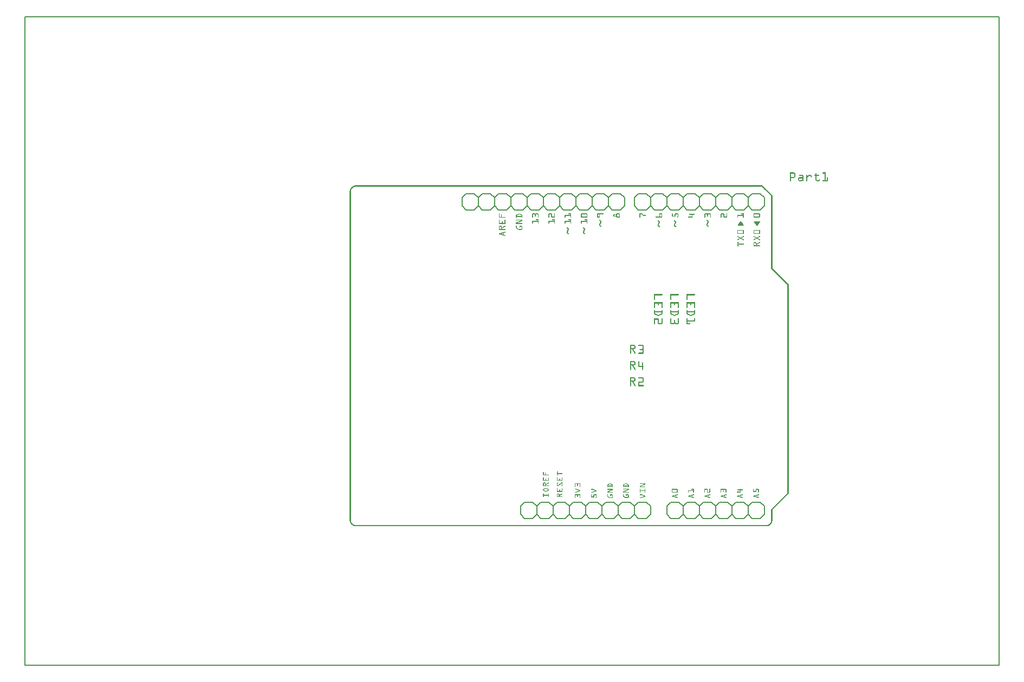
<source format=gto>
G04 MADE WITH FRITZING*
G04 WWW.FRITZING.ORG*
G04 SINGLE SIDED*
G04 HOLES NOT PLATED*
G04 CONTOUR ON CENTER OF CONTOUR VECTOR*
%ASAXBY*%
%FSLAX23Y23*%
%MOIN*%
%OFA0B0*%
%SFA1.0B1.0*%
%ADD10R,6.000010X4.000010X5.984010X3.984010*%
%ADD11C,0.008000*%
%ADD12C,0.006000*%
%ADD13R,0.001000X0.001000*%
%LNSILK1*%
G90*
G70*
G54D11*
X4Y3996D02*
X5996Y3996D01*
X5996Y4D01*
X4Y4D01*
X4Y3996D01*
D02*
G54D12*
X4278Y1008D02*
X4328Y1008D01*
D02*
X4328Y1008D02*
X4353Y983D01*
D02*
X4353Y983D02*
X4353Y933D01*
D02*
X4353Y933D02*
X4328Y908D01*
D02*
X4353Y983D02*
X4378Y1008D01*
D02*
X4378Y1008D02*
X4428Y1008D01*
D02*
X4428Y1008D02*
X4453Y983D01*
D02*
X4453Y983D02*
X4453Y933D01*
D02*
X4453Y933D02*
X4428Y908D01*
D02*
X4428Y908D02*
X4378Y908D01*
D02*
X4378Y908D02*
X4353Y933D01*
D02*
X4153Y983D02*
X4178Y1008D01*
D02*
X4178Y1008D02*
X4228Y1008D01*
D02*
X4228Y1008D02*
X4253Y983D01*
D02*
X4253Y983D02*
X4253Y933D01*
D02*
X4253Y933D02*
X4228Y908D01*
D02*
X4228Y908D02*
X4178Y908D01*
D02*
X4178Y908D02*
X4153Y933D01*
D02*
X4278Y1008D02*
X4253Y983D01*
D02*
X4253Y933D02*
X4278Y908D01*
D02*
X4328Y908D02*
X4278Y908D01*
D02*
X3978Y1008D02*
X4028Y1008D01*
D02*
X4028Y1008D02*
X4053Y983D01*
D02*
X4053Y983D02*
X4053Y933D01*
D02*
X4053Y933D02*
X4028Y908D01*
D02*
X4053Y983D02*
X4078Y1008D01*
D02*
X4078Y1008D02*
X4128Y1008D01*
D02*
X4128Y1008D02*
X4153Y983D01*
D02*
X4153Y983D02*
X4153Y933D01*
D02*
X4153Y933D02*
X4128Y908D01*
D02*
X4128Y908D02*
X4078Y908D01*
D02*
X4078Y908D02*
X4053Y933D01*
D02*
X3953Y983D02*
X3953Y933D01*
D02*
X3978Y1008D02*
X3953Y983D01*
D02*
X3953Y933D02*
X3978Y908D01*
D02*
X4028Y908D02*
X3978Y908D01*
D02*
X4478Y1008D02*
X4528Y1008D01*
D02*
X4528Y1008D02*
X4553Y983D01*
D02*
X4553Y983D02*
X4553Y933D01*
D02*
X4553Y933D02*
X4528Y908D01*
D02*
X4478Y1008D02*
X4453Y983D01*
D02*
X4453Y933D02*
X4478Y908D01*
D02*
X4528Y908D02*
X4478Y908D01*
D02*
X2868Y2808D02*
X2818Y2808D01*
D02*
X3068Y2808D02*
X3018Y2808D01*
D02*
X2968Y2808D02*
X2918Y2808D01*
D02*
X3168Y2808D02*
X3118Y2808D01*
D02*
X3368Y2808D02*
X3318Y2808D01*
D02*
X3267Y2808D02*
X3218Y2808D01*
D02*
X3468Y2808D02*
X3418Y2808D01*
D02*
X3668Y2808D02*
X3618Y2808D01*
D02*
X3568Y2808D02*
X3517Y2808D01*
D02*
X2768Y2808D02*
X2718Y2808D01*
D02*
X2893Y2833D02*
X2868Y2808D01*
D02*
X2818Y2808D02*
X2793Y2833D01*
D02*
X2793Y2833D02*
X2793Y2883D01*
D02*
X2793Y2883D02*
X2818Y2908D01*
D02*
X2818Y2908D02*
X2868Y2908D01*
D02*
X2868Y2908D02*
X2893Y2883D01*
D02*
X3018Y2808D02*
X2993Y2833D01*
D02*
X2993Y2833D02*
X2993Y2883D01*
D02*
X2993Y2883D02*
X3018Y2908D01*
D02*
X2993Y2833D02*
X2968Y2808D01*
D02*
X2918Y2808D02*
X2893Y2833D01*
D02*
X2893Y2833D02*
X2893Y2883D01*
D02*
X2893Y2883D02*
X2918Y2908D01*
D02*
X2918Y2908D02*
X2968Y2908D01*
D02*
X2968Y2908D02*
X2993Y2883D01*
D02*
X3193Y2833D02*
X3168Y2808D01*
D02*
X3118Y2808D02*
X3093Y2833D01*
D02*
X3093Y2833D02*
X3093Y2883D01*
D02*
X3093Y2883D02*
X3118Y2908D01*
D02*
X3118Y2908D02*
X3168Y2908D01*
D02*
X3168Y2908D02*
X3193Y2883D01*
D02*
X3068Y2808D02*
X3093Y2833D01*
D02*
X3093Y2883D02*
X3068Y2908D01*
D02*
X3018Y2908D02*
X3068Y2908D01*
D02*
X3318Y2808D02*
X3293Y2833D01*
D02*
X3293Y2833D02*
X3293Y2883D01*
D02*
X3293Y2883D02*
X3318Y2908D01*
D02*
X3293Y2833D02*
X3267Y2808D01*
D02*
X3218Y2808D02*
X3193Y2833D01*
D02*
X3193Y2833D02*
X3193Y2883D01*
D02*
X3193Y2883D02*
X3218Y2908D01*
D02*
X3218Y2908D02*
X3267Y2908D01*
D02*
X3267Y2908D02*
X3293Y2883D01*
D02*
X3493Y2833D02*
X3468Y2808D01*
D02*
X3418Y2808D02*
X3392Y2833D01*
D02*
X3392Y2833D02*
X3392Y2883D01*
D02*
X3392Y2883D02*
X3418Y2908D01*
D02*
X3418Y2908D02*
X3468Y2908D01*
D02*
X3468Y2908D02*
X3493Y2883D01*
D02*
X3368Y2808D02*
X3392Y2833D01*
D02*
X3392Y2883D02*
X3368Y2908D01*
D02*
X3318Y2908D02*
X3368Y2908D01*
D02*
X3618Y2808D02*
X3593Y2833D01*
D02*
X3593Y2833D02*
X3593Y2883D01*
D02*
X3593Y2883D02*
X3618Y2908D01*
D02*
X3593Y2833D02*
X3568Y2808D01*
D02*
X3517Y2808D02*
X3493Y2833D01*
D02*
X3493Y2833D02*
X3493Y2883D01*
D02*
X3493Y2883D02*
X3517Y2908D01*
D02*
X3517Y2908D02*
X3568Y2908D01*
D02*
X3568Y2908D02*
X3593Y2883D01*
D02*
X3693Y2833D02*
X3693Y2883D01*
D02*
X3668Y2808D02*
X3693Y2833D01*
D02*
X3693Y2883D02*
X3668Y2908D01*
D02*
X3618Y2908D02*
X3668Y2908D01*
D02*
X2718Y2808D02*
X2692Y2833D01*
D02*
X2692Y2833D02*
X2692Y2883D01*
D02*
X2692Y2883D02*
X2718Y2908D01*
D02*
X2768Y2808D02*
X2793Y2833D01*
D02*
X2793Y2883D02*
X2768Y2908D01*
D02*
X2718Y2908D02*
X2768Y2908D01*
D02*
X3928Y2808D02*
X3878Y2808D01*
D02*
X3878Y2808D02*
X3853Y2833D01*
D02*
X3853Y2833D02*
X3853Y2883D01*
D02*
X3853Y2883D02*
X3878Y2908D01*
D02*
X4053Y2833D02*
X4028Y2808D01*
D02*
X4028Y2808D02*
X3978Y2808D01*
D02*
X3978Y2808D02*
X3953Y2833D01*
D02*
X3953Y2833D02*
X3953Y2883D01*
D02*
X3953Y2883D02*
X3978Y2908D01*
D02*
X3978Y2908D02*
X4028Y2908D01*
D02*
X4028Y2908D02*
X4053Y2883D01*
D02*
X3928Y2808D02*
X3953Y2833D01*
D02*
X3953Y2883D02*
X3928Y2908D01*
D02*
X3878Y2908D02*
X3928Y2908D01*
D02*
X4228Y2808D02*
X4178Y2808D01*
D02*
X4178Y2808D02*
X4153Y2833D01*
D02*
X4153Y2833D02*
X4153Y2883D01*
D02*
X4153Y2883D02*
X4178Y2908D01*
D02*
X4153Y2833D02*
X4128Y2808D01*
D02*
X4128Y2808D02*
X4078Y2808D01*
D02*
X4078Y2808D02*
X4053Y2833D01*
D02*
X4053Y2833D02*
X4053Y2883D01*
D02*
X4053Y2883D02*
X4078Y2908D01*
D02*
X4078Y2908D02*
X4128Y2908D01*
D02*
X4128Y2908D02*
X4153Y2883D01*
D02*
X4353Y2833D02*
X4328Y2808D01*
D02*
X4328Y2808D02*
X4278Y2808D01*
D02*
X4278Y2808D02*
X4253Y2833D01*
D02*
X4253Y2833D02*
X4253Y2883D01*
D02*
X4253Y2883D02*
X4278Y2908D01*
D02*
X4278Y2908D02*
X4328Y2908D01*
D02*
X4328Y2908D02*
X4353Y2883D01*
D02*
X4228Y2808D02*
X4253Y2833D01*
D02*
X4253Y2883D02*
X4228Y2908D01*
D02*
X4178Y2908D02*
X4228Y2908D01*
D02*
X4528Y2808D02*
X4478Y2808D01*
D02*
X4478Y2808D02*
X4453Y2833D01*
D02*
X4453Y2833D02*
X4453Y2883D01*
D02*
X4453Y2883D02*
X4478Y2908D01*
D02*
X4453Y2833D02*
X4428Y2808D01*
D02*
X4428Y2808D02*
X4378Y2808D01*
D02*
X4378Y2808D02*
X4353Y2833D01*
D02*
X4353Y2833D02*
X4353Y2883D01*
D02*
X4353Y2883D02*
X4378Y2908D01*
D02*
X4378Y2908D02*
X4428Y2908D01*
D02*
X4428Y2908D02*
X4453Y2883D01*
D02*
X4553Y2833D02*
X4553Y2883D01*
D02*
X4528Y2808D02*
X4553Y2833D01*
D02*
X4553Y2883D02*
X4528Y2908D01*
D02*
X4478Y2908D02*
X4528Y2908D01*
D02*
X3828Y2808D02*
X3778Y2808D01*
D02*
X3778Y2808D02*
X3753Y2833D01*
D02*
X3753Y2833D02*
X3753Y2883D01*
D02*
X3753Y2883D02*
X3778Y2908D01*
D02*
X3828Y2808D02*
X3853Y2833D01*
D02*
X3853Y2883D02*
X3828Y2908D01*
D02*
X3778Y2908D02*
X3828Y2908D01*
D02*
X3678Y1008D02*
X3728Y1008D01*
D02*
X3728Y1008D02*
X3753Y983D01*
D02*
X3753Y983D02*
X3753Y933D01*
D02*
X3753Y933D02*
X3728Y908D01*
D02*
X3553Y983D02*
X3578Y1008D01*
D02*
X3578Y1008D02*
X3628Y1008D01*
D02*
X3628Y1008D02*
X3653Y983D01*
D02*
X3653Y983D02*
X3653Y933D01*
D02*
X3653Y933D02*
X3628Y908D01*
D02*
X3628Y908D02*
X3578Y908D01*
D02*
X3578Y908D02*
X3553Y933D01*
D02*
X3678Y1008D02*
X3653Y983D01*
D02*
X3653Y933D02*
X3678Y908D01*
D02*
X3728Y908D02*
X3678Y908D01*
D02*
X3378Y1008D02*
X3428Y1008D01*
D02*
X3428Y1008D02*
X3453Y983D01*
D02*
X3453Y983D02*
X3453Y933D01*
D02*
X3453Y933D02*
X3428Y908D01*
D02*
X3453Y983D02*
X3478Y1008D01*
D02*
X3478Y1008D02*
X3528Y1008D01*
D02*
X3528Y1008D02*
X3553Y983D01*
D02*
X3553Y983D02*
X3553Y933D01*
D02*
X3553Y933D02*
X3528Y908D01*
D02*
X3528Y908D02*
X3478Y908D01*
D02*
X3478Y908D02*
X3453Y933D01*
D02*
X3253Y983D02*
X3278Y1008D01*
D02*
X3278Y1008D02*
X3328Y1008D01*
D02*
X3328Y1008D02*
X3353Y983D01*
D02*
X3353Y983D02*
X3353Y933D01*
D02*
X3353Y933D02*
X3328Y908D01*
D02*
X3328Y908D02*
X3278Y908D01*
D02*
X3278Y908D02*
X3253Y933D01*
D02*
X3378Y1008D02*
X3353Y983D01*
D02*
X3353Y933D02*
X3378Y908D01*
D02*
X3428Y908D02*
X3378Y908D01*
D02*
X3078Y1008D02*
X3128Y1008D01*
D02*
X3128Y1008D02*
X3153Y983D01*
D02*
X3153Y983D02*
X3153Y933D01*
D02*
X3153Y933D02*
X3128Y908D01*
D02*
X3153Y983D02*
X3178Y1008D01*
D02*
X3178Y1008D02*
X3228Y1008D01*
D02*
X3228Y1008D02*
X3253Y983D01*
D02*
X3253Y983D02*
X3253Y933D01*
D02*
X3253Y933D02*
X3228Y908D01*
D02*
X3228Y908D02*
X3178Y908D01*
D02*
X3178Y908D02*
X3153Y933D01*
D02*
X3053Y983D02*
X3053Y933D01*
D02*
X3078Y1008D02*
X3053Y983D01*
D02*
X3053Y933D02*
X3078Y908D01*
D02*
X3128Y908D02*
X3078Y908D01*
D02*
X3778Y1008D02*
X3828Y1008D01*
D02*
X3828Y1008D02*
X3853Y983D01*
D02*
X3853Y983D02*
X3853Y933D01*
D02*
X3853Y933D02*
X3828Y908D01*
D02*
X3778Y1008D02*
X3753Y983D01*
D02*
X3753Y933D02*
X3778Y908D01*
D02*
X3828Y908D02*
X3778Y908D01*
G54D13*
X4711Y3038D02*
X4734Y3038D01*
X4914Y3038D02*
X4930Y3038D01*
X4710Y3037D02*
X4738Y3037D01*
X4912Y3037D02*
X4930Y3037D01*
X4710Y3036D02*
X4740Y3036D01*
X4911Y3036D02*
X4930Y3036D01*
X4710Y3035D02*
X4741Y3035D01*
X4870Y3035D02*
X4871Y3035D01*
X4911Y3035D02*
X4930Y3035D01*
X4710Y3034D02*
X4742Y3034D01*
X4868Y3034D02*
X4872Y3034D01*
X4911Y3034D02*
X4930Y3034D01*
X4710Y3033D02*
X4742Y3033D01*
X4868Y3033D02*
X4873Y3033D01*
X4911Y3033D02*
X4930Y3033D01*
X4710Y3032D02*
X4743Y3032D01*
X4867Y3032D02*
X4873Y3032D01*
X4912Y3032D02*
X4930Y3032D01*
X4710Y3031D02*
X4717Y3031D01*
X4735Y3031D02*
X4743Y3031D01*
X4867Y3031D02*
X4873Y3031D01*
X4924Y3031D02*
X4930Y3031D01*
X4710Y3030D02*
X4716Y3030D01*
X4737Y3030D02*
X4744Y3030D01*
X4867Y3030D02*
X4873Y3030D01*
X4924Y3030D02*
X4930Y3030D01*
X4710Y3029D02*
X4716Y3029D01*
X4738Y3029D02*
X4744Y3029D01*
X4867Y3029D02*
X4873Y3029D01*
X4924Y3029D02*
X4930Y3029D01*
X4710Y3028D02*
X4716Y3028D01*
X4738Y3028D02*
X4744Y3028D01*
X4867Y3028D02*
X4873Y3028D01*
X4924Y3028D02*
X4930Y3028D01*
X4710Y3027D02*
X4716Y3027D01*
X4738Y3027D02*
X4744Y3027D01*
X4867Y3027D02*
X4873Y3027D01*
X4924Y3027D02*
X4930Y3027D01*
X4710Y3026D02*
X4716Y3026D01*
X4738Y3026D02*
X4744Y3026D01*
X4867Y3026D02*
X4873Y3026D01*
X4924Y3026D02*
X4930Y3026D01*
X4710Y3025D02*
X4716Y3025D01*
X4738Y3025D02*
X4744Y3025D01*
X4867Y3025D02*
X4873Y3025D01*
X4924Y3025D02*
X4930Y3025D01*
X4710Y3024D02*
X4716Y3024D01*
X4738Y3024D02*
X4744Y3024D01*
X4867Y3024D02*
X4873Y3024D01*
X4924Y3024D02*
X4930Y3024D01*
X4710Y3023D02*
X4716Y3023D01*
X4738Y3023D02*
X4744Y3023D01*
X4769Y3023D02*
X4785Y3023D01*
X4813Y3023D02*
X4814Y3023D01*
X4826Y3023D02*
X4836Y3023D01*
X4863Y3023D02*
X4888Y3023D01*
X4924Y3023D02*
X4930Y3023D01*
X4710Y3022D02*
X4716Y3022D01*
X4738Y3022D02*
X4744Y3022D01*
X4768Y3022D02*
X4788Y3022D01*
X4811Y3022D02*
X4816Y3022D01*
X4825Y3022D02*
X4839Y3022D01*
X4861Y3022D02*
X4890Y3022D01*
X4924Y3022D02*
X4930Y3022D01*
X4710Y3021D02*
X4716Y3021D01*
X4738Y3021D02*
X4744Y3021D01*
X4768Y3021D02*
X4789Y3021D01*
X4811Y3021D02*
X4816Y3021D01*
X4824Y3021D02*
X4840Y3021D01*
X4861Y3021D02*
X4890Y3021D01*
X4924Y3021D02*
X4930Y3021D01*
X4710Y3020D02*
X4716Y3020D01*
X4738Y3020D02*
X4744Y3020D01*
X4767Y3020D02*
X4790Y3020D01*
X4810Y3020D02*
X4816Y3020D01*
X4822Y3020D02*
X4841Y3020D01*
X4861Y3020D02*
X4890Y3020D01*
X4924Y3020D02*
X4930Y3020D01*
X4710Y3019D02*
X4716Y3019D01*
X4738Y3019D02*
X4744Y3019D01*
X4767Y3019D02*
X4791Y3019D01*
X4810Y3019D02*
X4816Y3019D01*
X4821Y3019D02*
X4842Y3019D01*
X4861Y3019D02*
X4890Y3019D01*
X4924Y3019D02*
X4930Y3019D01*
X4710Y3018D02*
X4716Y3018D01*
X4738Y3018D02*
X4744Y3018D01*
X4768Y3018D02*
X4792Y3018D01*
X4810Y3018D02*
X4816Y3018D01*
X4820Y3018D02*
X4843Y3018D01*
X4861Y3018D02*
X4890Y3018D01*
X4924Y3018D02*
X4930Y3018D01*
X4710Y3017D02*
X4716Y3017D01*
X4738Y3017D02*
X4744Y3017D01*
X4769Y3017D02*
X4792Y3017D01*
X4810Y3017D02*
X4816Y3017D01*
X4819Y3017D02*
X4843Y3017D01*
X4862Y3017D02*
X4889Y3017D01*
X4924Y3017D02*
X4930Y3017D01*
X4710Y3016D02*
X4716Y3016D01*
X4738Y3016D02*
X4744Y3016D01*
X4785Y3016D02*
X4793Y3016D01*
X4810Y3016D02*
X4828Y3016D01*
X4836Y3016D02*
X4844Y3016D01*
X4867Y3016D02*
X4873Y3016D01*
X4924Y3016D02*
X4930Y3016D01*
X4710Y3015D02*
X4716Y3015D01*
X4738Y3015D02*
X4744Y3015D01*
X4786Y3015D02*
X4793Y3015D01*
X4810Y3015D02*
X4826Y3015D01*
X4837Y3015D02*
X4844Y3015D01*
X4867Y3015D02*
X4873Y3015D01*
X4924Y3015D02*
X4930Y3015D01*
X4710Y3014D02*
X4716Y3014D01*
X4738Y3014D02*
X4744Y3014D01*
X4787Y3014D02*
X4793Y3014D01*
X4810Y3014D02*
X4825Y3014D01*
X4838Y3014D02*
X4844Y3014D01*
X4867Y3014D02*
X4873Y3014D01*
X4924Y3014D02*
X4930Y3014D01*
X4710Y3013D02*
X4716Y3013D01*
X4737Y3013D02*
X4744Y3013D01*
X4787Y3013D02*
X4793Y3013D01*
X4810Y3013D02*
X4824Y3013D01*
X4838Y3013D02*
X4844Y3013D01*
X4867Y3013D02*
X4873Y3013D01*
X4924Y3013D02*
X4930Y3013D01*
X4710Y3012D02*
X4716Y3012D01*
X4736Y3012D02*
X4744Y3012D01*
X4787Y3012D02*
X4793Y3012D01*
X4810Y3012D02*
X4823Y3012D01*
X4838Y3012D02*
X4844Y3012D01*
X4867Y3012D02*
X4873Y3012D01*
X4924Y3012D02*
X4930Y3012D01*
X4710Y3011D02*
X4743Y3011D01*
X4787Y3011D02*
X4793Y3011D01*
X4810Y3011D02*
X4822Y3011D01*
X4838Y3011D02*
X4844Y3011D01*
X4867Y3011D02*
X4873Y3011D01*
X4924Y3011D02*
X4930Y3011D01*
X4710Y3010D02*
X4743Y3010D01*
X4787Y3010D02*
X4793Y3010D01*
X4810Y3010D02*
X4821Y3010D01*
X4838Y3010D02*
X4844Y3010D01*
X4867Y3010D02*
X4873Y3010D01*
X4924Y3010D02*
X4930Y3010D01*
X4710Y3009D02*
X4742Y3009D01*
X4787Y3009D02*
X4793Y3009D01*
X4810Y3009D02*
X4820Y3009D01*
X4839Y3009D02*
X4843Y3009D01*
X4867Y3009D02*
X4873Y3009D01*
X4924Y3009D02*
X4930Y3009D01*
X4710Y3008D02*
X4741Y3008D01*
X4767Y3008D02*
X4793Y3008D01*
X4810Y3008D02*
X4818Y3008D01*
X4840Y3008D02*
X4842Y3008D01*
X4867Y3008D02*
X4873Y3008D01*
X4924Y3008D02*
X4930Y3008D01*
X4940Y3008D02*
X4942Y3008D01*
X4710Y3007D02*
X4740Y3007D01*
X4765Y3007D02*
X4793Y3007D01*
X4810Y3007D02*
X4817Y3007D01*
X4867Y3007D02*
X4873Y3007D01*
X4924Y3007D02*
X4930Y3007D01*
X4939Y3007D02*
X4943Y3007D01*
X4710Y3006D02*
X4739Y3006D01*
X4764Y3006D02*
X4793Y3006D01*
X4810Y3006D02*
X4816Y3006D01*
X4867Y3006D02*
X4873Y3006D01*
X4924Y3006D02*
X4930Y3006D01*
X4938Y3006D02*
X4944Y3006D01*
X4710Y3005D02*
X4737Y3005D01*
X4763Y3005D02*
X4793Y3005D01*
X4810Y3005D02*
X4816Y3005D01*
X4867Y3005D02*
X4873Y3005D01*
X4924Y3005D02*
X4930Y3005D01*
X4938Y3005D02*
X4944Y3005D01*
X4710Y3004D02*
X4716Y3004D01*
X4762Y3004D02*
X4793Y3004D01*
X4810Y3004D02*
X4816Y3004D01*
X4867Y3004D02*
X4873Y3004D01*
X4924Y3004D02*
X4930Y3004D01*
X4938Y3004D02*
X4944Y3004D01*
X4710Y3003D02*
X4716Y3003D01*
X4762Y3003D02*
X4794Y3003D01*
X4810Y3003D02*
X4816Y3003D01*
X4867Y3003D02*
X4873Y3003D01*
X4924Y3003D02*
X4930Y3003D01*
X4938Y3003D02*
X4944Y3003D01*
X4710Y3002D02*
X4716Y3002D01*
X4761Y3002D02*
X4794Y3002D01*
X4810Y3002D02*
X4816Y3002D01*
X4867Y3002D02*
X4873Y3002D01*
X4924Y3002D02*
X4930Y3002D01*
X4938Y3002D02*
X4944Y3002D01*
X4710Y3001D02*
X4716Y3001D01*
X4761Y3001D02*
X4768Y3001D01*
X4786Y3001D02*
X4794Y3001D01*
X4810Y3001D02*
X4816Y3001D01*
X4867Y3001D02*
X4873Y3001D01*
X4924Y3001D02*
X4930Y3001D01*
X4938Y3001D02*
X4944Y3001D01*
X4710Y3000D02*
X4716Y3000D01*
X4761Y3000D02*
X4767Y3000D01*
X4787Y3000D02*
X4794Y3000D01*
X4810Y3000D02*
X4816Y3000D01*
X4867Y3000D02*
X4873Y3000D01*
X4924Y3000D02*
X4930Y3000D01*
X4938Y3000D02*
X4944Y3000D01*
X4710Y2999D02*
X4716Y2999D01*
X4761Y2999D02*
X4767Y2999D01*
X4787Y2999D02*
X4794Y2999D01*
X4810Y2999D02*
X4816Y2999D01*
X4867Y2999D02*
X4873Y2999D01*
X4924Y2999D02*
X4930Y2999D01*
X4938Y2999D02*
X4944Y2999D01*
X4710Y2998D02*
X4716Y2998D01*
X4760Y2998D02*
X4766Y2998D01*
X4788Y2998D02*
X4794Y2998D01*
X4810Y2998D02*
X4816Y2998D01*
X4867Y2998D02*
X4873Y2998D01*
X4924Y2998D02*
X4930Y2998D01*
X4938Y2998D02*
X4944Y2998D01*
X4710Y2997D02*
X4716Y2997D01*
X4760Y2997D02*
X4766Y2997D01*
X4788Y2997D02*
X4794Y2997D01*
X4810Y2997D02*
X4816Y2997D01*
X4867Y2997D02*
X4873Y2997D01*
X4924Y2997D02*
X4930Y2997D01*
X4938Y2997D02*
X4944Y2997D01*
X4710Y2996D02*
X4716Y2996D01*
X4760Y2996D02*
X4766Y2996D01*
X4788Y2996D02*
X4794Y2996D01*
X4810Y2996D02*
X4816Y2996D01*
X4867Y2996D02*
X4873Y2996D01*
X4889Y2996D02*
X4893Y2996D01*
X4924Y2996D02*
X4930Y2996D01*
X4938Y2996D02*
X4944Y2996D01*
X4710Y2995D02*
X4716Y2995D01*
X4760Y2995D02*
X4766Y2995D01*
X4787Y2995D02*
X4794Y2995D01*
X4810Y2995D02*
X4816Y2995D01*
X4867Y2995D02*
X4873Y2995D01*
X4889Y2995D02*
X4894Y2995D01*
X4924Y2995D02*
X4930Y2995D01*
X4938Y2995D02*
X4944Y2995D01*
X4710Y2994D02*
X4716Y2994D01*
X4760Y2994D02*
X4767Y2994D01*
X4785Y2994D02*
X4794Y2994D01*
X4810Y2994D02*
X4816Y2994D01*
X4867Y2994D02*
X4873Y2994D01*
X4888Y2994D02*
X4894Y2994D01*
X4924Y2994D02*
X4930Y2994D01*
X4938Y2994D02*
X4944Y2994D01*
X4710Y2993D02*
X4716Y2993D01*
X4761Y2993D02*
X4767Y2993D01*
X4784Y2993D02*
X4794Y2993D01*
X4810Y2993D02*
X4816Y2993D01*
X4867Y2993D02*
X4874Y2993D01*
X4888Y2993D02*
X4894Y2993D01*
X4924Y2993D02*
X4930Y2993D01*
X4938Y2993D02*
X4944Y2993D01*
X4710Y2992D02*
X4716Y2992D01*
X4761Y2992D02*
X4767Y2992D01*
X4782Y2992D02*
X4794Y2992D01*
X4810Y2992D02*
X4816Y2992D01*
X4868Y2992D02*
X4874Y2992D01*
X4887Y2992D02*
X4894Y2992D01*
X4924Y2992D02*
X4930Y2992D01*
X4938Y2992D02*
X4944Y2992D01*
X4710Y2991D02*
X4716Y2991D01*
X4761Y2991D02*
X4769Y2991D01*
X4780Y2991D02*
X4794Y2991D01*
X4810Y2991D02*
X4816Y2991D01*
X4868Y2991D02*
X4876Y2991D01*
X4885Y2991D02*
X4894Y2991D01*
X4924Y2991D02*
X4931Y2991D01*
X4938Y2991D02*
X4944Y2991D01*
X4710Y2990D02*
X4716Y2990D01*
X4761Y2990D02*
X4794Y2990D01*
X4810Y2990D02*
X4816Y2990D01*
X4868Y2990D02*
X4893Y2990D01*
X4912Y2990D02*
X4944Y2990D01*
X4710Y2989D02*
X4716Y2989D01*
X4762Y2989D02*
X4794Y2989D01*
X4810Y2989D02*
X4816Y2989D01*
X4869Y2989D02*
X4893Y2989D01*
X4911Y2989D02*
X4944Y2989D01*
X4710Y2988D02*
X4716Y2988D01*
X4763Y2988D02*
X4794Y2988D01*
X4810Y2988D02*
X4816Y2988D01*
X4870Y2988D02*
X4892Y2988D01*
X4911Y2988D02*
X4944Y2988D01*
X4711Y2987D02*
X4716Y2987D01*
X4763Y2987D02*
X4786Y2987D01*
X4788Y2987D02*
X4794Y2987D01*
X4811Y2987D02*
X4816Y2987D01*
X4870Y2987D02*
X4891Y2987D01*
X4911Y2987D02*
X4944Y2987D01*
X4711Y2986D02*
X4716Y2986D01*
X4765Y2986D02*
X4785Y2986D01*
X4788Y2986D02*
X4794Y2986D01*
X4811Y2986D02*
X4816Y2986D01*
X4872Y2986D02*
X4890Y2986D01*
X4911Y2986D02*
X4944Y2986D01*
X4711Y2985D02*
X4715Y2985D01*
X4766Y2985D02*
X4783Y2985D01*
X4789Y2985D02*
X4793Y2985D01*
X4811Y2985D02*
X4815Y2985D01*
X4873Y2985D02*
X4888Y2985D01*
X4911Y2985D02*
X4943Y2985D01*
X4713Y2984D02*
X4714Y2984D01*
X4770Y2984D02*
X4781Y2984D01*
X4791Y2984D02*
X4791Y2984D01*
X4813Y2984D02*
X4814Y2984D01*
X4876Y2984D02*
X4885Y2984D01*
X4913Y2984D02*
X4941Y2984D01*
X2035Y2958D02*
X4540Y2958D01*
X2031Y2957D02*
X4541Y2957D01*
X2028Y2956D02*
X4542Y2956D01*
X2025Y2955D02*
X4543Y2955D01*
X2023Y2954D02*
X4544Y2954D01*
X2021Y2953D02*
X4545Y2953D01*
X2020Y2952D02*
X4546Y2952D01*
X2018Y2951D02*
X4547Y2951D01*
X2017Y2950D02*
X2035Y2950D01*
X4537Y2950D02*
X4548Y2950D01*
X2015Y2949D02*
X2031Y2949D01*
X4538Y2949D02*
X4549Y2949D01*
X2014Y2948D02*
X2028Y2948D01*
X4539Y2948D02*
X4550Y2948D01*
X2013Y2947D02*
X2026Y2947D01*
X4540Y2947D02*
X4551Y2947D01*
X2012Y2946D02*
X2024Y2946D01*
X4541Y2946D02*
X4552Y2946D01*
X2011Y2945D02*
X2022Y2945D01*
X4542Y2945D02*
X4553Y2945D01*
X2011Y2944D02*
X2021Y2944D01*
X4543Y2944D02*
X4554Y2944D01*
X2010Y2943D02*
X2020Y2943D01*
X4544Y2943D02*
X4555Y2943D01*
X2009Y2942D02*
X2019Y2942D01*
X4545Y2942D02*
X4556Y2942D01*
X2008Y2941D02*
X2018Y2941D01*
X4546Y2941D02*
X4557Y2941D01*
X2008Y2940D02*
X2017Y2940D01*
X4547Y2940D02*
X4558Y2940D01*
X2007Y2939D02*
X2016Y2939D01*
X4548Y2939D02*
X4559Y2939D01*
X2006Y2938D02*
X2015Y2938D01*
X4549Y2938D02*
X4560Y2938D01*
X2006Y2937D02*
X2014Y2937D01*
X4550Y2937D02*
X4561Y2937D01*
X2005Y2936D02*
X2014Y2936D01*
X4551Y2936D02*
X4562Y2936D01*
X2005Y2935D02*
X2013Y2935D01*
X4552Y2935D02*
X4563Y2935D01*
X2005Y2934D02*
X2012Y2934D01*
X4553Y2934D02*
X4564Y2934D01*
X2004Y2933D02*
X2012Y2933D01*
X4554Y2933D02*
X4565Y2933D01*
X2004Y2932D02*
X2011Y2932D01*
X4555Y2932D02*
X4566Y2932D01*
X2004Y2931D02*
X2011Y2931D01*
X4556Y2931D02*
X4567Y2931D01*
X2003Y2930D02*
X2010Y2930D01*
X4558Y2930D02*
X4568Y2930D01*
X2003Y2929D02*
X2010Y2929D01*
X4559Y2929D02*
X4569Y2929D01*
X2003Y2928D02*
X2010Y2928D01*
X4560Y2928D02*
X4570Y2928D01*
X2002Y2927D02*
X2010Y2927D01*
X4561Y2927D02*
X4571Y2927D01*
X2002Y2926D02*
X2009Y2926D01*
X4562Y2926D02*
X4572Y2926D01*
X2002Y2925D02*
X2009Y2925D01*
X4563Y2925D02*
X4573Y2925D01*
X2002Y2924D02*
X2009Y2924D01*
X4564Y2924D02*
X4574Y2924D01*
X2002Y2923D02*
X2009Y2923D01*
X4565Y2923D02*
X4575Y2923D01*
X2002Y2922D02*
X2009Y2922D01*
X4566Y2922D02*
X4576Y2922D01*
X2002Y2921D02*
X2009Y2921D01*
X4567Y2921D02*
X4577Y2921D01*
X2002Y2920D02*
X2009Y2920D01*
X4568Y2920D02*
X4578Y2920D01*
X2002Y2919D02*
X2009Y2919D01*
X4569Y2919D02*
X4579Y2919D01*
X2002Y2918D02*
X2009Y2918D01*
X4570Y2918D02*
X4580Y2918D01*
X2002Y2917D02*
X2009Y2917D01*
X4571Y2917D02*
X4581Y2917D01*
X2002Y2916D02*
X2009Y2916D01*
X4572Y2916D02*
X4582Y2916D01*
X2002Y2915D02*
X2009Y2915D01*
X4573Y2915D02*
X4583Y2915D01*
X2002Y2914D02*
X2009Y2914D01*
X4574Y2914D02*
X4584Y2914D01*
X2002Y2913D02*
X2009Y2913D01*
X4575Y2913D02*
X4585Y2913D01*
X2002Y2912D02*
X2009Y2912D01*
X4576Y2912D02*
X4586Y2912D01*
X2002Y2911D02*
X2009Y2911D01*
X4577Y2911D02*
X4587Y2911D01*
X2002Y2910D02*
X2009Y2910D01*
X4578Y2910D02*
X4588Y2910D01*
X2002Y2909D02*
X2009Y2909D01*
X4579Y2909D02*
X4589Y2909D01*
X2002Y2908D02*
X2009Y2908D01*
X4580Y2908D02*
X4590Y2908D01*
X2002Y2907D02*
X2009Y2907D01*
X4581Y2907D02*
X4591Y2907D01*
X2002Y2906D02*
X2009Y2906D01*
X4582Y2906D02*
X4592Y2906D01*
X2002Y2905D02*
X2009Y2905D01*
X4583Y2905D02*
X4593Y2905D01*
X2002Y2904D02*
X2009Y2904D01*
X4584Y2904D02*
X4594Y2904D01*
X2002Y2903D02*
X2009Y2903D01*
X4585Y2903D02*
X4595Y2903D01*
X2002Y2902D02*
X2009Y2902D01*
X4586Y2902D02*
X4596Y2902D01*
X2002Y2901D02*
X2009Y2901D01*
X4587Y2901D02*
X4597Y2901D01*
X2002Y2900D02*
X2009Y2900D01*
X4588Y2900D02*
X4598Y2900D01*
X2002Y2899D02*
X2009Y2899D01*
X4589Y2899D02*
X4599Y2899D01*
X2002Y2898D02*
X2009Y2898D01*
X4590Y2898D02*
X4600Y2898D01*
X2002Y2897D02*
X2009Y2897D01*
X4591Y2897D02*
X4601Y2897D01*
X2002Y2896D02*
X2009Y2896D01*
X4592Y2896D02*
X4602Y2896D01*
X2002Y2895D02*
X2009Y2895D01*
X4593Y2895D02*
X4602Y2895D01*
X2002Y2894D02*
X2009Y2894D01*
X4594Y2894D02*
X4602Y2894D01*
X2002Y2893D02*
X2009Y2893D01*
X4594Y2893D02*
X4602Y2893D01*
X2002Y2892D02*
X2009Y2892D01*
X4595Y2892D02*
X4602Y2892D01*
X2002Y2891D02*
X2009Y2891D01*
X4595Y2891D02*
X4602Y2891D01*
X2002Y2890D02*
X2009Y2890D01*
X4595Y2890D02*
X4602Y2890D01*
X2002Y2889D02*
X2009Y2889D01*
X4595Y2889D02*
X4602Y2889D01*
X2002Y2888D02*
X2009Y2888D01*
X4595Y2888D02*
X4602Y2888D01*
X2002Y2887D02*
X2009Y2887D01*
X4595Y2887D02*
X4602Y2887D01*
X2002Y2886D02*
X2009Y2886D01*
X4595Y2886D02*
X4602Y2886D01*
X2002Y2885D02*
X2009Y2885D01*
X4595Y2885D02*
X4602Y2885D01*
X2002Y2884D02*
X2009Y2884D01*
X4595Y2884D02*
X4602Y2884D01*
X2002Y2883D02*
X2009Y2883D01*
X4595Y2883D02*
X4602Y2883D01*
X2002Y2882D02*
X2009Y2882D01*
X4595Y2882D02*
X4602Y2882D01*
X2002Y2881D02*
X2009Y2881D01*
X4595Y2881D02*
X4602Y2881D01*
X2002Y2880D02*
X2009Y2880D01*
X4595Y2880D02*
X4602Y2880D01*
X2002Y2879D02*
X2009Y2879D01*
X4595Y2879D02*
X4602Y2879D01*
X2002Y2878D02*
X2009Y2878D01*
X4595Y2878D02*
X4602Y2878D01*
X2002Y2877D02*
X2009Y2877D01*
X4595Y2877D02*
X4602Y2877D01*
X2002Y2876D02*
X2009Y2876D01*
X4595Y2876D02*
X4602Y2876D01*
X2002Y2875D02*
X2009Y2875D01*
X4595Y2875D02*
X4602Y2875D01*
X2002Y2874D02*
X2009Y2874D01*
X4595Y2874D02*
X4602Y2874D01*
X2002Y2873D02*
X2009Y2873D01*
X4595Y2873D02*
X4602Y2873D01*
X2002Y2872D02*
X2009Y2872D01*
X4595Y2872D02*
X4602Y2872D01*
X2002Y2871D02*
X2009Y2871D01*
X4595Y2871D02*
X4602Y2871D01*
X2002Y2870D02*
X2009Y2870D01*
X4595Y2870D02*
X4602Y2870D01*
X2002Y2869D02*
X2009Y2869D01*
X4595Y2869D02*
X4602Y2869D01*
X2002Y2868D02*
X2009Y2868D01*
X4595Y2868D02*
X4602Y2868D01*
X2002Y2867D02*
X2009Y2867D01*
X4595Y2867D02*
X4602Y2867D01*
X2002Y2866D02*
X2009Y2866D01*
X4595Y2866D02*
X4602Y2866D01*
X2002Y2865D02*
X2009Y2865D01*
X4595Y2865D02*
X4602Y2865D01*
X2002Y2864D02*
X2009Y2864D01*
X4595Y2864D02*
X4602Y2864D01*
X2002Y2863D02*
X2009Y2863D01*
X4595Y2863D02*
X4602Y2863D01*
X2002Y2862D02*
X2009Y2862D01*
X4595Y2862D02*
X4602Y2862D01*
X2002Y2861D02*
X2009Y2861D01*
X4595Y2861D02*
X4602Y2861D01*
X2002Y2860D02*
X2009Y2860D01*
X4595Y2860D02*
X4602Y2860D01*
X2002Y2859D02*
X2009Y2859D01*
X4595Y2859D02*
X4602Y2859D01*
X2002Y2858D02*
X2009Y2858D01*
X4595Y2858D02*
X4602Y2858D01*
X2002Y2857D02*
X2009Y2857D01*
X4595Y2857D02*
X4602Y2857D01*
X2002Y2856D02*
X2009Y2856D01*
X4595Y2856D02*
X4602Y2856D01*
X2002Y2855D02*
X2009Y2855D01*
X4595Y2855D02*
X4602Y2855D01*
X2002Y2854D02*
X2009Y2854D01*
X4595Y2854D02*
X4602Y2854D01*
X2002Y2853D02*
X2009Y2853D01*
X4595Y2853D02*
X4602Y2853D01*
X2002Y2852D02*
X2009Y2852D01*
X4595Y2852D02*
X4602Y2852D01*
X2002Y2851D02*
X2009Y2851D01*
X4595Y2851D02*
X4602Y2851D01*
X2002Y2850D02*
X2009Y2850D01*
X4595Y2850D02*
X4602Y2850D01*
X2002Y2849D02*
X2009Y2849D01*
X4595Y2849D02*
X4602Y2849D01*
X2002Y2848D02*
X2009Y2848D01*
X4595Y2848D02*
X4602Y2848D01*
X2002Y2847D02*
X2009Y2847D01*
X4595Y2847D02*
X4602Y2847D01*
X2002Y2846D02*
X2009Y2846D01*
X4595Y2846D02*
X4602Y2846D01*
X2002Y2845D02*
X2009Y2845D01*
X4595Y2845D02*
X4602Y2845D01*
X2002Y2844D02*
X2009Y2844D01*
X4595Y2844D02*
X4602Y2844D01*
X2002Y2843D02*
X2009Y2843D01*
X4595Y2843D02*
X4602Y2843D01*
X2002Y2842D02*
X2009Y2842D01*
X4595Y2842D02*
X4602Y2842D01*
X2002Y2841D02*
X2009Y2841D01*
X4595Y2841D02*
X4602Y2841D01*
X2002Y2840D02*
X2009Y2840D01*
X4595Y2840D02*
X4602Y2840D01*
X2002Y2839D02*
X2009Y2839D01*
X4595Y2839D02*
X4602Y2839D01*
X2002Y2838D02*
X2009Y2838D01*
X4595Y2838D02*
X4602Y2838D01*
X2002Y2837D02*
X2009Y2837D01*
X4595Y2837D02*
X4602Y2837D01*
X2002Y2836D02*
X2009Y2836D01*
X4595Y2836D02*
X4602Y2836D01*
X2002Y2835D02*
X2009Y2835D01*
X4595Y2835D02*
X4602Y2835D01*
X2002Y2834D02*
X2009Y2834D01*
X4595Y2834D02*
X4602Y2834D01*
X2002Y2833D02*
X2009Y2833D01*
X4595Y2833D02*
X4602Y2833D01*
X2002Y2832D02*
X2009Y2832D01*
X4595Y2832D02*
X4602Y2832D01*
X2002Y2831D02*
X2009Y2831D01*
X4595Y2831D02*
X4602Y2831D01*
X2002Y2830D02*
X2009Y2830D01*
X4595Y2830D02*
X4602Y2830D01*
X2002Y2829D02*
X2009Y2829D01*
X4595Y2829D02*
X4602Y2829D01*
X2002Y2828D02*
X2009Y2828D01*
X4595Y2828D02*
X4602Y2828D01*
X2002Y2827D02*
X2009Y2827D01*
X4595Y2827D02*
X4602Y2827D01*
X2002Y2826D02*
X2009Y2826D01*
X4595Y2826D02*
X4602Y2826D01*
X2002Y2825D02*
X2009Y2825D01*
X4595Y2825D02*
X4602Y2825D01*
X2002Y2824D02*
X2009Y2824D01*
X4595Y2824D02*
X4602Y2824D01*
X2002Y2823D02*
X2009Y2823D01*
X4595Y2823D02*
X4602Y2823D01*
X2002Y2822D02*
X2009Y2822D01*
X4595Y2822D02*
X4602Y2822D01*
X2002Y2821D02*
X2009Y2821D01*
X4595Y2821D02*
X4602Y2821D01*
X2002Y2820D02*
X2009Y2820D01*
X4595Y2820D02*
X4602Y2820D01*
X2002Y2819D02*
X2009Y2819D01*
X4595Y2819D02*
X4602Y2819D01*
X2002Y2818D02*
X2009Y2818D01*
X4595Y2818D02*
X4602Y2818D01*
X2002Y2817D02*
X2009Y2817D01*
X4595Y2817D02*
X4602Y2817D01*
X2002Y2816D02*
X2009Y2816D01*
X4595Y2816D02*
X4602Y2816D01*
X2002Y2815D02*
X2009Y2815D01*
X4595Y2815D02*
X4602Y2815D01*
X2002Y2814D02*
X2009Y2814D01*
X4595Y2814D02*
X4602Y2814D01*
X2002Y2813D02*
X2009Y2813D01*
X4595Y2813D02*
X4602Y2813D01*
X2002Y2812D02*
X2009Y2812D01*
X4595Y2812D02*
X4602Y2812D01*
X2002Y2811D02*
X2009Y2811D01*
X4595Y2811D02*
X4602Y2811D01*
X2002Y2810D02*
X2009Y2810D01*
X4595Y2810D02*
X4602Y2810D01*
X2002Y2809D02*
X2009Y2809D01*
X4595Y2809D02*
X4602Y2809D01*
X2002Y2808D02*
X2009Y2808D01*
X4595Y2808D02*
X4602Y2808D01*
X2002Y2807D02*
X2009Y2807D01*
X4595Y2807D02*
X4602Y2807D01*
X2002Y2806D02*
X2009Y2806D01*
X4595Y2806D02*
X4602Y2806D01*
X2002Y2805D02*
X2009Y2805D01*
X4595Y2805D02*
X4602Y2805D01*
X2002Y2804D02*
X2009Y2804D01*
X4595Y2804D02*
X4602Y2804D01*
X2002Y2803D02*
X2009Y2803D01*
X4595Y2803D02*
X4602Y2803D01*
X2002Y2802D02*
X2009Y2802D01*
X4595Y2802D02*
X4602Y2802D01*
X2002Y2801D02*
X2009Y2801D01*
X4595Y2801D02*
X4602Y2801D01*
X2002Y2800D02*
X2009Y2800D01*
X4595Y2800D02*
X4602Y2800D01*
X2002Y2799D02*
X2009Y2799D01*
X4595Y2799D02*
X4602Y2799D01*
X2002Y2798D02*
X2009Y2798D01*
X4595Y2798D02*
X4602Y2798D01*
X2002Y2797D02*
X2009Y2797D01*
X4595Y2797D02*
X4602Y2797D01*
X2002Y2796D02*
X2009Y2796D01*
X4595Y2796D02*
X4602Y2796D01*
X2002Y2795D02*
X2009Y2795D01*
X4595Y2795D02*
X4602Y2795D01*
X2002Y2794D02*
X2009Y2794D01*
X4595Y2794D02*
X4602Y2794D01*
X2002Y2793D02*
X2009Y2793D01*
X4595Y2793D02*
X4602Y2793D01*
X2002Y2792D02*
X2009Y2792D01*
X4595Y2792D02*
X4602Y2792D01*
X2002Y2791D02*
X2009Y2791D01*
X4595Y2791D02*
X4602Y2791D01*
X2002Y2790D02*
X2009Y2790D01*
X4595Y2790D02*
X4602Y2790D01*
X2002Y2789D02*
X2009Y2789D01*
X4595Y2789D02*
X4602Y2789D01*
X2002Y2788D02*
X2009Y2788D01*
X4595Y2788D02*
X4602Y2788D01*
X2002Y2787D02*
X2009Y2787D01*
X4595Y2787D02*
X4602Y2787D01*
X2002Y2786D02*
X2009Y2786D01*
X3129Y2786D02*
X3138Y2786D01*
X3149Y2786D02*
X3158Y2786D01*
X3229Y2786D02*
X3241Y2786D01*
X3348Y2786D02*
X3361Y2786D01*
X3429Y2786D02*
X3458Y2786D01*
X3526Y2786D02*
X3561Y2786D01*
X3646Y2786D02*
X3659Y2786D01*
X3784Y2786D02*
X3799Y2786D01*
X3908Y2786D02*
X3921Y2786D01*
X3986Y2786D02*
X3986Y2786D01*
X4006Y2786D02*
X4019Y2786D01*
X4188Y2786D02*
X4199Y2786D01*
X4208Y2786D02*
X4219Y2786D01*
X4288Y2786D02*
X4301Y2786D01*
X4321Y2786D02*
X4321Y2786D01*
X4410Y2786D02*
X4424Y2786D01*
X4491Y2786D02*
X4521Y2786D01*
X4595Y2786D02*
X4602Y2786D01*
X2002Y2785D02*
X2009Y2785D01*
X2922Y2785D02*
X2922Y2785D01*
X3126Y2785D02*
X3142Y2785D01*
X3146Y2785D02*
X3161Y2785D01*
X3226Y2785D02*
X3243Y2785D01*
X3260Y2785D02*
X3263Y2785D01*
X3347Y2785D02*
X3363Y2785D01*
X3426Y2785D02*
X3461Y2785D01*
X3524Y2785D02*
X3563Y2785D01*
X3644Y2785D02*
X3661Y2785D01*
X3784Y2785D02*
X3801Y2785D01*
X3906Y2785D02*
X3923Y2785D01*
X3984Y2785D02*
X3987Y2785D01*
X4004Y2785D02*
X4021Y2785D01*
X4186Y2785D02*
X4202Y2785D01*
X4205Y2785D02*
X4221Y2785D01*
X4286Y2785D02*
X4303Y2785D01*
X4320Y2785D02*
X4323Y2785D01*
X4409Y2785D02*
X4425Y2785D01*
X4488Y2785D02*
X4524Y2785D01*
X4595Y2785D02*
X4602Y2785D01*
X2002Y2784D02*
X2009Y2784D01*
X2920Y2784D02*
X2924Y2784D01*
X3040Y2784D02*
X3048Y2784D01*
X3125Y2784D02*
X3162Y2784D01*
X3225Y2784D02*
X3244Y2784D01*
X3259Y2784D02*
X3263Y2784D01*
X3346Y2784D02*
X3363Y2784D01*
X3425Y2784D02*
X3462Y2784D01*
X3524Y2784D02*
X3563Y2784D01*
X3643Y2784D02*
X3662Y2784D01*
X3784Y2784D02*
X3802Y2784D01*
X3906Y2784D02*
X3923Y2784D01*
X3984Y2784D02*
X3988Y2784D01*
X4003Y2784D02*
X4022Y2784D01*
X4107Y2784D02*
X4109Y2784D01*
X4185Y2784D02*
X4222Y2784D01*
X4285Y2784D02*
X4305Y2784D01*
X4319Y2784D02*
X4323Y2784D01*
X4408Y2784D02*
X4426Y2784D01*
X4487Y2784D02*
X4525Y2784D01*
X4595Y2784D02*
X4602Y2784D01*
X2002Y2783D02*
X2009Y2783D01*
X2920Y2783D02*
X2924Y2783D01*
X3038Y2783D02*
X3051Y2783D01*
X3124Y2783D02*
X3163Y2783D01*
X3224Y2783D02*
X3245Y2783D01*
X3259Y2783D02*
X3263Y2783D01*
X3346Y2783D02*
X3363Y2783D01*
X3424Y2783D02*
X3463Y2783D01*
X3524Y2783D02*
X3563Y2783D01*
X3642Y2783D02*
X3663Y2783D01*
X3784Y2783D02*
X3803Y2783D01*
X3906Y2783D02*
X3923Y2783D01*
X3984Y2783D02*
X3988Y2783D01*
X4002Y2783D02*
X4023Y2783D01*
X4106Y2783D02*
X4110Y2783D01*
X4184Y2783D02*
X4223Y2783D01*
X4284Y2783D02*
X4305Y2783D01*
X4319Y2783D02*
X4323Y2783D01*
X4408Y2783D02*
X4426Y2783D01*
X4487Y2783D02*
X4525Y2783D01*
X4595Y2783D02*
X4602Y2783D01*
X2002Y2782D02*
X2009Y2782D01*
X2920Y2782D02*
X2924Y2782D01*
X3036Y2782D02*
X3053Y2782D01*
X3124Y2782D02*
X3163Y2782D01*
X3224Y2782D02*
X3245Y2782D01*
X3259Y2782D02*
X3263Y2782D01*
X3346Y2782D02*
X3363Y2782D01*
X3424Y2782D02*
X3463Y2782D01*
X3524Y2782D02*
X3563Y2782D01*
X3642Y2782D02*
X3663Y2782D01*
X3784Y2782D02*
X3803Y2782D01*
X3906Y2782D02*
X3923Y2782D01*
X3984Y2782D02*
X3988Y2782D01*
X4002Y2782D02*
X4023Y2782D01*
X4090Y2782D02*
X4122Y2782D01*
X4184Y2782D02*
X4223Y2782D01*
X4284Y2782D02*
X4305Y2782D01*
X4319Y2782D02*
X4323Y2782D01*
X4409Y2782D02*
X4426Y2782D01*
X4486Y2782D02*
X4526Y2782D01*
X4595Y2782D02*
X4602Y2782D01*
X2002Y2781D02*
X2009Y2781D01*
X2920Y2781D02*
X2924Y2781D01*
X3034Y2781D02*
X3055Y2781D01*
X3124Y2781D02*
X3163Y2781D01*
X3224Y2781D02*
X3246Y2781D01*
X3259Y2781D02*
X3263Y2781D01*
X3348Y2781D02*
X3363Y2781D01*
X3424Y2781D02*
X3463Y2781D01*
X3524Y2781D02*
X3563Y2781D01*
X3641Y2781D02*
X3663Y2781D01*
X3784Y2781D02*
X3804Y2781D01*
X3906Y2781D02*
X3923Y2781D01*
X3984Y2781D02*
X3988Y2781D01*
X4001Y2781D02*
X4023Y2781D01*
X4089Y2781D02*
X4123Y2781D01*
X4184Y2781D02*
X4223Y2781D01*
X4284Y2781D02*
X4306Y2781D01*
X4319Y2781D02*
X4323Y2781D01*
X4410Y2781D02*
X4426Y2781D01*
X4486Y2781D02*
X4526Y2781D01*
X4595Y2781D02*
X4602Y2781D01*
X2002Y2780D02*
X2009Y2780D01*
X2920Y2780D02*
X2924Y2780D01*
X3032Y2780D02*
X3057Y2780D01*
X3124Y2780D02*
X3128Y2780D01*
X3141Y2780D02*
X3147Y2780D01*
X3159Y2780D02*
X3163Y2780D01*
X3224Y2780D02*
X3228Y2780D01*
X3242Y2780D02*
X3246Y2780D01*
X3259Y2780D02*
X3263Y2780D01*
X3359Y2780D02*
X3363Y2780D01*
X3424Y2780D02*
X3428Y2780D01*
X3459Y2780D02*
X3463Y2780D01*
X3524Y2780D02*
X3528Y2780D01*
X3537Y2780D02*
X3541Y2780D01*
X3559Y2780D02*
X3563Y2780D01*
X3624Y2780D02*
X3646Y2780D01*
X3659Y2780D02*
X3663Y2780D01*
X3784Y2780D02*
X3788Y2780D01*
X3799Y2780D02*
X3805Y2780D01*
X3906Y2780D02*
X3910Y2780D01*
X3919Y2780D02*
X3923Y2780D01*
X3984Y2780D02*
X3988Y2780D01*
X4001Y2780D02*
X4006Y2780D01*
X4019Y2780D02*
X4023Y2780D01*
X4088Y2780D02*
X4123Y2780D01*
X4184Y2780D02*
X4188Y2780D01*
X4201Y2780D02*
X4207Y2780D01*
X4219Y2780D02*
X4223Y2780D01*
X4284Y2780D02*
X4288Y2780D01*
X4301Y2780D02*
X4306Y2780D01*
X4319Y2780D02*
X4323Y2780D01*
X4422Y2780D02*
X4426Y2780D01*
X4486Y2780D02*
X4491Y2780D01*
X4522Y2780D02*
X4526Y2780D01*
X4595Y2780D02*
X4602Y2780D01*
X2002Y2779D02*
X2009Y2779D01*
X2920Y2779D02*
X2924Y2779D01*
X2934Y2779D02*
X2937Y2779D01*
X3030Y2779D02*
X3041Y2779D01*
X3048Y2779D02*
X3059Y2779D01*
X3124Y2779D02*
X3128Y2779D01*
X3141Y2779D02*
X3146Y2779D01*
X3159Y2779D02*
X3163Y2779D01*
X3224Y2779D02*
X3228Y2779D01*
X3242Y2779D02*
X3246Y2779D01*
X3259Y2779D02*
X3263Y2779D01*
X3359Y2779D02*
X3363Y2779D01*
X3424Y2779D02*
X3428Y2779D01*
X3459Y2779D02*
X3463Y2779D01*
X3524Y2779D02*
X3528Y2779D01*
X3537Y2779D02*
X3541Y2779D01*
X3560Y2779D02*
X3563Y2779D01*
X3624Y2779D02*
X3646Y2779D01*
X3659Y2779D02*
X3663Y2779D01*
X3784Y2779D02*
X3788Y2779D01*
X3800Y2779D02*
X3806Y2779D01*
X3906Y2779D02*
X3910Y2779D01*
X3919Y2779D02*
X3923Y2779D01*
X3984Y2779D02*
X3988Y2779D01*
X4001Y2779D02*
X4006Y2779D01*
X4019Y2779D02*
X4023Y2779D01*
X4088Y2779D02*
X4123Y2779D01*
X4184Y2779D02*
X4188Y2779D01*
X4201Y2779D02*
X4206Y2779D01*
X4219Y2779D02*
X4223Y2779D01*
X4284Y2779D02*
X4288Y2779D01*
X4301Y2779D02*
X4306Y2779D01*
X4319Y2779D02*
X4323Y2779D01*
X4422Y2779D02*
X4426Y2779D01*
X4486Y2779D02*
X4491Y2779D01*
X4522Y2779D02*
X4526Y2779D01*
X4595Y2779D02*
X4602Y2779D01*
X2002Y2778D02*
X2009Y2778D01*
X2920Y2778D02*
X2924Y2778D01*
X2933Y2778D02*
X2937Y2778D01*
X3028Y2778D02*
X3039Y2778D01*
X3050Y2778D02*
X3060Y2778D01*
X3124Y2778D02*
X3128Y2778D01*
X3141Y2778D02*
X3146Y2778D01*
X3159Y2778D02*
X3163Y2778D01*
X3224Y2778D02*
X3228Y2778D01*
X3242Y2778D02*
X3246Y2778D01*
X3259Y2778D02*
X3263Y2778D01*
X3359Y2778D02*
X3363Y2778D01*
X3424Y2778D02*
X3428Y2778D01*
X3459Y2778D02*
X3463Y2778D01*
X3524Y2778D02*
X3528Y2778D01*
X3537Y2778D02*
X3541Y2778D01*
X3624Y2778D02*
X3646Y2778D01*
X3659Y2778D02*
X3663Y2778D01*
X3784Y2778D02*
X3788Y2778D01*
X3801Y2778D02*
X3807Y2778D01*
X3906Y2778D02*
X3910Y2778D01*
X3919Y2778D02*
X3923Y2778D01*
X3984Y2778D02*
X3988Y2778D01*
X4001Y2778D02*
X4006Y2778D01*
X4019Y2778D02*
X4023Y2778D01*
X4089Y2778D02*
X4123Y2778D01*
X4184Y2778D02*
X4188Y2778D01*
X4201Y2778D02*
X4206Y2778D01*
X4219Y2778D02*
X4223Y2778D01*
X4284Y2778D02*
X4288Y2778D01*
X4301Y2778D02*
X4306Y2778D01*
X4319Y2778D02*
X4323Y2778D01*
X4422Y2778D02*
X4426Y2778D01*
X4486Y2778D02*
X4491Y2778D01*
X4522Y2778D02*
X4526Y2778D01*
X4595Y2778D02*
X4602Y2778D01*
X2002Y2777D02*
X2009Y2777D01*
X2920Y2777D02*
X2924Y2777D01*
X2933Y2777D02*
X2937Y2777D01*
X3027Y2777D02*
X3037Y2777D01*
X3052Y2777D02*
X3062Y2777D01*
X3124Y2777D02*
X3128Y2777D01*
X3141Y2777D02*
X3146Y2777D01*
X3159Y2777D02*
X3163Y2777D01*
X3224Y2777D02*
X3228Y2777D01*
X3242Y2777D02*
X3246Y2777D01*
X3259Y2777D02*
X3263Y2777D01*
X3359Y2777D02*
X3363Y2777D01*
X3424Y2777D02*
X3428Y2777D01*
X3459Y2777D02*
X3463Y2777D01*
X3524Y2777D02*
X3528Y2777D01*
X3537Y2777D02*
X3541Y2777D01*
X3624Y2777D02*
X3646Y2777D01*
X3659Y2777D02*
X3663Y2777D01*
X3784Y2777D02*
X3788Y2777D01*
X3802Y2777D02*
X3808Y2777D01*
X3906Y2777D02*
X3910Y2777D01*
X3919Y2777D02*
X3923Y2777D01*
X3984Y2777D02*
X3988Y2777D01*
X4001Y2777D02*
X4006Y2777D01*
X4019Y2777D02*
X4023Y2777D01*
X4091Y2777D02*
X4121Y2777D01*
X4184Y2777D02*
X4188Y2777D01*
X4201Y2777D02*
X4206Y2777D01*
X4219Y2777D02*
X4223Y2777D01*
X4284Y2777D02*
X4288Y2777D01*
X4301Y2777D02*
X4306Y2777D01*
X4319Y2777D02*
X4323Y2777D01*
X4422Y2777D02*
X4426Y2777D01*
X4486Y2777D02*
X4491Y2777D01*
X4522Y2777D02*
X4526Y2777D01*
X4595Y2777D02*
X4602Y2777D01*
X2002Y2776D02*
X2009Y2776D01*
X2920Y2776D02*
X2924Y2776D01*
X2933Y2776D02*
X2937Y2776D01*
X3026Y2776D02*
X3035Y2776D01*
X3054Y2776D02*
X3063Y2776D01*
X3124Y2776D02*
X3128Y2776D01*
X3141Y2776D02*
X3146Y2776D01*
X3159Y2776D02*
X3163Y2776D01*
X3224Y2776D02*
X3228Y2776D01*
X3242Y2776D02*
X3246Y2776D01*
X3259Y2776D02*
X3263Y2776D01*
X3359Y2776D02*
X3363Y2776D01*
X3424Y2776D02*
X3428Y2776D01*
X3459Y2776D02*
X3463Y2776D01*
X3524Y2776D02*
X3528Y2776D01*
X3537Y2776D02*
X3541Y2776D01*
X3624Y2776D02*
X3646Y2776D01*
X3659Y2776D02*
X3663Y2776D01*
X3784Y2776D02*
X3788Y2776D01*
X3803Y2776D02*
X3809Y2776D01*
X3906Y2776D02*
X3910Y2776D01*
X3919Y2776D02*
X3923Y2776D01*
X3984Y2776D02*
X3988Y2776D01*
X4001Y2776D02*
X4006Y2776D01*
X4019Y2776D02*
X4023Y2776D01*
X4106Y2776D02*
X4110Y2776D01*
X4184Y2776D02*
X4188Y2776D01*
X4201Y2776D02*
X4206Y2776D01*
X4219Y2776D02*
X4223Y2776D01*
X4284Y2776D02*
X4288Y2776D01*
X4301Y2776D02*
X4306Y2776D01*
X4319Y2776D02*
X4323Y2776D01*
X4421Y2776D02*
X4426Y2776D01*
X4486Y2776D02*
X4491Y2776D01*
X4522Y2776D02*
X4526Y2776D01*
X4595Y2776D02*
X4602Y2776D01*
X2002Y2775D02*
X2009Y2775D01*
X2920Y2775D02*
X2924Y2775D01*
X2933Y2775D02*
X2937Y2775D01*
X3025Y2775D02*
X3033Y2775D01*
X3056Y2775D02*
X3063Y2775D01*
X3124Y2775D02*
X3128Y2775D01*
X3141Y2775D02*
X3146Y2775D01*
X3159Y2775D02*
X3163Y2775D01*
X3224Y2775D02*
X3228Y2775D01*
X3242Y2775D02*
X3246Y2775D01*
X3259Y2775D02*
X3263Y2775D01*
X3324Y2775D02*
X3363Y2775D01*
X3424Y2775D02*
X3428Y2775D01*
X3459Y2775D02*
X3463Y2775D01*
X3524Y2775D02*
X3528Y2775D01*
X3537Y2775D02*
X3541Y2775D01*
X3624Y2775D02*
X3628Y2775D01*
X3641Y2775D02*
X3646Y2775D01*
X3659Y2775D02*
X3663Y2775D01*
X3784Y2775D02*
X3788Y2775D01*
X3803Y2775D02*
X3822Y2775D01*
X3906Y2775D02*
X3910Y2775D01*
X3919Y2775D02*
X3923Y2775D01*
X3984Y2775D02*
X3988Y2775D01*
X4001Y2775D02*
X4006Y2775D01*
X4019Y2775D02*
X4023Y2775D01*
X4106Y2775D02*
X4110Y2775D01*
X4184Y2775D02*
X4188Y2775D01*
X4201Y2775D02*
X4206Y2775D01*
X4219Y2775D02*
X4223Y2775D01*
X4284Y2775D02*
X4288Y2775D01*
X4301Y2775D02*
X4306Y2775D01*
X4319Y2775D02*
X4323Y2775D01*
X4386Y2775D02*
X4426Y2775D01*
X4486Y2775D02*
X4491Y2775D01*
X4522Y2775D02*
X4526Y2775D01*
X4595Y2775D02*
X4602Y2775D01*
X2002Y2774D02*
X2009Y2774D01*
X2920Y2774D02*
X2924Y2774D01*
X2933Y2774D02*
X2937Y2774D01*
X3025Y2774D02*
X3031Y2774D01*
X3058Y2774D02*
X3064Y2774D01*
X3124Y2774D02*
X3128Y2774D01*
X3141Y2774D02*
X3146Y2774D01*
X3159Y2774D02*
X3163Y2774D01*
X3224Y2774D02*
X3228Y2774D01*
X3242Y2774D02*
X3246Y2774D01*
X3259Y2774D02*
X3263Y2774D01*
X3324Y2774D02*
X3363Y2774D01*
X3424Y2774D02*
X3428Y2774D01*
X3459Y2774D02*
X3463Y2774D01*
X3524Y2774D02*
X3528Y2774D01*
X3537Y2774D02*
X3541Y2774D01*
X3624Y2774D02*
X3628Y2774D01*
X3641Y2774D02*
X3646Y2774D01*
X3659Y2774D02*
X3663Y2774D01*
X3784Y2774D02*
X3788Y2774D01*
X3804Y2774D02*
X3823Y2774D01*
X3906Y2774D02*
X3910Y2774D01*
X3919Y2774D02*
X3923Y2774D01*
X3984Y2774D02*
X3988Y2774D01*
X4001Y2774D02*
X4006Y2774D01*
X4019Y2774D02*
X4023Y2774D01*
X4106Y2774D02*
X4110Y2774D01*
X4184Y2774D02*
X4188Y2774D01*
X4201Y2774D02*
X4206Y2774D01*
X4219Y2774D02*
X4223Y2774D01*
X4284Y2774D02*
X4288Y2774D01*
X4301Y2774D02*
X4306Y2774D01*
X4319Y2774D02*
X4323Y2774D01*
X4386Y2774D02*
X4426Y2774D01*
X4486Y2774D02*
X4491Y2774D01*
X4522Y2774D02*
X4526Y2774D01*
X4595Y2774D02*
X4602Y2774D01*
X2002Y2773D02*
X2009Y2773D01*
X2920Y2773D02*
X2924Y2773D01*
X2933Y2773D02*
X2937Y2773D01*
X3025Y2773D02*
X3029Y2773D01*
X3059Y2773D02*
X3064Y2773D01*
X3124Y2773D02*
X3128Y2773D01*
X3141Y2773D02*
X3146Y2773D01*
X3159Y2773D02*
X3163Y2773D01*
X3224Y2773D02*
X3228Y2773D01*
X3242Y2773D02*
X3246Y2773D01*
X3259Y2773D02*
X3263Y2773D01*
X3324Y2773D02*
X3363Y2773D01*
X3424Y2773D02*
X3428Y2773D01*
X3459Y2773D02*
X3463Y2773D01*
X3524Y2773D02*
X3528Y2773D01*
X3537Y2773D02*
X3541Y2773D01*
X3624Y2773D02*
X3628Y2773D01*
X3641Y2773D02*
X3646Y2773D01*
X3659Y2773D02*
X3663Y2773D01*
X3784Y2773D02*
X3788Y2773D01*
X3805Y2773D02*
X3823Y2773D01*
X3906Y2773D02*
X3910Y2773D01*
X3919Y2773D02*
X3923Y2773D01*
X3984Y2773D02*
X3988Y2773D01*
X4001Y2773D02*
X4006Y2773D01*
X4019Y2773D02*
X4023Y2773D01*
X4106Y2773D02*
X4110Y2773D01*
X4184Y2773D02*
X4188Y2773D01*
X4201Y2773D02*
X4206Y2773D01*
X4219Y2773D02*
X4223Y2773D01*
X4284Y2773D02*
X4288Y2773D01*
X4301Y2773D02*
X4306Y2773D01*
X4319Y2773D02*
X4323Y2773D01*
X4386Y2773D02*
X4426Y2773D01*
X4486Y2773D02*
X4491Y2773D01*
X4522Y2773D02*
X4526Y2773D01*
X4595Y2773D02*
X4602Y2773D01*
X2002Y2772D02*
X2009Y2772D01*
X2920Y2772D02*
X2924Y2772D01*
X2933Y2772D02*
X2937Y2772D01*
X3025Y2772D02*
X3029Y2772D01*
X3060Y2772D02*
X3064Y2772D01*
X3124Y2772D02*
X3128Y2772D01*
X3141Y2772D02*
X3146Y2772D01*
X3159Y2772D02*
X3163Y2772D01*
X3224Y2772D02*
X3228Y2772D01*
X3242Y2772D02*
X3246Y2772D01*
X3259Y2772D02*
X3263Y2772D01*
X3324Y2772D02*
X3363Y2772D01*
X3424Y2772D02*
X3428Y2772D01*
X3459Y2772D02*
X3463Y2772D01*
X3524Y2772D02*
X3528Y2772D01*
X3537Y2772D02*
X3541Y2772D01*
X3624Y2772D02*
X3628Y2772D01*
X3641Y2772D02*
X3646Y2772D01*
X3659Y2772D02*
X3663Y2772D01*
X3784Y2772D02*
X3788Y2772D01*
X3806Y2772D02*
X3823Y2772D01*
X3906Y2772D02*
X3910Y2772D01*
X3919Y2772D02*
X3923Y2772D01*
X3984Y2772D02*
X3988Y2772D01*
X4001Y2772D02*
X4006Y2772D01*
X4019Y2772D02*
X4023Y2772D01*
X4106Y2772D02*
X4110Y2772D01*
X4184Y2772D02*
X4188Y2772D01*
X4201Y2772D02*
X4206Y2772D01*
X4219Y2772D02*
X4223Y2772D01*
X4284Y2772D02*
X4288Y2772D01*
X4301Y2772D02*
X4306Y2772D01*
X4319Y2772D02*
X4323Y2772D01*
X4386Y2772D02*
X4426Y2772D01*
X4486Y2772D02*
X4491Y2772D01*
X4522Y2772D02*
X4526Y2772D01*
X4595Y2772D02*
X4602Y2772D01*
X2002Y2771D02*
X2009Y2771D01*
X2920Y2771D02*
X2924Y2771D01*
X2933Y2771D02*
X2937Y2771D01*
X3024Y2771D02*
X3029Y2771D01*
X3060Y2771D02*
X3064Y2771D01*
X3124Y2771D02*
X3128Y2771D01*
X3141Y2771D02*
X3146Y2771D01*
X3159Y2771D02*
X3163Y2771D01*
X3224Y2771D02*
X3228Y2771D01*
X3242Y2771D02*
X3246Y2771D01*
X3259Y2771D02*
X3263Y2771D01*
X3324Y2771D02*
X3363Y2771D01*
X3424Y2771D02*
X3428Y2771D01*
X3459Y2771D02*
X3463Y2771D01*
X3524Y2771D02*
X3528Y2771D01*
X3537Y2771D02*
X3541Y2771D01*
X3624Y2771D02*
X3628Y2771D01*
X3641Y2771D02*
X3646Y2771D01*
X3659Y2771D02*
X3663Y2771D01*
X3784Y2771D02*
X3788Y2771D01*
X3807Y2771D02*
X3822Y2771D01*
X3906Y2771D02*
X3910Y2771D01*
X3919Y2771D02*
X3923Y2771D01*
X3984Y2771D02*
X3988Y2771D01*
X4001Y2771D02*
X4006Y2771D01*
X4019Y2771D02*
X4023Y2771D01*
X4106Y2771D02*
X4110Y2771D01*
X4184Y2771D02*
X4188Y2771D01*
X4201Y2771D02*
X4206Y2771D01*
X4219Y2771D02*
X4223Y2771D01*
X4284Y2771D02*
X4288Y2771D01*
X4301Y2771D02*
X4306Y2771D01*
X4319Y2771D02*
X4323Y2771D01*
X4386Y2771D02*
X4426Y2771D01*
X4486Y2771D02*
X4491Y2771D01*
X4522Y2771D02*
X4526Y2771D01*
X4595Y2771D02*
X4602Y2771D01*
X2002Y2770D02*
X2009Y2770D01*
X2920Y2770D02*
X2924Y2770D01*
X2933Y2770D02*
X2937Y2770D01*
X3024Y2770D02*
X3029Y2770D01*
X3060Y2770D02*
X3064Y2770D01*
X3124Y2770D02*
X3128Y2770D01*
X3141Y2770D02*
X3146Y2770D01*
X3159Y2770D02*
X3163Y2770D01*
X3224Y2770D02*
X3228Y2770D01*
X3242Y2770D02*
X3246Y2770D01*
X3259Y2770D02*
X3263Y2770D01*
X3324Y2770D02*
X3328Y2770D01*
X3359Y2770D02*
X3363Y2770D01*
X3424Y2770D02*
X3428Y2770D01*
X3459Y2770D02*
X3463Y2770D01*
X3524Y2770D02*
X3528Y2770D01*
X3537Y2770D02*
X3541Y2770D01*
X3624Y2770D02*
X3646Y2770D01*
X3659Y2770D02*
X3663Y2770D01*
X3784Y2770D02*
X3788Y2770D01*
X3906Y2770D02*
X3910Y2770D01*
X3919Y2770D02*
X3923Y2770D01*
X3984Y2770D02*
X4006Y2770D01*
X4019Y2770D02*
X4023Y2770D01*
X4106Y2770D02*
X4110Y2770D01*
X4184Y2770D02*
X4188Y2770D01*
X4201Y2770D02*
X4206Y2770D01*
X4219Y2770D02*
X4223Y2770D01*
X4284Y2770D02*
X4288Y2770D01*
X4301Y2770D02*
X4306Y2770D01*
X4319Y2770D02*
X4323Y2770D01*
X4386Y2770D02*
X4391Y2770D01*
X4422Y2770D02*
X4426Y2770D01*
X4486Y2770D02*
X4491Y2770D01*
X4522Y2770D02*
X4526Y2770D01*
X4595Y2770D02*
X4602Y2770D01*
X2002Y2769D02*
X2009Y2769D01*
X2920Y2769D02*
X2924Y2769D01*
X2933Y2769D02*
X2937Y2769D01*
X3024Y2769D02*
X3064Y2769D01*
X3124Y2769D02*
X3128Y2769D01*
X3141Y2769D02*
X3146Y2769D01*
X3159Y2769D02*
X3163Y2769D01*
X3224Y2769D02*
X3228Y2769D01*
X3242Y2769D02*
X3246Y2769D01*
X3259Y2769D02*
X3263Y2769D01*
X3324Y2769D02*
X3328Y2769D01*
X3359Y2769D02*
X3363Y2769D01*
X3424Y2769D02*
X3428Y2769D01*
X3459Y2769D02*
X3463Y2769D01*
X3524Y2769D02*
X3528Y2769D01*
X3537Y2769D02*
X3541Y2769D01*
X3624Y2769D02*
X3646Y2769D01*
X3659Y2769D02*
X3663Y2769D01*
X3784Y2769D02*
X3788Y2769D01*
X3906Y2769D02*
X3910Y2769D01*
X3919Y2769D02*
X3923Y2769D01*
X3984Y2769D02*
X4006Y2769D01*
X4019Y2769D02*
X4023Y2769D01*
X4106Y2769D02*
X4110Y2769D01*
X4184Y2769D02*
X4188Y2769D01*
X4201Y2769D02*
X4206Y2769D01*
X4219Y2769D02*
X4223Y2769D01*
X4284Y2769D02*
X4288Y2769D01*
X4301Y2769D02*
X4306Y2769D01*
X4319Y2769D02*
X4323Y2769D01*
X4386Y2769D02*
X4391Y2769D01*
X4422Y2769D02*
X4426Y2769D01*
X4486Y2769D02*
X4491Y2769D01*
X4522Y2769D02*
X4526Y2769D01*
X4595Y2769D02*
X4602Y2769D01*
X2002Y2768D02*
X2009Y2768D01*
X2920Y2768D02*
X2924Y2768D01*
X2933Y2768D02*
X2937Y2768D01*
X3024Y2768D02*
X3064Y2768D01*
X3124Y2768D02*
X3128Y2768D01*
X3141Y2768D02*
X3146Y2768D01*
X3159Y2768D02*
X3163Y2768D01*
X3224Y2768D02*
X3228Y2768D01*
X3242Y2768D02*
X3246Y2768D01*
X3259Y2768D02*
X3263Y2768D01*
X3324Y2768D02*
X3328Y2768D01*
X3359Y2768D02*
X3363Y2768D01*
X3424Y2768D02*
X3428Y2768D01*
X3459Y2768D02*
X3463Y2768D01*
X3524Y2768D02*
X3528Y2768D01*
X3537Y2768D02*
X3541Y2768D01*
X3624Y2768D02*
X3646Y2768D01*
X3659Y2768D02*
X3663Y2768D01*
X3784Y2768D02*
X3788Y2768D01*
X3906Y2768D02*
X3910Y2768D01*
X3919Y2768D02*
X3923Y2768D01*
X3984Y2768D02*
X4006Y2768D01*
X4019Y2768D02*
X4023Y2768D01*
X4106Y2768D02*
X4110Y2768D01*
X4184Y2768D02*
X4188Y2768D01*
X4201Y2768D02*
X4206Y2768D01*
X4219Y2768D02*
X4223Y2768D01*
X4284Y2768D02*
X4288Y2768D01*
X4301Y2768D02*
X4306Y2768D01*
X4319Y2768D02*
X4323Y2768D01*
X4386Y2768D02*
X4391Y2768D01*
X4422Y2768D02*
X4426Y2768D01*
X4486Y2768D02*
X4491Y2768D01*
X4522Y2768D02*
X4526Y2768D01*
X4595Y2768D02*
X4602Y2768D01*
X2002Y2767D02*
X2009Y2767D01*
X2920Y2767D02*
X2924Y2767D01*
X2933Y2767D02*
X2937Y2767D01*
X3024Y2767D02*
X3064Y2767D01*
X3124Y2767D02*
X3128Y2767D01*
X3142Y2767D02*
X3146Y2767D01*
X3159Y2767D02*
X3163Y2767D01*
X3224Y2767D02*
X3228Y2767D01*
X3242Y2767D02*
X3246Y2767D01*
X3259Y2767D02*
X3263Y2767D01*
X3324Y2767D02*
X3328Y2767D01*
X3359Y2767D02*
X3363Y2767D01*
X3424Y2767D02*
X3428Y2767D01*
X3459Y2767D02*
X3463Y2767D01*
X3524Y2767D02*
X3528Y2767D01*
X3537Y2767D02*
X3541Y2767D01*
X3624Y2767D02*
X3646Y2767D01*
X3659Y2767D02*
X3663Y2767D01*
X3784Y2767D02*
X3788Y2767D01*
X3884Y2767D02*
X3887Y2767D01*
X3906Y2767D02*
X3910Y2767D01*
X3919Y2767D02*
X3923Y2767D01*
X3984Y2767D02*
X4006Y2767D01*
X4018Y2767D02*
X4023Y2767D01*
X4106Y2767D02*
X4110Y2767D01*
X4184Y2767D02*
X4188Y2767D01*
X4202Y2767D02*
X4205Y2767D01*
X4219Y2767D02*
X4223Y2767D01*
X4284Y2767D02*
X4288Y2767D01*
X4301Y2767D02*
X4306Y2767D01*
X4319Y2767D02*
X4323Y2767D01*
X4386Y2767D02*
X4391Y2767D01*
X4422Y2767D02*
X4426Y2767D01*
X4486Y2767D02*
X4491Y2767D01*
X4522Y2767D02*
X4526Y2767D01*
X4595Y2767D02*
X4602Y2767D01*
X2002Y2766D02*
X2009Y2766D01*
X2920Y2766D02*
X2924Y2766D01*
X2933Y2766D02*
X2937Y2766D01*
X3024Y2766D02*
X3064Y2766D01*
X3124Y2766D02*
X3128Y2766D01*
X3142Y2766D02*
X3145Y2766D01*
X3159Y2766D02*
X3163Y2766D01*
X3224Y2766D02*
X3228Y2766D01*
X3242Y2766D02*
X3246Y2766D01*
X3259Y2766D02*
X3263Y2766D01*
X3324Y2766D02*
X3328Y2766D01*
X3359Y2766D02*
X3363Y2766D01*
X3424Y2766D02*
X3428Y2766D01*
X3459Y2766D02*
X3463Y2766D01*
X3524Y2766D02*
X3528Y2766D01*
X3537Y2766D02*
X3541Y2766D01*
X3625Y2766D02*
X3646Y2766D01*
X3659Y2766D02*
X3663Y2766D01*
X3784Y2766D02*
X3788Y2766D01*
X3884Y2766D02*
X3888Y2766D01*
X3906Y2766D02*
X3910Y2766D01*
X3919Y2766D02*
X3923Y2766D01*
X3984Y2766D02*
X4006Y2766D01*
X4018Y2766D02*
X4023Y2766D01*
X4085Y2766D02*
X4110Y2766D01*
X4184Y2766D02*
X4188Y2766D01*
X4202Y2766D02*
X4205Y2766D01*
X4219Y2766D02*
X4223Y2766D01*
X4284Y2766D02*
X4288Y2766D01*
X4301Y2766D02*
X4306Y2766D01*
X4319Y2766D02*
X4323Y2766D01*
X4386Y2766D02*
X4391Y2766D01*
X4422Y2766D02*
X4426Y2766D01*
X4486Y2766D02*
X4491Y2766D01*
X4522Y2766D02*
X4526Y2766D01*
X4595Y2766D02*
X4602Y2766D01*
X2002Y2765D02*
X2009Y2765D01*
X2920Y2765D02*
X2924Y2765D01*
X2933Y2765D02*
X2937Y2765D01*
X3024Y2765D02*
X3064Y2765D01*
X3124Y2765D02*
X3128Y2765D01*
X3159Y2765D02*
X3163Y2765D01*
X3224Y2765D02*
X3228Y2765D01*
X3242Y2765D02*
X3263Y2765D01*
X3324Y2765D02*
X3328Y2765D01*
X3359Y2765D02*
X3363Y2765D01*
X3424Y2765D02*
X3463Y2765D01*
X3524Y2765D02*
X3541Y2765D01*
X3641Y2765D02*
X3663Y2765D01*
X3784Y2765D02*
X3789Y2765D01*
X3884Y2765D02*
X3923Y2765D01*
X4018Y2765D02*
X4022Y2765D01*
X4084Y2765D02*
X4110Y2765D01*
X4184Y2765D02*
X4188Y2765D01*
X4219Y2765D02*
X4223Y2765D01*
X4284Y2765D02*
X4288Y2765D01*
X4302Y2765D02*
X4323Y2765D01*
X4386Y2765D02*
X4391Y2765D01*
X4422Y2765D02*
X4426Y2765D01*
X4486Y2765D02*
X4526Y2765D01*
X4595Y2765D02*
X4602Y2765D01*
X2002Y2764D02*
X2009Y2764D01*
X2920Y2764D02*
X2958Y2764D01*
X3024Y2764D02*
X3029Y2764D01*
X3060Y2764D02*
X3064Y2764D01*
X3124Y2764D02*
X3128Y2764D01*
X3159Y2764D02*
X3163Y2764D01*
X3224Y2764D02*
X3228Y2764D01*
X3242Y2764D02*
X3263Y2764D01*
X3324Y2764D02*
X3328Y2764D01*
X3359Y2764D02*
X3363Y2764D01*
X3424Y2764D02*
X3463Y2764D01*
X3524Y2764D02*
X3541Y2764D01*
X3642Y2764D02*
X3663Y2764D01*
X3784Y2764D02*
X3790Y2764D01*
X3884Y2764D02*
X3923Y2764D01*
X4017Y2764D02*
X4022Y2764D01*
X4084Y2764D02*
X4110Y2764D01*
X4184Y2764D02*
X4188Y2764D01*
X4219Y2764D02*
X4223Y2764D01*
X4284Y2764D02*
X4288Y2764D01*
X4302Y2764D02*
X4323Y2764D01*
X4386Y2764D02*
X4391Y2764D01*
X4422Y2764D02*
X4426Y2764D01*
X4487Y2764D02*
X4526Y2764D01*
X4595Y2764D02*
X4602Y2764D01*
X2002Y2763D02*
X2009Y2763D01*
X2920Y2763D02*
X2959Y2763D01*
X3024Y2763D02*
X3029Y2763D01*
X3060Y2763D02*
X3064Y2763D01*
X3124Y2763D02*
X3128Y2763D01*
X3159Y2763D02*
X3163Y2763D01*
X3224Y2763D02*
X3228Y2763D01*
X3242Y2763D02*
X3263Y2763D01*
X3324Y2763D02*
X3328Y2763D01*
X3359Y2763D02*
X3363Y2763D01*
X3424Y2763D02*
X3463Y2763D01*
X3524Y2763D02*
X3541Y2763D01*
X3642Y2763D02*
X3663Y2763D01*
X3784Y2763D02*
X3790Y2763D01*
X3884Y2763D02*
X3923Y2763D01*
X4017Y2763D02*
X4022Y2763D01*
X4084Y2763D02*
X4110Y2763D01*
X4184Y2763D02*
X4188Y2763D01*
X4219Y2763D02*
X4223Y2763D01*
X4284Y2763D02*
X4288Y2763D01*
X4302Y2763D02*
X4323Y2763D01*
X4386Y2763D02*
X4390Y2763D01*
X4422Y2763D02*
X4426Y2763D01*
X4487Y2763D02*
X4525Y2763D01*
X4595Y2763D02*
X4602Y2763D01*
X2002Y2762D02*
X2009Y2762D01*
X2920Y2762D02*
X2960Y2762D01*
X3024Y2762D02*
X3029Y2762D01*
X3060Y2762D02*
X3064Y2762D01*
X3124Y2762D02*
X3128Y2762D01*
X3159Y2762D02*
X3163Y2762D01*
X3224Y2762D02*
X3228Y2762D01*
X3243Y2762D02*
X3263Y2762D01*
X3324Y2762D02*
X3328Y2762D01*
X3359Y2762D02*
X3363Y2762D01*
X3425Y2762D02*
X3462Y2762D01*
X3524Y2762D02*
X3541Y2762D01*
X3643Y2762D02*
X3662Y2762D01*
X3784Y2762D02*
X3790Y2762D01*
X3884Y2762D02*
X3923Y2762D01*
X4017Y2762D02*
X4021Y2762D01*
X4085Y2762D02*
X4110Y2762D01*
X4184Y2762D02*
X4188Y2762D01*
X4219Y2762D02*
X4223Y2762D01*
X4284Y2762D02*
X4288Y2762D01*
X4303Y2762D02*
X4323Y2762D01*
X4386Y2762D02*
X4390Y2762D01*
X4422Y2762D02*
X4426Y2762D01*
X4488Y2762D02*
X4524Y2762D01*
X4595Y2762D02*
X4602Y2762D01*
X2002Y2761D02*
X2009Y2761D01*
X2920Y2761D02*
X2959Y2761D01*
X3025Y2761D02*
X3029Y2761D01*
X3060Y2761D02*
X3064Y2761D01*
X3125Y2761D02*
X3127Y2761D01*
X3160Y2761D02*
X3163Y2761D01*
X3225Y2761D02*
X3227Y2761D01*
X3244Y2761D02*
X3263Y2761D01*
X3325Y2761D02*
X3327Y2761D01*
X3360Y2761D02*
X3363Y2761D01*
X3426Y2761D02*
X3461Y2761D01*
X3525Y2761D02*
X3541Y2761D01*
X3644Y2761D02*
X3661Y2761D01*
X3785Y2761D02*
X3789Y2761D01*
X3885Y2761D02*
X3923Y2761D01*
X4018Y2761D02*
X4020Y2761D01*
X4185Y2761D02*
X4187Y2761D01*
X4220Y2761D02*
X4223Y2761D01*
X4285Y2761D02*
X4287Y2761D01*
X4304Y2761D02*
X4323Y2761D01*
X4387Y2761D02*
X4390Y2761D01*
X4422Y2761D02*
X4425Y2761D01*
X4489Y2761D02*
X4523Y2761D01*
X4595Y2761D02*
X4602Y2761D01*
X2002Y2760D02*
X2009Y2760D01*
X2920Y2760D02*
X2959Y2760D01*
X3025Y2760D02*
X3028Y2760D01*
X3061Y2760D02*
X3063Y2760D01*
X4595Y2760D02*
X4602Y2760D01*
X2002Y2759D02*
X2009Y2759D01*
X4595Y2759D02*
X4602Y2759D01*
X2002Y2758D02*
X2009Y2758D01*
X4595Y2758D02*
X4602Y2758D01*
X2002Y2757D02*
X2009Y2757D01*
X4595Y2757D02*
X4602Y2757D01*
X2002Y2756D02*
X2009Y2756D01*
X4595Y2756D02*
X4602Y2756D01*
X2002Y2755D02*
X2009Y2755D01*
X4595Y2755D02*
X4602Y2755D01*
X2002Y2754D02*
X2009Y2754D01*
X4595Y2754D02*
X4602Y2754D01*
X2002Y2753D02*
X2009Y2753D01*
X4595Y2753D02*
X4602Y2753D01*
X2002Y2752D02*
X2009Y2752D01*
X4595Y2752D02*
X4602Y2752D01*
X2002Y2751D02*
X2009Y2751D01*
X4595Y2751D02*
X4602Y2751D01*
X2002Y2750D02*
X2009Y2750D01*
X4595Y2750D02*
X4602Y2750D01*
X2002Y2749D02*
X2009Y2749D01*
X4595Y2749D02*
X4602Y2749D01*
X2002Y2748D02*
X2009Y2748D01*
X3147Y2748D02*
X3162Y2748D01*
X3247Y2748D02*
X3262Y2748D01*
X3347Y2748D02*
X3362Y2748D01*
X3447Y2748D02*
X3462Y2748D01*
X4595Y2748D02*
X4602Y2748D01*
X2002Y2747D02*
X2009Y2747D01*
X2921Y2747D02*
X2923Y2747D01*
X2956Y2747D02*
X2959Y2747D01*
X3026Y2747D02*
X3064Y2747D01*
X3146Y2747D02*
X3163Y2747D01*
X3246Y2747D02*
X3263Y2747D01*
X3346Y2747D02*
X3363Y2747D01*
X3446Y2747D02*
X3463Y2747D01*
X4595Y2747D02*
X4602Y2747D01*
X2002Y2746D02*
X2009Y2746D01*
X2920Y2746D02*
X2924Y2746D01*
X2956Y2746D02*
X2959Y2746D01*
X3025Y2746D02*
X3064Y2746D01*
X3146Y2746D02*
X3163Y2746D01*
X3246Y2746D02*
X3263Y2746D01*
X3346Y2746D02*
X3363Y2746D01*
X3446Y2746D02*
X3463Y2746D01*
X4595Y2746D02*
X4602Y2746D01*
X2002Y2745D02*
X2009Y2745D01*
X2920Y2745D02*
X2924Y2745D01*
X2955Y2745D02*
X2960Y2745D01*
X3025Y2745D02*
X3064Y2745D01*
X3146Y2745D02*
X3163Y2745D01*
X3246Y2745D02*
X3263Y2745D01*
X3346Y2745D02*
X3363Y2745D01*
X3446Y2745D02*
X3463Y2745D01*
X3536Y2745D02*
X3539Y2745D01*
X4196Y2745D02*
X4199Y2745D01*
X4595Y2745D02*
X4602Y2745D01*
X2002Y2744D02*
X2009Y2744D01*
X2920Y2744D02*
X2924Y2744D01*
X2955Y2744D02*
X2960Y2744D01*
X3025Y2744D02*
X3064Y2744D01*
X3147Y2744D02*
X3163Y2744D01*
X3247Y2744D02*
X3263Y2744D01*
X3347Y2744D02*
X3363Y2744D01*
X3447Y2744D02*
X3463Y2744D01*
X3536Y2744D02*
X3543Y2744D01*
X4196Y2744D02*
X4203Y2744D01*
X4595Y2744D02*
X4602Y2744D01*
X2002Y2743D02*
X2009Y2743D01*
X2920Y2743D02*
X2924Y2743D01*
X2955Y2743D02*
X2960Y2743D01*
X3025Y2743D02*
X3064Y2743D01*
X3159Y2743D02*
X3163Y2743D01*
X3259Y2743D02*
X3263Y2743D01*
X3359Y2743D02*
X3363Y2743D01*
X3459Y2743D02*
X3463Y2743D01*
X3536Y2743D02*
X3544Y2743D01*
X3896Y2743D02*
X3901Y2743D01*
X3996Y2743D02*
X4001Y2743D01*
X4196Y2743D02*
X4204Y2743D01*
X4595Y2743D02*
X4602Y2743D01*
X2002Y2742D02*
X2009Y2742D01*
X2920Y2742D02*
X2924Y2742D01*
X2955Y2742D02*
X2960Y2742D01*
X3055Y2742D02*
X3064Y2742D01*
X3159Y2742D02*
X3163Y2742D01*
X3259Y2742D02*
X3263Y2742D01*
X3359Y2742D02*
X3363Y2742D01*
X3459Y2742D02*
X3463Y2742D01*
X3536Y2742D02*
X3546Y2742D01*
X3896Y2742D02*
X3904Y2742D01*
X3996Y2742D02*
X4004Y2742D01*
X4196Y2742D02*
X4206Y2742D01*
X4595Y2742D02*
X4602Y2742D01*
X2002Y2741D02*
X2009Y2741D01*
X2920Y2741D02*
X2924Y2741D01*
X2955Y2741D02*
X2960Y2741D01*
X3053Y2741D02*
X3064Y2741D01*
X3159Y2741D02*
X3163Y2741D01*
X3259Y2741D02*
X3263Y2741D01*
X3359Y2741D02*
X3363Y2741D01*
X3459Y2741D02*
X3463Y2741D01*
X3536Y2741D02*
X3546Y2741D01*
X3896Y2741D02*
X3905Y2741D01*
X3996Y2741D02*
X4005Y2741D01*
X4196Y2741D02*
X4206Y2741D01*
X4595Y2741D02*
X4602Y2741D01*
X2002Y2740D02*
X2009Y2740D01*
X2920Y2740D02*
X2924Y2740D01*
X2955Y2740D02*
X2960Y2740D01*
X3051Y2740D02*
X3063Y2740D01*
X3159Y2740D02*
X3163Y2740D01*
X3259Y2740D02*
X3263Y2740D01*
X3359Y2740D02*
X3363Y2740D01*
X3459Y2740D02*
X3463Y2740D01*
X3536Y2740D02*
X3547Y2740D01*
X3896Y2740D02*
X3906Y2740D01*
X3996Y2740D02*
X4006Y2740D01*
X4196Y2740D02*
X4207Y2740D01*
X4595Y2740D02*
X4602Y2740D01*
X2002Y2739D02*
X2009Y2739D01*
X2920Y2739D02*
X2924Y2739D01*
X2955Y2739D02*
X2960Y2739D01*
X3048Y2739D02*
X3061Y2739D01*
X3159Y2739D02*
X3163Y2739D01*
X3259Y2739D02*
X3263Y2739D01*
X3359Y2739D02*
X3363Y2739D01*
X3459Y2739D02*
X3463Y2739D01*
X3536Y2739D02*
X3548Y2739D01*
X3896Y2739D02*
X3907Y2739D01*
X3996Y2739D02*
X4007Y2739D01*
X4196Y2739D02*
X4208Y2739D01*
X4595Y2739D02*
X4602Y2739D01*
X2002Y2738D02*
X2009Y2738D01*
X2920Y2738D02*
X2924Y2738D01*
X2955Y2738D02*
X2960Y2738D01*
X3046Y2738D02*
X3058Y2738D01*
X3124Y2738D02*
X3163Y2738D01*
X3224Y2738D02*
X3263Y2738D01*
X3324Y2738D02*
X3363Y2738D01*
X3424Y2738D02*
X3463Y2738D01*
X3540Y2738D02*
X3548Y2738D01*
X3896Y2738D02*
X3907Y2738D01*
X3996Y2738D02*
X4007Y2738D01*
X4200Y2738D02*
X4208Y2738D01*
X4595Y2738D02*
X4602Y2738D01*
X2002Y2737D02*
X2009Y2737D01*
X2920Y2737D02*
X2924Y2737D01*
X2939Y2737D02*
X2940Y2737D01*
X2955Y2737D02*
X2960Y2737D01*
X3044Y2737D02*
X3056Y2737D01*
X3124Y2737D02*
X3163Y2737D01*
X3224Y2737D02*
X3263Y2737D01*
X3324Y2737D02*
X3363Y2737D01*
X3424Y2737D02*
X3463Y2737D01*
X3542Y2737D02*
X3548Y2737D01*
X3898Y2737D02*
X3908Y2737D01*
X3998Y2737D02*
X4008Y2737D01*
X4202Y2737D02*
X4208Y2737D01*
X4405Y2737D02*
X4409Y2737D01*
X4492Y2737D02*
X4523Y2737D01*
X4595Y2737D02*
X4602Y2737D01*
X2002Y2736D02*
X2009Y2736D01*
X2920Y2736D02*
X2924Y2736D01*
X2938Y2736D02*
X2941Y2736D01*
X2955Y2736D02*
X2960Y2736D01*
X3042Y2736D02*
X3054Y2736D01*
X3124Y2736D02*
X3163Y2736D01*
X3224Y2736D02*
X3263Y2736D01*
X3324Y2736D02*
X3363Y2736D01*
X3424Y2736D02*
X3463Y2736D01*
X3542Y2736D02*
X3549Y2736D01*
X3901Y2736D02*
X3908Y2736D01*
X4001Y2736D02*
X4008Y2736D01*
X4202Y2736D02*
X4209Y2736D01*
X4404Y2736D02*
X4410Y2736D01*
X4491Y2736D02*
X4524Y2736D01*
X4595Y2736D02*
X4602Y2736D01*
X2002Y2735D02*
X2009Y2735D01*
X2920Y2735D02*
X2924Y2735D01*
X2938Y2735D02*
X2942Y2735D01*
X2955Y2735D02*
X2960Y2735D01*
X3039Y2735D02*
X3052Y2735D01*
X3124Y2735D02*
X3163Y2735D01*
X3224Y2735D02*
X3263Y2735D01*
X3324Y2735D02*
X3363Y2735D01*
X3424Y2735D02*
X3463Y2735D01*
X3543Y2735D02*
X3549Y2735D01*
X3902Y2735D02*
X3908Y2735D01*
X4002Y2735D02*
X4008Y2735D01*
X4203Y2735D02*
X4209Y2735D01*
X4403Y2735D02*
X4411Y2735D01*
X4490Y2735D02*
X4525Y2735D01*
X4595Y2735D02*
X4602Y2735D01*
X2002Y2734D02*
X2009Y2734D01*
X2920Y2734D02*
X2924Y2734D01*
X2938Y2734D02*
X2942Y2734D01*
X2955Y2734D02*
X2960Y2734D01*
X3037Y2734D02*
X3049Y2734D01*
X3124Y2734D02*
X3163Y2734D01*
X3224Y2734D02*
X3263Y2734D01*
X3324Y2734D02*
X3363Y2734D01*
X3424Y2734D02*
X3463Y2734D01*
X3543Y2734D02*
X3549Y2734D01*
X3903Y2734D02*
X3909Y2734D01*
X4003Y2734D02*
X4009Y2734D01*
X4203Y2734D02*
X4209Y2734D01*
X4402Y2734D02*
X4412Y2734D01*
X4490Y2734D02*
X4525Y2734D01*
X4595Y2734D02*
X4602Y2734D01*
X2002Y2733D02*
X2009Y2733D01*
X2920Y2733D02*
X2924Y2733D01*
X2938Y2733D02*
X2942Y2733D01*
X2955Y2733D02*
X2960Y2733D01*
X3035Y2733D02*
X3047Y2733D01*
X3124Y2733D02*
X3163Y2733D01*
X3224Y2733D02*
X3263Y2733D01*
X3324Y2733D02*
X3363Y2733D01*
X3424Y2733D02*
X3463Y2733D01*
X3543Y2733D02*
X3549Y2733D01*
X3903Y2733D02*
X3909Y2733D01*
X4003Y2733D02*
X4009Y2733D01*
X4203Y2733D02*
X4209Y2733D01*
X4402Y2733D02*
X4412Y2733D01*
X4490Y2733D02*
X4526Y2733D01*
X4595Y2733D02*
X4602Y2733D01*
X2002Y2732D02*
X2009Y2732D01*
X2920Y2732D02*
X2924Y2732D01*
X2938Y2732D02*
X2942Y2732D01*
X2955Y2732D02*
X2960Y2732D01*
X3032Y2732D02*
X3045Y2732D01*
X3124Y2732D02*
X3128Y2732D01*
X3159Y2732D02*
X3163Y2732D01*
X3224Y2732D02*
X3228Y2732D01*
X3259Y2732D02*
X3263Y2732D01*
X3324Y2732D02*
X3328Y2732D01*
X3359Y2732D02*
X3363Y2732D01*
X3424Y2732D02*
X3428Y2732D01*
X3459Y2732D02*
X3463Y2732D01*
X3543Y2732D02*
X3549Y2732D01*
X3903Y2732D02*
X3909Y2732D01*
X4003Y2732D02*
X4009Y2732D01*
X4203Y2732D02*
X4209Y2732D01*
X4401Y2732D02*
X4413Y2732D01*
X4490Y2732D02*
X4525Y2732D01*
X4595Y2732D02*
X4602Y2732D01*
X2002Y2731D02*
X2009Y2731D01*
X2920Y2731D02*
X2924Y2731D01*
X2938Y2731D02*
X2942Y2731D01*
X2955Y2731D02*
X2960Y2731D01*
X3030Y2731D02*
X3042Y2731D01*
X3124Y2731D02*
X3128Y2731D01*
X3159Y2731D02*
X3163Y2731D01*
X3224Y2731D02*
X3228Y2731D01*
X3259Y2731D02*
X3263Y2731D01*
X3324Y2731D02*
X3328Y2731D01*
X3359Y2731D02*
X3363Y2731D01*
X3424Y2731D02*
X3428Y2731D01*
X3459Y2731D02*
X3463Y2731D01*
X3542Y2731D02*
X3548Y2731D01*
X3903Y2731D02*
X3909Y2731D01*
X4003Y2731D02*
X4009Y2731D01*
X4202Y2731D02*
X4208Y2731D01*
X4400Y2731D02*
X4414Y2731D01*
X4490Y2731D02*
X4525Y2731D01*
X4595Y2731D02*
X4602Y2731D01*
X2002Y2730D02*
X2009Y2730D01*
X2920Y2730D02*
X2924Y2730D01*
X2938Y2730D02*
X2942Y2730D01*
X2955Y2730D02*
X2960Y2730D01*
X3028Y2730D02*
X3040Y2730D01*
X3124Y2730D02*
X3128Y2730D01*
X3159Y2730D02*
X3163Y2730D01*
X3224Y2730D02*
X3228Y2730D01*
X3259Y2730D02*
X3263Y2730D01*
X3324Y2730D02*
X3328Y2730D01*
X3359Y2730D02*
X3363Y2730D01*
X3424Y2730D02*
X3428Y2730D01*
X3459Y2730D02*
X3463Y2730D01*
X3542Y2730D02*
X3548Y2730D01*
X3902Y2730D02*
X3909Y2730D01*
X4002Y2730D02*
X4009Y2730D01*
X4202Y2730D02*
X4208Y2730D01*
X4400Y2730D02*
X4414Y2730D01*
X4491Y2730D02*
X4525Y2730D01*
X4595Y2730D02*
X4602Y2730D01*
X2002Y2729D02*
X2009Y2729D01*
X2920Y2729D02*
X2924Y2729D01*
X2938Y2729D02*
X2942Y2729D01*
X2955Y2729D02*
X2960Y2729D01*
X3026Y2729D02*
X3038Y2729D01*
X3124Y2729D02*
X3128Y2729D01*
X3159Y2729D02*
X3163Y2729D01*
X3224Y2729D02*
X3228Y2729D01*
X3259Y2729D02*
X3263Y2729D01*
X3324Y2729D02*
X3328Y2729D01*
X3359Y2729D02*
X3363Y2729D01*
X3424Y2729D02*
X3428Y2729D01*
X3459Y2729D02*
X3463Y2729D01*
X3542Y2729D02*
X3548Y2729D01*
X3902Y2729D02*
X3908Y2729D01*
X4002Y2729D02*
X4008Y2729D01*
X4202Y2729D02*
X4208Y2729D01*
X4399Y2729D02*
X4415Y2729D01*
X4492Y2729D02*
X4524Y2729D01*
X4595Y2729D02*
X4602Y2729D01*
X2002Y2728D02*
X2009Y2728D01*
X2920Y2728D02*
X2924Y2728D01*
X2938Y2728D02*
X2942Y2728D01*
X2955Y2728D02*
X2960Y2728D01*
X3024Y2728D02*
X3036Y2728D01*
X3124Y2728D02*
X3128Y2728D01*
X3159Y2728D02*
X3163Y2728D01*
X3224Y2728D02*
X3228Y2728D01*
X3259Y2728D02*
X3263Y2728D01*
X3324Y2728D02*
X3328Y2728D01*
X3359Y2728D02*
X3363Y2728D01*
X3424Y2728D02*
X3428Y2728D01*
X3459Y2728D02*
X3463Y2728D01*
X3541Y2728D02*
X3548Y2728D01*
X3902Y2728D02*
X3908Y2728D01*
X4002Y2728D02*
X4008Y2728D01*
X4201Y2728D02*
X4208Y2728D01*
X4398Y2728D02*
X4416Y2728D01*
X4492Y2728D02*
X4523Y2728D01*
X4595Y2728D02*
X4602Y2728D01*
X2002Y2727D02*
X2009Y2727D01*
X2920Y2727D02*
X2960Y2727D01*
X3024Y2727D02*
X3034Y2727D01*
X3124Y2727D02*
X3128Y2727D01*
X3159Y2727D02*
X3163Y2727D01*
X3224Y2727D02*
X3228Y2727D01*
X3259Y2727D02*
X3263Y2727D01*
X3324Y2727D02*
X3328Y2727D01*
X3359Y2727D02*
X3363Y2727D01*
X3424Y2727D02*
X3428Y2727D01*
X3459Y2727D02*
X3463Y2727D01*
X3541Y2727D02*
X3547Y2727D01*
X3901Y2727D02*
X3908Y2727D01*
X4001Y2727D02*
X4008Y2727D01*
X4201Y2727D02*
X4207Y2727D01*
X4398Y2727D02*
X4416Y2727D01*
X4493Y2727D02*
X4523Y2727D01*
X4595Y2727D02*
X4602Y2727D01*
X2002Y2726D02*
X2009Y2726D01*
X2920Y2726D02*
X2960Y2726D01*
X3024Y2726D02*
X3063Y2726D01*
X3124Y2726D02*
X3128Y2726D01*
X3159Y2726D02*
X3163Y2726D01*
X3224Y2726D02*
X3228Y2726D01*
X3259Y2726D02*
X3263Y2726D01*
X3324Y2726D02*
X3328Y2726D01*
X3359Y2726D02*
X3363Y2726D01*
X3424Y2726D02*
X3428Y2726D01*
X3459Y2726D02*
X3463Y2726D01*
X3540Y2726D02*
X3547Y2726D01*
X3901Y2726D02*
X3907Y2726D01*
X4001Y2726D02*
X4007Y2726D01*
X4200Y2726D02*
X4207Y2726D01*
X4397Y2726D02*
X4417Y2726D01*
X4494Y2726D02*
X4522Y2726D01*
X4595Y2726D02*
X4602Y2726D01*
X2002Y2725D02*
X2009Y2725D01*
X2920Y2725D02*
X2960Y2725D01*
X3024Y2725D02*
X3064Y2725D01*
X3124Y2725D02*
X3128Y2725D01*
X3159Y2725D02*
X3163Y2725D01*
X3224Y2725D02*
X3228Y2725D01*
X3259Y2725D02*
X3263Y2725D01*
X3324Y2725D02*
X3328Y2725D01*
X3359Y2725D02*
X3363Y2725D01*
X3424Y2725D02*
X3428Y2725D01*
X3459Y2725D02*
X3463Y2725D01*
X3540Y2725D02*
X3546Y2725D01*
X3901Y2725D02*
X3907Y2725D01*
X4001Y2725D02*
X4007Y2725D01*
X4200Y2725D02*
X4206Y2725D01*
X4396Y2725D02*
X4418Y2725D01*
X4494Y2725D02*
X4521Y2725D01*
X4595Y2725D02*
X4602Y2725D01*
X2002Y2724D02*
X2009Y2724D01*
X2920Y2724D02*
X2960Y2724D01*
X3024Y2724D02*
X3064Y2724D01*
X3124Y2724D02*
X3128Y2724D01*
X3160Y2724D02*
X3163Y2724D01*
X3224Y2724D02*
X3228Y2724D01*
X3260Y2724D02*
X3263Y2724D01*
X3324Y2724D02*
X3328Y2724D01*
X3360Y2724D02*
X3363Y2724D01*
X3424Y2724D02*
X3428Y2724D01*
X3459Y2724D02*
X3463Y2724D01*
X3539Y2724D02*
X3546Y2724D01*
X3900Y2724D02*
X3907Y2724D01*
X4000Y2724D02*
X4007Y2724D01*
X4199Y2724D02*
X4206Y2724D01*
X4396Y2724D02*
X4418Y2724D01*
X4495Y2724D02*
X4521Y2724D01*
X4595Y2724D02*
X4602Y2724D01*
X2002Y2723D02*
X2009Y2723D01*
X2920Y2723D02*
X2960Y2723D01*
X3024Y2723D02*
X3064Y2723D01*
X3125Y2723D02*
X3127Y2723D01*
X3160Y2723D02*
X3162Y2723D01*
X3225Y2723D02*
X3227Y2723D01*
X3260Y2723D02*
X3262Y2723D01*
X3325Y2723D02*
X3327Y2723D01*
X3360Y2723D02*
X3362Y2723D01*
X3425Y2723D02*
X3427Y2723D01*
X3460Y2723D02*
X3462Y2723D01*
X3539Y2723D02*
X3546Y2723D01*
X3900Y2723D02*
X3906Y2723D01*
X4000Y2723D02*
X4006Y2723D01*
X4199Y2723D02*
X4206Y2723D01*
X4395Y2723D02*
X4419Y2723D01*
X4496Y2723D02*
X4520Y2723D01*
X4595Y2723D02*
X4602Y2723D01*
X2002Y2722D02*
X2009Y2722D01*
X2920Y2722D02*
X2959Y2722D01*
X3025Y2722D02*
X3063Y2722D01*
X3538Y2722D02*
X3545Y2722D01*
X3899Y2722D02*
X3906Y2722D01*
X3999Y2722D02*
X4006Y2722D01*
X4198Y2722D02*
X4205Y2722D01*
X4394Y2722D02*
X4420Y2722D01*
X4496Y2722D02*
X4519Y2722D01*
X4595Y2722D02*
X4602Y2722D01*
X2002Y2721D02*
X2009Y2721D01*
X3538Y2721D02*
X3545Y2721D01*
X3899Y2721D02*
X3905Y2721D01*
X3999Y2721D02*
X4005Y2721D01*
X4198Y2721D02*
X4205Y2721D01*
X4394Y2721D02*
X4420Y2721D01*
X4497Y2721D02*
X4518Y2721D01*
X4595Y2721D02*
X4602Y2721D01*
X2002Y2720D02*
X2009Y2720D01*
X3538Y2720D02*
X3544Y2720D01*
X3898Y2720D02*
X3905Y2720D01*
X3998Y2720D02*
X4005Y2720D01*
X4198Y2720D02*
X4204Y2720D01*
X4393Y2720D02*
X4421Y2720D01*
X4498Y2720D02*
X4518Y2720D01*
X4595Y2720D02*
X4602Y2720D01*
X2002Y2719D02*
X2009Y2719D01*
X3537Y2719D02*
X3544Y2719D01*
X3898Y2719D02*
X3904Y2719D01*
X3998Y2719D02*
X4004Y2719D01*
X4197Y2719D02*
X4204Y2719D01*
X4392Y2719D02*
X4422Y2719D01*
X4498Y2719D02*
X4517Y2719D01*
X4595Y2719D02*
X4602Y2719D01*
X2002Y2718D02*
X2009Y2718D01*
X3537Y2718D02*
X3543Y2718D01*
X3897Y2718D02*
X3904Y2718D01*
X3997Y2718D02*
X4004Y2718D01*
X4197Y2718D02*
X4203Y2718D01*
X4392Y2718D02*
X4422Y2718D01*
X4499Y2718D02*
X4516Y2718D01*
X4595Y2718D02*
X4602Y2718D01*
X2002Y2717D02*
X2009Y2717D01*
X3537Y2717D02*
X3543Y2717D01*
X3897Y2717D02*
X3903Y2717D01*
X3997Y2717D02*
X4003Y2717D01*
X4197Y2717D02*
X4203Y2717D01*
X4391Y2717D02*
X4423Y2717D01*
X4500Y2717D02*
X4516Y2717D01*
X4595Y2717D02*
X4602Y2717D01*
X2002Y2716D02*
X2009Y2716D01*
X3537Y2716D02*
X3543Y2716D01*
X3897Y2716D02*
X3903Y2716D01*
X3997Y2716D02*
X4003Y2716D01*
X4197Y2716D02*
X4203Y2716D01*
X4390Y2716D02*
X4424Y2716D01*
X4500Y2716D02*
X4515Y2716D01*
X4595Y2716D02*
X4602Y2716D01*
X2002Y2715D02*
X2009Y2715D01*
X3537Y2715D02*
X3543Y2715D01*
X3897Y2715D02*
X3903Y2715D01*
X3997Y2715D02*
X4003Y2715D01*
X4197Y2715D02*
X4203Y2715D01*
X4390Y2715D02*
X4424Y2715D01*
X4501Y2715D02*
X4514Y2715D01*
X4595Y2715D02*
X4602Y2715D01*
X2002Y2714D02*
X2009Y2714D01*
X3537Y2714D02*
X3543Y2714D01*
X3897Y2714D02*
X3903Y2714D01*
X3997Y2714D02*
X4003Y2714D01*
X4197Y2714D02*
X4203Y2714D01*
X4389Y2714D02*
X4425Y2714D01*
X4502Y2714D02*
X4514Y2714D01*
X4595Y2714D02*
X4602Y2714D01*
X2002Y2713D02*
X2009Y2713D01*
X3537Y2713D02*
X3543Y2713D01*
X3897Y2713D02*
X3903Y2713D01*
X3997Y2713D02*
X4003Y2713D01*
X4197Y2713D02*
X4203Y2713D01*
X4389Y2713D02*
X4425Y2713D01*
X4502Y2713D02*
X4513Y2713D01*
X4595Y2713D02*
X4602Y2713D01*
X2002Y2712D02*
X2009Y2712D01*
X3537Y2712D02*
X3544Y2712D01*
X3897Y2712D02*
X3903Y2712D01*
X3997Y2712D02*
X4003Y2712D01*
X4197Y2712D02*
X4204Y2712D01*
X4389Y2712D02*
X4425Y2712D01*
X4503Y2712D02*
X4512Y2712D01*
X4595Y2712D02*
X4602Y2712D01*
X2002Y2711D02*
X2009Y2711D01*
X3538Y2711D02*
X3545Y2711D01*
X3897Y2711D02*
X3903Y2711D01*
X3997Y2711D02*
X4003Y2711D01*
X4198Y2711D02*
X4205Y2711D01*
X4390Y2711D02*
X4424Y2711D01*
X4504Y2711D02*
X4512Y2711D01*
X4595Y2711D02*
X4602Y2711D01*
X2002Y2710D02*
X2009Y2710D01*
X2926Y2710D02*
X2931Y2710D01*
X2957Y2710D02*
X2958Y2710D01*
X3047Y2710D02*
X3056Y2710D01*
X3538Y2710D02*
X3548Y2710D01*
X3897Y2710D02*
X3904Y2710D01*
X3997Y2710D02*
X4004Y2710D01*
X4198Y2710D02*
X4208Y2710D01*
X4390Y2710D02*
X4424Y2710D01*
X4504Y2710D02*
X4511Y2710D01*
X4595Y2710D02*
X4602Y2710D01*
X2002Y2709D02*
X2009Y2709D01*
X2924Y2709D02*
X2934Y2709D01*
X2955Y2709D02*
X2959Y2709D01*
X3025Y2709D02*
X3028Y2709D01*
X3047Y2709D02*
X3060Y2709D01*
X3539Y2709D02*
X3548Y2709D01*
X3898Y2709D02*
X3906Y2709D01*
X3998Y2709D02*
X4006Y2709D01*
X4199Y2709D02*
X4208Y2709D01*
X4391Y2709D02*
X4423Y2709D01*
X4505Y2709D02*
X4510Y2709D01*
X4595Y2709D02*
X4602Y2709D01*
X2002Y2708D02*
X2009Y2708D01*
X2923Y2708D02*
X2935Y2708D01*
X2953Y2708D02*
X2959Y2708D01*
X3025Y2708D02*
X3029Y2708D01*
X3047Y2708D02*
X3061Y2708D01*
X3540Y2708D02*
X3548Y2708D01*
X3898Y2708D02*
X3908Y2708D01*
X3998Y2708D02*
X4008Y2708D01*
X4200Y2708D02*
X4208Y2708D01*
X4595Y2708D02*
X4602Y2708D01*
X2002Y2707D02*
X2009Y2707D01*
X2922Y2707D02*
X2936Y2707D01*
X2952Y2707D02*
X2959Y2707D01*
X3024Y2707D02*
X3029Y2707D01*
X3047Y2707D02*
X3062Y2707D01*
X3541Y2707D02*
X3548Y2707D01*
X3899Y2707D02*
X3908Y2707D01*
X3999Y2707D02*
X4008Y2707D01*
X4201Y2707D02*
X4208Y2707D01*
X4595Y2707D02*
X4602Y2707D01*
X2002Y2706D02*
X2009Y2706D01*
X2921Y2706D02*
X2936Y2706D01*
X2950Y2706D02*
X2959Y2706D01*
X3024Y2706D02*
X3029Y2706D01*
X3047Y2706D02*
X3063Y2706D01*
X3542Y2706D02*
X3548Y2706D01*
X3900Y2706D02*
X3908Y2706D01*
X4000Y2706D02*
X4008Y2706D01*
X4202Y2706D02*
X4208Y2706D01*
X4595Y2706D02*
X4602Y2706D01*
X2002Y2705D02*
X2009Y2705D01*
X2920Y2705D02*
X2937Y2705D01*
X2948Y2705D02*
X2958Y2705D01*
X3024Y2705D02*
X3029Y2705D01*
X3047Y2705D02*
X3064Y2705D01*
X3543Y2705D02*
X3548Y2705D01*
X3901Y2705D02*
X3908Y2705D01*
X4001Y2705D02*
X4008Y2705D01*
X4203Y2705D02*
X4208Y2705D01*
X4595Y2705D02*
X4602Y2705D01*
X2002Y2704D02*
X2009Y2704D01*
X2920Y2704D02*
X2925Y2704D01*
X2932Y2704D02*
X2937Y2704D01*
X2947Y2704D02*
X2956Y2704D01*
X3024Y2704D02*
X3029Y2704D01*
X3047Y2704D02*
X3051Y2704D01*
X3059Y2704D02*
X3064Y2704D01*
X3545Y2704D02*
X3548Y2704D01*
X3902Y2704D02*
X3908Y2704D01*
X4002Y2704D02*
X4008Y2704D01*
X4205Y2704D02*
X4208Y2704D01*
X4595Y2704D02*
X4602Y2704D01*
X2002Y2703D02*
X2009Y2703D01*
X2920Y2703D02*
X2924Y2703D01*
X2933Y2703D02*
X2937Y2703D01*
X2945Y2703D02*
X2954Y2703D01*
X3024Y2703D02*
X3029Y2703D01*
X3047Y2703D02*
X3051Y2703D01*
X3060Y2703D02*
X3064Y2703D01*
X3904Y2703D02*
X3908Y2703D01*
X4004Y2703D02*
X4008Y2703D01*
X4595Y2703D02*
X4602Y2703D01*
X2002Y2702D02*
X2009Y2702D01*
X2920Y2702D02*
X2924Y2702D01*
X2933Y2702D02*
X2937Y2702D01*
X2943Y2702D02*
X2953Y2702D01*
X3024Y2702D02*
X3029Y2702D01*
X3047Y2702D02*
X3051Y2702D01*
X3060Y2702D02*
X3064Y2702D01*
X3907Y2702D02*
X3908Y2702D01*
X4007Y2702D02*
X4008Y2702D01*
X4595Y2702D02*
X4602Y2702D01*
X2002Y2701D02*
X2009Y2701D01*
X2920Y2701D02*
X2924Y2701D01*
X2933Y2701D02*
X2937Y2701D01*
X2941Y2701D02*
X2951Y2701D01*
X3024Y2701D02*
X3029Y2701D01*
X3047Y2701D02*
X3051Y2701D01*
X3060Y2701D02*
X3064Y2701D01*
X4595Y2701D02*
X4602Y2701D01*
X2002Y2700D02*
X2009Y2700D01*
X2920Y2700D02*
X2924Y2700D01*
X2933Y2700D02*
X2937Y2700D01*
X2940Y2700D02*
X2949Y2700D01*
X3024Y2700D02*
X3029Y2700D01*
X3047Y2700D02*
X3051Y2700D01*
X3060Y2700D02*
X3064Y2700D01*
X4595Y2700D02*
X4602Y2700D01*
X2002Y2699D02*
X2009Y2699D01*
X2920Y2699D02*
X2924Y2699D01*
X2933Y2699D02*
X2948Y2699D01*
X3025Y2699D02*
X3029Y2699D01*
X3047Y2699D02*
X3051Y2699D01*
X3060Y2699D02*
X3064Y2699D01*
X3336Y2699D02*
X3341Y2699D01*
X3436Y2699D02*
X3441Y2699D01*
X4595Y2699D02*
X4602Y2699D01*
X2002Y2698D02*
X2009Y2698D01*
X2920Y2698D02*
X2924Y2698D01*
X2933Y2698D02*
X2946Y2698D01*
X3025Y2698D02*
X3029Y2698D01*
X3047Y2698D02*
X3050Y2698D01*
X3060Y2698D02*
X3064Y2698D01*
X3336Y2698D02*
X3343Y2698D01*
X3436Y2698D02*
X3443Y2698D01*
X4595Y2698D02*
X4602Y2698D01*
X2002Y2697D02*
X2009Y2697D01*
X2920Y2697D02*
X2924Y2697D01*
X2933Y2697D02*
X2944Y2697D01*
X3025Y2697D02*
X3030Y2697D01*
X3060Y2697D02*
X3064Y2697D01*
X3336Y2697D02*
X3345Y2697D01*
X3436Y2697D02*
X3445Y2697D01*
X4595Y2697D02*
X4602Y2697D01*
X2002Y2696D02*
X2009Y2696D01*
X2920Y2696D02*
X2924Y2696D01*
X2933Y2696D02*
X2942Y2696D01*
X3025Y2696D02*
X3032Y2696D01*
X3060Y2696D02*
X3064Y2696D01*
X3336Y2696D02*
X3346Y2696D01*
X3436Y2696D02*
X3446Y2696D01*
X4595Y2696D02*
X4602Y2696D01*
X2002Y2695D02*
X2009Y2695D01*
X2920Y2695D02*
X2924Y2695D01*
X2933Y2695D02*
X2941Y2695D01*
X3026Y2695D02*
X3033Y2695D01*
X3060Y2695D02*
X3064Y2695D01*
X3336Y2695D02*
X3347Y2695D01*
X3436Y2695D02*
X3447Y2695D01*
X4595Y2695D02*
X4602Y2695D01*
X2002Y2694D02*
X2009Y2694D01*
X2920Y2694D02*
X2924Y2694D01*
X2933Y2694D02*
X2939Y2694D01*
X3027Y2694D02*
X3034Y2694D01*
X3060Y2694D02*
X3064Y2694D01*
X3336Y2694D02*
X3347Y2694D01*
X3436Y2694D02*
X3447Y2694D01*
X4595Y2694D02*
X4602Y2694D01*
X2002Y2693D02*
X2009Y2693D01*
X2920Y2693D02*
X2924Y2693D01*
X2933Y2693D02*
X2938Y2693D01*
X3028Y2693D02*
X3036Y2693D01*
X3060Y2693D02*
X3064Y2693D01*
X3336Y2693D02*
X3348Y2693D01*
X3436Y2693D02*
X3448Y2693D01*
X4595Y2693D02*
X4602Y2693D01*
X2002Y2692D02*
X2009Y2692D01*
X2920Y2692D02*
X2924Y2692D01*
X2933Y2692D02*
X2937Y2692D01*
X3029Y2692D02*
X3037Y2692D01*
X3060Y2692D02*
X3064Y2692D01*
X3341Y2692D02*
X3348Y2692D01*
X3441Y2692D02*
X3448Y2692D01*
X4595Y2692D02*
X4602Y2692D01*
X2002Y2691D02*
X2009Y2691D01*
X2920Y2691D02*
X2924Y2691D01*
X2933Y2691D02*
X2937Y2691D01*
X3031Y2691D02*
X3038Y2691D01*
X3060Y2691D02*
X3064Y2691D01*
X3342Y2691D02*
X3348Y2691D01*
X3442Y2691D02*
X3448Y2691D01*
X4595Y2691D02*
X4602Y2691D01*
X2002Y2690D02*
X2009Y2690D01*
X2920Y2690D02*
X2924Y2690D01*
X2933Y2690D02*
X2937Y2690D01*
X3032Y2690D02*
X3040Y2690D01*
X3059Y2690D02*
X3064Y2690D01*
X3343Y2690D02*
X3349Y2690D01*
X3443Y2690D02*
X3449Y2690D01*
X4595Y2690D02*
X4602Y2690D01*
X2002Y2689D02*
X2009Y2689D01*
X2920Y2689D02*
X2958Y2689D01*
X3033Y2689D02*
X3064Y2689D01*
X3343Y2689D02*
X3349Y2689D01*
X3443Y2689D02*
X3449Y2689D01*
X4595Y2689D02*
X4602Y2689D01*
X2002Y2688D02*
X2009Y2688D01*
X2920Y2688D02*
X2959Y2688D01*
X3034Y2688D02*
X3063Y2688D01*
X3343Y2688D02*
X3349Y2688D01*
X3443Y2688D02*
X3449Y2688D01*
X4595Y2688D02*
X4602Y2688D01*
X2002Y2687D02*
X2009Y2687D01*
X2920Y2687D02*
X2960Y2687D01*
X3036Y2687D02*
X3062Y2687D01*
X3343Y2687D02*
X3349Y2687D01*
X3443Y2687D02*
X3449Y2687D01*
X4595Y2687D02*
X4602Y2687D01*
X2002Y2686D02*
X2009Y2686D01*
X2920Y2686D02*
X2959Y2686D01*
X3037Y2686D02*
X3061Y2686D01*
X3343Y2686D02*
X3349Y2686D01*
X3443Y2686D02*
X3449Y2686D01*
X4595Y2686D02*
X4602Y2686D01*
X2002Y2685D02*
X2009Y2685D01*
X2920Y2685D02*
X2959Y2685D01*
X3039Y2685D02*
X3060Y2685D01*
X3342Y2685D02*
X3348Y2685D01*
X3442Y2685D02*
X3448Y2685D01*
X4595Y2685D02*
X4602Y2685D01*
X2002Y2684D02*
X2009Y2684D01*
X3342Y2684D02*
X3348Y2684D01*
X3442Y2684D02*
X3448Y2684D01*
X4595Y2684D02*
X4602Y2684D01*
X2002Y2683D02*
X2009Y2683D01*
X3341Y2683D02*
X3348Y2683D01*
X3441Y2683D02*
X3448Y2683D01*
X4389Y2683D02*
X4423Y2683D01*
X4489Y2683D02*
X4523Y2683D01*
X4595Y2683D02*
X4602Y2683D01*
X2002Y2682D02*
X2009Y2682D01*
X3341Y2682D02*
X3347Y2682D01*
X3441Y2682D02*
X3447Y2682D01*
X4388Y2682D02*
X4425Y2682D01*
X4488Y2682D02*
X4525Y2682D01*
X4595Y2682D02*
X4602Y2682D01*
X2002Y2681D02*
X2009Y2681D01*
X3341Y2681D02*
X3347Y2681D01*
X3441Y2681D02*
X3447Y2681D01*
X4387Y2681D02*
X4425Y2681D01*
X4487Y2681D02*
X4525Y2681D01*
X4595Y2681D02*
X4602Y2681D01*
X2002Y2680D02*
X2009Y2680D01*
X3340Y2680D02*
X3347Y2680D01*
X3440Y2680D02*
X3447Y2680D01*
X4387Y2680D02*
X4426Y2680D01*
X4486Y2680D02*
X4526Y2680D01*
X4595Y2680D02*
X4602Y2680D01*
X2002Y2679D02*
X2009Y2679D01*
X3340Y2679D02*
X3346Y2679D01*
X3440Y2679D02*
X3446Y2679D01*
X4386Y2679D02*
X4426Y2679D01*
X4486Y2679D02*
X4526Y2679D01*
X4595Y2679D02*
X4602Y2679D01*
X2002Y2678D02*
X2009Y2678D01*
X3339Y2678D02*
X3346Y2678D01*
X3439Y2678D02*
X3446Y2678D01*
X4386Y2678D02*
X4391Y2678D01*
X4422Y2678D02*
X4426Y2678D01*
X4486Y2678D02*
X4491Y2678D01*
X4522Y2678D02*
X4526Y2678D01*
X4595Y2678D02*
X4602Y2678D01*
X2002Y2677D02*
X2009Y2677D01*
X3339Y2677D02*
X3345Y2677D01*
X3439Y2677D02*
X3445Y2677D01*
X4386Y2677D02*
X4391Y2677D01*
X4422Y2677D02*
X4426Y2677D01*
X4486Y2677D02*
X4491Y2677D01*
X4522Y2677D02*
X4526Y2677D01*
X4595Y2677D02*
X4602Y2677D01*
X2002Y2676D02*
X2009Y2676D01*
X3338Y2676D02*
X3345Y2676D01*
X3438Y2676D02*
X3445Y2676D01*
X4386Y2676D02*
X4391Y2676D01*
X4422Y2676D02*
X4426Y2676D01*
X4486Y2676D02*
X4491Y2676D01*
X4522Y2676D02*
X4526Y2676D01*
X4595Y2676D02*
X4602Y2676D01*
X2002Y2675D02*
X2009Y2675D01*
X3338Y2675D02*
X3345Y2675D01*
X3438Y2675D02*
X3445Y2675D01*
X4386Y2675D02*
X4391Y2675D01*
X4422Y2675D02*
X4426Y2675D01*
X4486Y2675D02*
X4491Y2675D01*
X4522Y2675D02*
X4526Y2675D01*
X4595Y2675D02*
X4602Y2675D01*
X2002Y2674D02*
X2009Y2674D01*
X3337Y2674D02*
X3344Y2674D01*
X3437Y2674D02*
X3444Y2674D01*
X4386Y2674D02*
X4391Y2674D01*
X4422Y2674D02*
X4426Y2674D01*
X4486Y2674D02*
X4491Y2674D01*
X4522Y2674D02*
X4526Y2674D01*
X4595Y2674D02*
X4602Y2674D01*
X2002Y2673D02*
X2009Y2673D01*
X3337Y2673D02*
X3344Y2673D01*
X3437Y2673D02*
X3444Y2673D01*
X4386Y2673D02*
X4391Y2673D01*
X4422Y2673D02*
X4426Y2673D01*
X4486Y2673D02*
X4491Y2673D01*
X4522Y2673D02*
X4526Y2673D01*
X4595Y2673D02*
X4602Y2673D01*
X2002Y2672D02*
X2009Y2672D01*
X2955Y2672D02*
X2959Y2672D01*
X3337Y2672D02*
X3343Y2672D01*
X3437Y2672D02*
X3443Y2672D01*
X4386Y2672D02*
X4391Y2672D01*
X4422Y2672D02*
X4426Y2672D01*
X4486Y2672D02*
X4491Y2672D01*
X4522Y2672D02*
X4526Y2672D01*
X4595Y2672D02*
X4602Y2672D01*
X2002Y2671D02*
X2009Y2671D01*
X2952Y2671D02*
X2959Y2671D01*
X3337Y2671D02*
X3343Y2671D01*
X3437Y2671D02*
X3443Y2671D01*
X4386Y2671D02*
X4391Y2671D01*
X4422Y2671D02*
X4426Y2671D01*
X4486Y2671D02*
X4491Y2671D01*
X4522Y2671D02*
X4526Y2671D01*
X4595Y2671D02*
X4602Y2671D01*
X2002Y2670D02*
X2009Y2670D01*
X2949Y2670D02*
X2960Y2670D01*
X3337Y2670D02*
X3343Y2670D01*
X3437Y2670D02*
X3443Y2670D01*
X4386Y2670D02*
X4391Y2670D01*
X4422Y2670D02*
X4426Y2670D01*
X4486Y2670D02*
X4491Y2670D01*
X4522Y2670D02*
X4526Y2670D01*
X4595Y2670D02*
X4602Y2670D01*
X2002Y2669D02*
X2009Y2669D01*
X2945Y2669D02*
X2959Y2669D01*
X3337Y2669D02*
X3343Y2669D01*
X3437Y2669D02*
X3443Y2669D01*
X4386Y2669D02*
X4391Y2669D01*
X4422Y2669D02*
X4426Y2669D01*
X4486Y2669D02*
X4491Y2669D01*
X4522Y2669D02*
X4526Y2669D01*
X4595Y2669D02*
X4602Y2669D01*
X2002Y2668D02*
X2009Y2668D01*
X2942Y2668D02*
X2958Y2668D01*
X3337Y2668D02*
X3343Y2668D01*
X3437Y2668D02*
X3443Y2668D01*
X4386Y2668D02*
X4391Y2668D01*
X4422Y2668D02*
X4426Y2668D01*
X4486Y2668D02*
X4491Y2668D01*
X4522Y2668D02*
X4526Y2668D01*
X4595Y2668D02*
X4602Y2668D01*
X2002Y2667D02*
X2009Y2667D01*
X2938Y2667D02*
X2956Y2667D01*
X3337Y2667D02*
X3343Y2667D01*
X3437Y2667D02*
X3443Y2667D01*
X4386Y2667D02*
X4391Y2667D01*
X4422Y2667D02*
X4426Y2667D01*
X4486Y2667D02*
X4491Y2667D01*
X4522Y2667D02*
X4526Y2667D01*
X4595Y2667D02*
X4602Y2667D01*
X2002Y2666D02*
X2009Y2666D01*
X2935Y2666D02*
X2952Y2666D01*
X3337Y2666D02*
X3344Y2666D01*
X3437Y2666D02*
X3444Y2666D01*
X4386Y2666D02*
X4391Y2666D01*
X4422Y2666D02*
X4426Y2666D01*
X4486Y2666D02*
X4491Y2666D01*
X4522Y2666D02*
X4526Y2666D01*
X4595Y2666D02*
X4602Y2666D01*
X2002Y2665D02*
X2009Y2665D01*
X2931Y2665D02*
X2951Y2665D01*
X3338Y2665D02*
X3346Y2665D01*
X3438Y2665D02*
X3446Y2665D01*
X4386Y2665D02*
X4391Y2665D01*
X4422Y2665D02*
X4426Y2665D01*
X4486Y2665D02*
X4491Y2665D01*
X4522Y2665D02*
X4526Y2665D01*
X4595Y2665D02*
X4602Y2665D01*
X2002Y2664D02*
X2009Y2664D01*
X2928Y2664D02*
X2951Y2664D01*
X3338Y2664D02*
X3348Y2664D01*
X3438Y2664D02*
X3448Y2664D01*
X4386Y2664D02*
X4391Y2664D01*
X4422Y2664D02*
X4426Y2664D01*
X4486Y2664D02*
X4491Y2664D01*
X4522Y2664D02*
X4526Y2664D01*
X4595Y2664D02*
X4602Y2664D01*
X2002Y2663D02*
X2009Y2663D01*
X2925Y2663D02*
X2942Y2663D01*
X2946Y2663D02*
X2951Y2663D01*
X3339Y2663D02*
X3348Y2663D01*
X3439Y2663D02*
X3448Y2663D01*
X4386Y2663D02*
X4426Y2663D01*
X4486Y2663D02*
X4526Y2663D01*
X4595Y2663D02*
X4602Y2663D01*
X2002Y2662D02*
X2009Y2662D01*
X2921Y2662D02*
X2939Y2662D01*
X2946Y2662D02*
X2951Y2662D01*
X3340Y2662D02*
X3348Y2662D01*
X3440Y2662D02*
X3448Y2662D01*
X4386Y2662D02*
X4426Y2662D01*
X4486Y2662D02*
X4526Y2662D01*
X4595Y2662D02*
X4602Y2662D01*
X2002Y2661D02*
X2009Y2661D01*
X2920Y2661D02*
X2936Y2661D01*
X2946Y2661D02*
X2951Y2661D01*
X3341Y2661D02*
X3348Y2661D01*
X3441Y2661D02*
X3448Y2661D01*
X4387Y2661D02*
X4425Y2661D01*
X4487Y2661D02*
X4525Y2661D01*
X4595Y2661D02*
X4602Y2661D01*
X2002Y2660D02*
X2009Y2660D01*
X2920Y2660D02*
X2932Y2660D01*
X2946Y2660D02*
X2951Y2660D01*
X3342Y2660D02*
X3348Y2660D01*
X3442Y2660D02*
X3448Y2660D01*
X4388Y2660D02*
X4425Y2660D01*
X4488Y2660D02*
X4525Y2660D01*
X4595Y2660D02*
X4602Y2660D01*
X2002Y2659D02*
X2009Y2659D01*
X2920Y2659D02*
X2933Y2659D01*
X2946Y2659D02*
X2951Y2659D01*
X3344Y2659D02*
X3348Y2659D01*
X3444Y2659D02*
X3448Y2659D01*
X4389Y2659D02*
X4423Y2659D01*
X4489Y2659D02*
X4523Y2659D01*
X4595Y2659D02*
X4602Y2659D01*
X2002Y2658D02*
X2009Y2658D01*
X2921Y2658D02*
X2937Y2658D01*
X2946Y2658D02*
X2951Y2658D01*
X3346Y2658D02*
X3348Y2658D01*
X3446Y2658D02*
X3448Y2658D01*
X4595Y2658D02*
X4602Y2658D01*
X2002Y2657D02*
X2009Y2657D01*
X2922Y2657D02*
X2940Y2657D01*
X2946Y2657D02*
X2951Y2657D01*
X4595Y2657D02*
X4602Y2657D01*
X2002Y2656D02*
X2009Y2656D01*
X2926Y2656D02*
X2944Y2656D01*
X2946Y2656D02*
X2951Y2656D01*
X4595Y2656D02*
X4602Y2656D01*
X2002Y2655D02*
X2009Y2655D01*
X2929Y2655D02*
X2951Y2655D01*
X4595Y2655D02*
X4602Y2655D01*
X2002Y2654D02*
X2009Y2654D01*
X2933Y2654D02*
X2951Y2654D01*
X4595Y2654D02*
X4602Y2654D01*
X2002Y2653D02*
X2009Y2653D01*
X2936Y2653D02*
X2954Y2653D01*
X4595Y2653D02*
X4602Y2653D01*
X2002Y2652D02*
X2009Y2652D01*
X2939Y2652D02*
X2957Y2652D01*
X4595Y2652D02*
X4602Y2652D01*
X2002Y2651D02*
X2009Y2651D01*
X2943Y2651D02*
X2959Y2651D01*
X4595Y2651D02*
X4602Y2651D01*
X2002Y2650D02*
X2009Y2650D01*
X2946Y2650D02*
X2959Y2650D01*
X4595Y2650D02*
X4602Y2650D01*
X2002Y2649D02*
X2009Y2649D01*
X2950Y2649D02*
X2960Y2649D01*
X4595Y2649D02*
X4602Y2649D01*
X2002Y2648D02*
X2009Y2648D01*
X2953Y2648D02*
X2959Y2648D01*
X4595Y2648D02*
X4602Y2648D01*
X2002Y2647D02*
X2009Y2647D01*
X2956Y2647D02*
X2958Y2647D01*
X4595Y2647D02*
X4602Y2647D01*
X2002Y2646D02*
X2009Y2646D01*
X4387Y2646D02*
X4389Y2646D01*
X4423Y2646D02*
X4425Y2646D01*
X4487Y2646D02*
X4489Y2646D01*
X4523Y2646D02*
X4525Y2646D01*
X4595Y2646D02*
X4602Y2646D01*
X2002Y2645D02*
X2009Y2645D01*
X4387Y2645D02*
X4391Y2645D01*
X4421Y2645D02*
X4426Y2645D01*
X4487Y2645D02*
X4491Y2645D01*
X4521Y2645D02*
X4526Y2645D01*
X4595Y2645D02*
X4602Y2645D01*
X2002Y2644D02*
X2009Y2644D01*
X4386Y2644D02*
X4393Y2644D01*
X4419Y2644D02*
X4426Y2644D01*
X4486Y2644D02*
X4493Y2644D01*
X4519Y2644D02*
X4526Y2644D01*
X4595Y2644D02*
X4602Y2644D01*
X2002Y2643D02*
X2009Y2643D01*
X4386Y2643D02*
X4394Y2643D01*
X4418Y2643D02*
X4426Y2643D01*
X4486Y2643D02*
X4494Y2643D01*
X4518Y2643D02*
X4526Y2643D01*
X4595Y2643D02*
X4602Y2643D01*
X2002Y2642D02*
X2009Y2642D01*
X4387Y2642D02*
X4396Y2642D01*
X4416Y2642D02*
X4425Y2642D01*
X4487Y2642D02*
X4496Y2642D01*
X4516Y2642D02*
X4525Y2642D01*
X4595Y2642D02*
X4602Y2642D01*
X2002Y2641D02*
X2009Y2641D01*
X4388Y2641D02*
X4398Y2641D01*
X4414Y2641D02*
X4424Y2641D01*
X4488Y2641D02*
X4498Y2641D01*
X4514Y2641D02*
X4524Y2641D01*
X4595Y2641D02*
X4602Y2641D01*
X2002Y2640D02*
X2009Y2640D01*
X4390Y2640D02*
X4400Y2640D01*
X4412Y2640D02*
X4422Y2640D01*
X4490Y2640D02*
X4500Y2640D01*
X4512Y2640D02*
X4522Y2640D01*
X4595Y2640D02*
X4602Y2640D01*
X2002Y2639D02*
X2009Y2639D01*
X4392Y2639D02*
X4401Y2639D01*
X4411Y2639D02*
X4420Y2639D01*
X4492Y2639D02*
X4501Y2639D01*
X4511Y2639D02*
X4520Y2639D01*
X4595Y2639D02*
X4602Y2639D01*
X2002Y2638D02*
X2009Y2638D01*
X4394Y2638D02*
X4403Y2638D01*
X4409Y2638D02*
X4419Y2638D01*
X4494Y2638D02*
X4503Y2638D01*
X4509Y2638D02*
X4519Y2638D01*
X4595Y2638D02*
X4602Y2638D01*
X2002Y2637D02*
X2009Y2637D01*
X4395Y2637D02*
X4405Y2637D01*
X4407Y2637D02*
X4417Y2637D01*
X4495Y2637D02*
X4505Y2637D01*
X4507Y2637D02*
X4517Y2637D01*
X4595Y2637D02*
X4602Y2637D01*
X2002Y2636D02*
X2009Y2636D01*
X4397Y2636D02*
X4415Y2636D01*
X4497Y2636D02*
X4515Y2636D01*
X4595Y2636D02*
X4602Y2636D01*
X2002Y2635D02*
X2009Y2635D01*
X4399Y2635D02*
X4413Y2635D01*
X4499Y2635D02*
X4513Y2635D01*
X4595Y2635D02*
X4602Y2635D01*
X2002Y2634D02*
X2009Y2634D01*
X4400Y2634D02*
X4412Y2634D01*
X4500Y2634D02*
X4512Y2634D01*
X4595Y2634D02*
X4602Y2634D01*
X2002Y2633D02*
X2009Y2633D01*
X4400Y2633D02*
X4412Y2633D01*
X4500Y2633D02*
X4512Y2633D01*
X4595Y2633D02*
X4602Y2633D01*
X2002Y2632D02*
X2009Y2632D01*
X4399Y2632D02*
X4413Y2632D01*
X4499Y2632D02*
X4513Y2632D01*
X4595Y2632D02*
X4602Y2632D01*
X2002Y2631D02*
X2009Y2631D01*
X4397Y2631D02*
X4415Y2631D01*
X4497Y2631D02*
X4515Y2631D01*
X4595Y2631D02*
X4602Y2631D01*
X2002Y2630D02*
X2009Y2630D01*
X4395Y2630D02*
X4405Y2630D01*
X4407Y2630D02*
X4417Y2630D01*
X4495Y2630D02*
X4505Y2630D01*
X4507Y2630D02*
X4517Y2630D01*
X4595Y2630D02*
X4602Y2630D01*
X2002Y2629D02*
X2009Y2629D01*
X4394Y2629D02*
X4403Y2629D01*
X4409Y2629D02*
X4418Y2629D01*
X4494Y2629D02*
X4503Y2629D01*
X4509Y2629D02*
X4518Y2629D01*
X4595Y2629D02*
X4602Y2629D01*
X2002Y2628D02*
X2009Y2628D01*
X4392Y2628D02*
X4401Y2628D01*
X4411Y2628D02*
X4420Y2628D01*
X4492Y2628D02*
X4501Y2628D01*
X4511Y2628D02*
X4520Y2628D01*
X4595Y2628D02*
X4602Y2628D01*
X2002Y2627D02*
X2009Y2627D01*
X4390Y2627D02*
X4400Y2627D01*
X4412Y2627D02*
X4422Y2627D01*
X4490Y2627D02*
X4500Y2627D01*
X4512Y2627D02*
X4522Y2627D01*
X4595Y2627D02*
X4602Y2627D01*
X2002Y2626D02*
X2009Y2626D01*
X4389Y2626D02*
X4398Y2626D01*
X4414Y2626D02*
X4424Y2626D01*
X4489Y2626D02*
X4498Y2626D01*
X4514Y2626D02*
X4524Y2626D01*
X4595Y2626D02*
X4602Y2626D01*
X2002Y2625D02*
X2009Y2625D01*
X4387Y2625D02*
X4396Y2625D01*
X4416Y2625D02*
X4425Y2625D01*
X4487Y2625D02*
X4496Y2625D01*
X4516Y2625D02*
X4525Y2625D01*
X4595Y2625D02*
X4602Y2625D01*
X2002Y2624D02*
X2009Y2624D01*
X4386Y2624D02*
X4395Y2624D01*
X4417Y2624D02*
X4426Y2624D01*
X4486Y2624D02*
X4495Y2624D01*
X4517Y2624D02*
X4526Y2624D01*
X4595Y2624D02*
X4602Y2624D01*
X2002Y2623D02*
X2009Y2623D01*
X4386Y2623D02*
X4393Y2623D01*
X4419Y2623D02*
X4426Y2623D01*
X4486Y2623D02*
X4493Y2623D01*
X4519Y2623D02*
X4526Y2623D01*
X4595Y2623D02*
X4602Y2623D01*
X2002Y2622D02*
X2009Y2622D01*
X4387Y2622D02*
X4391Y2622D01*
X4421Y2622D02*
X4426Y2622D01*
X4487Y2622D02*
X4491Y2622D01*
X4521Y2622D02*
X4526Y2622D01*
X4595Y2622D02*
X4602Y2622D01*
X2002Y2621D02*
X2009Y2621D01*
X4387Y2621D02*
X4389Y2621D01*
X4423Y2621D02*
X4425Y2621D01*
X4487Y2621D02*
X4489Y2621D01*
X4523Y2621D02*
X4525Y2621D01*
X4595Y2621D02*
X4602Y2621D01*
X2002Y2620D02*
X2009Y2620D01*
X4595Y2620D02*
X4602Y2620D01*
X2002Y2619D02*
X2009Y2619D01*
X4595Y2619D02*
X4602Y2619D01*
X2002Y2618D02*
X2009Y2618D01*
X4595Y2618D02*
X4602Y2618D01*
X2002Y2617D02*
X2009Y2617D01*
X4595Y2617D02*
X4602Y2617D01*
X2002Y2616D02*
X2009Y2616D01*
X4595Y2616D02*
X4602Y2616D01*
X2002Y2615D02*
X2009Y2615D01*
X4595Y2615D02*
X4602Y2615D01*
X2002Y2614D02*
X2009Y2614D01*
X4595Y2614D02*
X4602Y2614D01*
X2002Y2613D02*
X2009Y2613D01*
X4595Y2613D02*
X4602Y2613D01*
X2002Y2612D02*
X2009Y2612D01*
X4595Y2612D02*
X4602Y2612D01*
X2002Y2611D02*
X2009Y2611D01*
X4595Y2611D02*
X4602Y2611D01*
X2002Y2610D02*
X2009Y2610D01*
X4595Y2610D02*
X4602Y2610D01*
X2002Y2609D02*
X2009Y2609D01*
X4595Y2609D02*
X4602Y2609D01*
X2002Y2608D02*
X2009Y2608D01*
X4386Y2608D02*
X4394Y2608D01*
X4490Y2608D02*
X4500Y2608D01*
X4522Y2608D02*
X4525Y2608D01*
X4595Y2608D02*
X4602Y2608D01*
X2002Y2607D02*
X2009Y2607D01*
X4386Y2607D02*
X4395Y2607D01*
X4489Y2607D02*
X4501Y2607D01*
X4520Y2607D02*
X4526Y2607D01*
X4595Y2607D02*
X4602Y2607D01*
X2002Y2606D02*
X2009Y2606D01*
X4386Y2606D02*
X4395Y2606D01*
X4488Y2606D02*
X4502Y2606D01*
X4518Y2606D02*
X4526Y2606D01*
X4595Y2606D02*
X4602Y2606D01*
X2002Y2605D02*
X2009Y2605D01*
X4386Y2605D02*
X4395Y2605D01*
X4487Y2605D02*
X4503Y2605D01*
X4517Y2605D02*
X4525Y2605D01*
X4595Y2605D02*
X4602Y2605D01*
X2002Y2604D02*
X2009Y2604D01*
X4386Y2604D02*
X4393Y2604D01*
X4487Y2604D02*
X4503Y2604D01*
X4515Y2604D02*
X4524Y2604D01*
X4595Y2604D02*
X4602Y2604D01*
X2002Y2603D02*
X2009Y2603D01*
X4386Y2603D02*
X4391Y2603D01*
X4486Y2603D02*
X4491Y2603D01*
X4498Y2603D02*
X4503Y2603D01*
X4513Y2603D02*
X4523Y2603D01*
X4595Y2603D02*
X4602Y2603D01*
X2002Y2602D02*
X2009Y2602D01*
X4386Y2602D02*
X4391Y2602D01*
X4486Y2602D02*
X4491Y2602D01*
X4499Y2602D02*
X4504Y2602D01*
X4512Y2602D02*
X4521Y2602D01*
X4595Y2602D02*
X4602Y2602D01*
X2002Y2601D02*
X2009Y2601D01*
X4386Y2601D02*
X4391Y2601D01*
X4486Y2601D02*
X4491Y2601D01*
X4499Y2601D02*
X4504Y2601D01*
X4510Y2601D02*
X4519Y2601D01*
X4595Y2601D02*
X4602Y2601D01*
X2002Y2600D02*
X2009Y2600D01*
X4386Y2600D02*
X4391Y2600D01*
X4486Y2600D02*
X4491Y2600D01*
X4500Y2600D02*
X4504Y2600D01*
X4508Y2600D02*
X4518Y2600D01*
X4595Y2600D02*
X4602Y2600D01*
X2002Y2599D02*
X2009Y2599D01*
X4386Y2599D02*
X4391Y2599D01*
X4486Y2599D02*
X4491Y2599D01*
X4500Y2599D02*
X4504Y2599D01*
X4506Y2599D02*
X4516Y2599D01*
X4595Y2599D02*
X4602Y2599D01*
X2002Y2598D02*
X2009Y2598D01*
X4386Y2598D02*
X4425Y2598D01*
X4486Y2598D02*
X4491Y2598D01*
X4500Y2598D02*
X4514Y2598D01*
X4595Y2598D02*
X4602Y2598D01*
X2002Y2597D02*
X2009Y2597D01*
X4386Y2597D02*
X4426Y2597D01*
X4486Y2597D02*
X4491Y2597D01*
X4500Y2597D02*
X4513Y2597D01*
X4595Y2597D02*
X4602Y2597D01*
X2002Y2596D02*
X2009Y2596D01*
X4386Y2596D02*
X4426Y2596D01*
X4486Y2596D02*
X4491Y2596D01*
X4500Y2596D02*
X4511Y2596D01*
X4595Y2596D02*
X4602Y2596D01*
X2002Y2595D02*
X2009Y2595D01*
X4386Y2595D02*
X4426Y2595D01*
X4486Y2595D02*
X4491Y2595D01*
X4500Y2595D02*
X4509Y2595D01*
X4595Y2595D02*
X4602Y2595D01*
X2002Y2594D02*
X2009Y2594D01*
X4386Y2594D02*
X4425Y2594D01*
X4486Y2594D02*
X4491Y2594D01*
X4500Y2594D02*
X4507Y2594D01*
X4595Y2594D02*
X4602Y2594D01*
X2002Y2593D02*
X2009Y2593D01*
X4386Y2593D02*
X4391Y2593D01*
X4486Y2593D02*
X4491Y2593D01*
X4500Y2593D02*
X4506Y2593D01*
X4595Y2593D02*
X4602Y2593D01*
X2002Y2592D02*
X2009Y2592D01*
X4386Y2592D02*
X4391Y2592D01*
X4486Y2592D02*
X4491Y2592D01*
X4500Y2592D02*
X4504Y2592D01*
X4595Y2592D02*
X4602Y2592D01*
X2002Y2591D02*
X2009Y2591D01*
X4386Y2591D02*
X4391Y2591D01*
X4486Y2591D02*
X4491Y2591D01*
X4500Y2591D02*
X4504Y2591D01*
X4595Y2591D02*
X4602Y2591D01*
X2002Y2590D02*
X2009Y2590D01*
X4386Y2590D02*
X4391Y2590D01*
X4486Y2590D02*
X4491Y2590D01*
X4500Y2590D02*
X4504Y2590D01*
X4595Y2590D02*
X4602Y2590D01*
X2002Y2589D02*
X2009Y2589D01*
X4386Y2589D02*
X4391Y2589D01*
X4486Y2589D02*
X4491Y2589D01*
X4500Y2589D02*
X4504Y2589D01*
X4595Y2589D02*
X4602Y2589D01*
X2002Y2588D02*
X2009Y2588D01*
X4386Y2588D02*
X4393Y2588D01*
X4486Y2588D02*
X4524Y2588D01*
X4595Y2588D02*
X4602Y2588D01*
X2002Y2587D02*
X2009Y2587D01*
X4386Y2587D02*
X4394Y2587D01*
X4486Y2587D02*
X4525Y2587D01*
X4595Y2587D02*
X4602Y2587D01*
X2002Y2586D02*
X2009Y2586D01*
X4386Y2586D02*
X4395Y2586D01*
X4486Y2586D02*
X4526Y2586D01*
X4595Y2586D02*
X4602Y2586D01*
X2002Y2585D02*
X2009Y2585D01*
X4386Y2585D02*
X4395Y2585D01*
X4486Y2585D02*
X4526Y2585D01*
X4595Y2585D02*
X4602Y2585D01*
X2002Y2584D02*
X2009Y2584D01*
X4386Y2584D02*
X4394Y2584D01*
X4486Y2584D02*
X4525Y2584D01*
X4595Y2584D02*
X4602Y2584D01*
X2002Y2583D02*
X2009Y2583D01*
X4595Y2583D02*
X4602Y2583D01*
X2002Y2582D02*
X2009Y2582D01*
X4595Y2582D02*
X4602Y2582D01*
X2002Y2581D02*
X2009Y2581D01*
X4595Y2581D02*
X4602Y2581D01*
X2002Y2580D02*
X2009Y2580D01*
X4595Y2580D02*
X4602Y2580D01*
X2002Y2579D02*
X2009Y2579D01*
X4595Y2579D02*
X4602Y2579D01*
X2002Y2578D02*
X2009Y2578D01*
X4595Y2578D02*
X4602Y2578D01*
X2002Y2577D02*
X2009Y2577D01*
X4595Y2577D02*
X4602Y2577D01*
X2002Y2576D02*
X2009Y2576D01*
X4595Y2576D02*
X4602Y2576D01*
X2002Y2575D02*
X2009Y2575D01*
X4595Y2575D02*
X4602Y2575D01*
X2002Y2574D02*
X2009Y2574D01*
X4595Y2574D02*
X4602Y2574D01*
X2002Y2573D02*
X2009Y2573D01*
X4595Y2573D02*
X4602Y2573D01*
X2002Y2572D02*
X2009Y2572D01*
X4595Y2572D02*
X4602Y2572D01*
X2002Y2571D02*
X2009Y2571D01*
X4595Y2571D02*
X4602Y2571D01*
X2002Y2570D02*
X2009Y2570D01*
X4595Y2570D02*
X4602Y2570D01*
X2002Y2569D02*
X2009Y2569D01*
X4595Y2569D02*
X4602Y2569D01*
X2002Y2568D02*
X2009Y2568D01*
X4595Y2568D02*
X4602Y2568D01*
X2002Y2567D02*
X2009Y2567D01*
X4595Y2567D02*
X4602Y2567D01*
X2002Y2566D02*
X2009Y2566D01*
X4595Y2566D02*
X4602Y2566D01*
X2002Y2565D02*
X2009Y2565D01*
X4595Y2565D02*
X4602Y2565D01*
X2002Y2564D02*
X2009Y2564D01*
X4595Y2564D02*
X4602Y2564D01*
X2002Y2563D02*
X2009Y2563D01*
X4595Y2563D02*
X4602Y2563D01*
X2002Y2562D02*
X2009Y2562D01*
X4595Y2562D02*
X4602Y2562D01*
X2002Y2561D02*
X2009Y2561D01*
X4595Y2561D02*
X4602Y2561D01*
X2002Y2560D02*
X2009Y2560D01*
X4595Y2560D02*
X4602Y2560D01*
X2002Y2559D02*
X2009Y2559D01*
X4595Y2559D02*
X4602Y2559D01*
X2002Y2558D02*
X2009Y2558D01*
X4595Y2558D02*
X4602Y2558D01*
X2002Y2557D02*
X2009Y2557D01*
X4595Y2557D02*
X4602Y2557D01*
X2002Y2556D02*
X2009Y2556D01*
X4595Y2556D02*
X4602Y2556D01*
X2002Y2555D02*
X2009Y2555D01*
X4595Y2555D02*
X4602Y2555D01*
X2002Y2554D02*
X2009Y2554D01*
X4595Y2554D02*
X4602Y2554D01*
X2002Y2553D02*
X2009Y2553D01*
X4595Y2553D02*
X4602Y2553D01*
X2002Y2552D02*
X2009Y2552D01*
X4595Y2552D02*
X4602Y2552D01*
X2002Y2551D02*
X2009Y2551D01*
X4595Y2551D02*
X4602Y2551D01*
X2002Y2550D02*
X2009Y2550D01*
X4595Y2550D02*
X4602Y2550D01*
X2002Y2549D02*
X2009Y2549D01*
X4595Y2549D02*
X4602Y2549D01*
X2002Y2548D02*
X2009Y2548D01*
X4595Y2548D02*
X4602Y2548D01*
X2002Y2547D02*
X2009Y2547D01*
X4595Y2547D02*
X4602Y2547D01*
X2002Y2546D02*
X2009Y2546D01*
X4595Y2546D02*
X4602Y2546D01*
X2002Y2545D02*
X2009Y2545D01*
X4595Y2545D02*
X4602Y2545D01*
X2002Y2544D02*
X2009Y2544D01*
X4595Y2544D02*
X4602Y2544D01*
X2002Y2543D02*
X2009Y2543D01*
X4595Y2543D02*
X4602Y2543D01*
X2002Y2542D02*
X2009Y2542D01*
X4595Y2542D02*
X4602Y2542D01*
X2002Y2541D02*
X2009Y2541D01*
X4595Y2541D02*
X4602Y2541D01*
X2002Y2540D02*
X2009Y2540D01*
X4595Y2540D02*
X4602Y2540D01*
X2002Y2539D02*
X2009Y2539D01*
X4595Y2539D02*
X4602Y2539D01*
X2002Y2538D02*
X2009Y2538D01*
X4595Y2538D02*
X4602Y2538D01*
X2002Y2537D02*
X2009Y2537D01*
X4595Y2537D02*
X4602Y2537D01*
X2002Y2536D02*
X2009Y2536D01*
X4595Y2536D02*
X4602Y2536D01*
X2002Y2535D02*
X2009Y2535D01*
X4595Y2535D02*
X4602Y2535D01*
X2002Y2534D02*
X2009Y2534D01*
X4595Y2534D02*
X4602Y2534D01*
X2002Y2533D02*
X2009Y2533D01*
X4595Y2533D02*
X4602Y2533D01*
X2002Y2532D02*
X2009Y2532D01*
X4595Y2532D02*
X4602Y2532D01*
X2002Y2531D02*
X2009Y2531D01*
X4595Y2531D02*
X4602Y2531D01*
X2002Y2530D02*
X2009Y2530D01*
X4595Y2530D02*
X4602Y2530D01*
X2002Y2529D02*
X2009Y2529D01*
X4595Y2529D02*
X4602Y2529D01*
X2002Y2528D02*
X2009Y2528D01*
X4595Y2528D02*
X4602Y2528D01*
X2002Y2527D02*
X2009Y2527D01*
X4595Y2527D02*
X4602Y2527D01*
X2002Y2526D02*
X2009Y2526D01*
X4595Y2526D02*
X4602Y2526D01*
X2002Y2525D02*
X2009Y2525D01*
X4595Y2525D02*
X4602Y2525D01*
X2002Y2524D02*
X2009Y2524D01*
X4595Y2524D02*
X4602Y2524D01*
X2002Y2523D02*
X2009Y2523D01*
X4595Y2523D02*
X4602Y2523D01*
X2002Y2522D02*
X2009Y2522D01*
X4595Y2522D02*
X4602Y2522D01*
X2002Y2521D02*
X2009Y2521D01*
X4595Y2521D02*
X4602Y2521D01*
X2002Y2520D02*
X2009Y2520D01*
X4595Y2520D02*
X4602Y2520D01*
X2002Y2519D02*
X2009Y2519D01*
X4595Y2519D02*
X4602Y2519D01*
X2002Y2518D02*
X2009Y2518D01*
X4595Y2518D02*
X4602Y2518D01*
X2002Y2517D02*
X2009Y2517D01*
X4595Y2517D02*
X4602Y2517D01*
X2002Y2516D02*
X2009Y2516D01*
X4595Y2516D02*
X4602Y2516D01*
X2002Y2515D02*
X2009Y2515D01*
X4595Y2515D02*
X4602Y2515D01*
X2002Y2514D02*
X2009Y2514D01*
X4595Y2514D02*
X4602Y2514D01*
X2002Y2513D02*
X2009Y2513D01*
X4595Y2513D02*
X4602Y2513D01*
X2002Y2512D02*
X2009Y2512D01*
X4595Y2512D02*
X4602Y2512D01*
X2002Y2511D02*
X2009Y2511D01*
X4595Y2511D02*
X4602Y2511D01*
X2002Y2510D02*
X2009Y2510D01*
X4595Y2510D02*
X4602Y2510D01*
X2002Y2509D02*
X2009Y2509D01*
X4595Y2509D02*
X4602Y2509D01*
X2002Y2508D02*
X2009Y2508D01*
X4595Y2508D02*
X4602Y2508D01*
X2002Y2507D02*
X2009Y2507D01*
X4595Y2507D02*
X4602Y2507D01*
X2002Y2506D02*
X2009Y2506D01*
X4595Y2506D02*
X4602Y2506D01*
X2002Y2505D02*
X2009Y2505D01*
X4595Y2505D02*
X4602Y2505D01*
X2002Y2504D02*
X2009Y2504D01*
X4595Y2504D02*
X4602Y2504D01*
X2002Y2503D02*
X2009Y2503D01*
X4595Y2503D02*
X4602Y2503D01*
X2002Y2502D02*
X2009Y2502D01*
X4595Y2502D02*
X4602Y2502D01*
X2002Y2501D02*
X2009Y2501D01*
X4595Y2501D02*
X4602Y2501D01*
X2002Y2500D02*
X2009Y2500D01*
X4595Y2500D02*
X4602Y2500D01*
X2002Y2499D02*
X2009Y2499D01*
X4595Y2499D02*
X4602Y2499D01*
X2002Y2498D02*
X2009Y2498D01*
X4595Y2498D02*
X4602Y2498D01*
X2002Y2497D02*
X2009Y2497D01*
X4595Y2497D02*
X4602Y2497D01*
X2002Y2496D02*
X2009Y2496D01*
X4595Y2496D02*
X4602Y2496D01*
X2002Y2495D02*
X2009Y2495D01*
X4595Y2495D02*
X4602Y2495D01*
X2002Y2494D02*
X2009Y2494D01*
X4595Y2494D02*
X4602Y2494D01*
X2002Y2493D02*
X2009Y2493D01*
X4595Y2493D02*
X4602Y2493D01*
X2002Y2492D02*
X2009Y2492D01*
X4595Y2492D02*
X4602Y2492D01*
X2002Y2491D02*
X2009Y2491D01*
X4595Y2491D02*
X4602Y2491D01*
X2002Y2490D02*
X2009Y2490D01*
X4595Y2490D02*
X4602Y2490D01*
X2002Y2489D02*
X2009Y2489D01*
X4595Y2489D02*
X4602Y2489D01*
X2002Y2488D02*
X2009Y2488D01*
X4595Y2488D02*
X4602Y2488D01*
X2002Y2487D02*
X2009Y2487D01*
X4595Y2487D02*
X4602Y2487D01*
X2002Y2486D02*
X2009Y2486D01*
X4595Y2486D02*
X4602Y2486D01*
X2002Y2485D02*
X2009Y2485D01*
X4595Y2485D02*
X4602Y2485D01*
X2002Y2484D02*
X2009Y2484D01*
X4595Y2484D02*
X4602Y2484D01*
X2002Y2483D02*
X2009Y2483D01*
X4595Y2483D02*
X4602Y2483D01*
X2002Y2482D02*
X2009Y2482D01*
X4595Y2482D02*
X4602Y2482D01*
X2002Y2481D02*
X2009Y2481D01*
X4595Y2481D02*
X4602Y2481D01*
X2002Y2480D02*
X2009Y2480D01*
X4595Y2480D02*
X4602Y2480D01*
X2002Y2479D02*
X2009Y2479D01*
X4595Y2479D02*
X4602Y2479D01*
X2002Y2478D02*
X2009Y2478D01*
X4595Y2478D02*
X4602Y2478D01*
X2002Y2477D02*
X2009Y2477D01*
X4595Y2477D02*
X4602Y2477D01*
X2002Y2476D02*
X2009Y2476D01*
X4595Y2476D02*
X4602Y2476D01*
X2002Y2475D02*
X2009Y2475D01*
X4595Y2475D02*
X4602Y2475D01*
X2002Y2474D02*
X2009Y2474D01*
X4595Y2474D02*
X4602Y2474D01*
X2002Y2473D02*
X2009Y2473D01*
X4595Y2473D02*
X4602Y2473D01*
X2002Y2472D02*
X2009Y2472D01*
X4595Y2472D02*
X4602Y2472D01*
X2002Y2471D02*
X2009Y2471D01*
X4595Y2471D02*
X4602Y2471D01*
X2002Y2470D02*
X2009Y2470D01*
X4595Y2470D02*
X4602Y2470D01*
X2002Y2469D02*
X2009Y2469D01*
X4595Y2469D02*
X4602Y2469D01*
X2002Y2468D02*
X2009Y2468D01*
X4595Y2468D02*
X4602Y2468D01*
X2002Y2467D02*
X2009Y2467D01*
X4595Y2467D02*
X4602Y2467D01*
X2002Y2466D02*
X2009Y2466D01*
X4595Y2466D02*
X4602Y2466D01*
X2002Y2465D02*
X2009Y2465D01*
X4595Y2465D02*
X4602Y2465D01*
X2002Y2464D02*
X2009Y2464D01*
X4595Y2464D02*
X4602Y2464D01*
X2002Y2463D02*
X2009Y2463D01*
X4595Y2463D02*
X4602Y2463D01*
X2002Y2462D02*
X2009Y2462D01*
X4595Y2462D02*
X4602Y2462D01*
X2002Y2461D02*
X2009Y2461D01*
X4595Y2461D02*
X4602Y2461D01*
X2002Y2460D02*
X2009Y2460D01*
X4595Y2460D02*
X4602Y2460D01*
X2002Y2459D02*
X2009Y2459D01*
X4595Y2459D02*
X4602Y2459D01*
X2002Y2458D02*
X2009Y2458D01*
X4595Y2458D02*
X4602Y2458D01*
X2002Y2457D02*
X2009Y2457D01*
X4595Y2457D02*
X4602Y2457D01*
X2002Y2456D02*
X2009Y2456D01*
X4595Y2456D02*
X4602Y2456D01*
X2002Y2455D02*
X2009Y2455D01*
X4595Y2455D02*
X4602Y2455D01*
X2002Y2454D02*
X2009Y2454D01*
X4595Y2454D02*
X4602Y2454D01*
X2002Y2453D02*
X2009Y2453D01*
X4595Y2453D02*
X4602Y2453D01*
X2002Y2452D02*
X2009Y2452D01*
X4595Y2452D02*
X4602Y2452D01*
X2002Y2451D02*
X2009Y2451D01*
X4595Y2451D02*
X4602Y2451D01*
X2002Y2450D02*
X2009Y2450D01*
X4595Y2450D02*
X4602Y2450D01*
X2002Y2449D02*
X2009Y2449D01*
X4595Y2449D02*
X4602Y2449D01*
X2002Y2448D02*
X2009Y2448D01*
X4595Y2448D02*
X4602Y2448D01*
X2002Y2447D02*
X2009Y2447D01*
X4595Y2447D02*
X4603Y2447D01*
X2002Y2446D02*
X2009Y2446D01*
X4595Y2446D02*
X4604Y2446D01*
X2002Y2445D02*
X2009Y2445D01*
X4595Y2445D02*
X4605Y2445D01*
X2002Y2444D02*
X2009Y2444D01*
X4595Y2444D02*
X4606Y2444D01*
X2002Y2443D02*
X2009Y2443D01*
X4596Y2443D02*
X4607Y2443D01*
X2002Y2442D02*
X2009Y2442D01*
X4597Y2442D02*
X4608Y2442D01*
X2002Y2441D02*
X2009Y2441D01*
X4598Y2441D02*
X4609Y2441D01*
X2002Y2440D02*
X2009Y2440D01*
X4599Y2440D02*
X4610Y2440D01*
X2002Y2439D02*
X2009Y2439D01*
X4600Y2439D02*
X4611Y2439D01*
X2002Y2438D02*
X2009Y2438D01*
X4601Y2438D02*
X4612Y2438D01*
X2002Y2437D02*
X2009Y2437D01*
X4602Y2437D02*
X4613Y2437D01*
X2002Y2436D02*
X2009Y2436D01*
X4603Y2436D02*
X4614Y2436D01*
X2002Y2435D02*
X2009Y2435D01*
X4604Y2435D02*
X4615Y2435D01*
X2002Y2434D02*
X2009Y2434D01*
X4605Y2434D02*
X4616Y2434D01*
X2002Y2433D02*
X2009Y2433D01*
X4606Y2433D02*
X4617Y2433D01*
X2002Y2432D02*
X2009Y2432D01*
X4607Y2432D02*
X4618Y2432D01*
X2002Y2431D02*
X2009Y2431D01*
X4608Y2431D02*
X4619Y2431D01*
X2002Y2430D02*
X2009Y2430D01*
X4609Y2430D02*
X4620Y2430D01*
X2002Y2429D02*
X2009Y2429D01*
X4610Y2429D02*
X4621Y2429D01*
X2002Y2428D02*
X2009Y2428D01*
X4611Y2428D02*
X4622Y2428D01*
X2002Y2427D02*
X2009Y2427D01*
X4612Y2427D02*
X4623Y2427D01*
X2002Y2426D02*
X2009Y2426D01*
X4613Y2426D02*
X4624Y2426D01*
X2002Y2425D02*
X2009Y2425D01*
X4614Y2425D02*
X4625Y2425D01*
X2002Y2424D02*
X2009Y2424D01*
X4615Y2424D02*
X4626Y2424D01*
X2002Y2423D02*
X2009Y2423D01*
X4616Y2423D02*
X4627Y2423D01*
X2002Y2422D02*
X2009Y2422D01*
X4617Y2422D02*
X4628Y2422D01*
X2002Y2421D02*
X2009Y2421D01*
X4618Y2421D02*
X4629Y2421D01*
X2002Y2420D02*
X2009Y2420D01*
X4619Y2420D02*
X4630Y2420D01*
X2002Y2419D02*
X2009Y2419D01*
X4620Y2419D02*
X4631Y2419D01*
X2002Y2418D02*
X2009Y2418D01*
X4621Y2418D02*
X4632Y2418D01*
X2002Y2417D02*
X2009Y2417D01*
X4622Y2417D02*
X4633Y2417D01*
X2002Y2416D02*
X2009Y2416D01*
X4623Y2416D02*
X4634Y2416D01*
X2002Y2415D02*
X2009Y2415D01*
X4624Y2415D02*
X4635Y2415D01*
X2002Y2414D02*
X2009Y2414D01*
X4625Y2414D02*
X4636Y2414D01*
X2002Y2413D02*
X2009Y2413D01*
X4626Y2413D02*
X4637Y2413D01*
X2002Y2412D02*
X2009Y2412D01*
X4627Y2412D02*
X4638Y2412D01*
X2002Y2411D02*
X2009Y2411D01*
X4628Y2411D02*
X4639Y2411D01*
X2002Y2410D02*
X2009Y2410D01*
X4629Y2410D02*
X4640Y2410D01*
X2002Y2409D02*
X2009Y2409D01*
X4630Y2409D02*
X4641Y2409D01*
X2002Y2408D02*
X2009Y2408D01*
X4631Y2408D02*
X4642Y2408D01*
X2002Y2407D02*
X2009Y2407D01*
X4632Y2407D02*
X4643Y2407D01*
X2002Y2406D02*
X2009Y2406D01*
X4633Y2406D02*
X4644Y2406D01*
X2002Y2405D02*
X2009Y2405D01*
X4634Y2405D02*
X4645Y2405D01*
X2002Y2404D02*
X2009Y2404D01*
X4635Y2404D02*
X4646Y2404D01*
X2002Y2403D02*
X2009Y2403D01*
X4636Y2403D02*
X4647Y2403D01*
X2002Y2402D02*
X2009Y2402D01*
X4637Y2402D02*
X4648Y2402D01*
X2002Y2401D02*
X2009Y2401D01*
X4638Y2401D02*
X4649Y2401D01*
X2002Y2400D02*
X2009Y2400D01*
X4639Y2400D02*
X4650Y2400D01*
X2002Y2399D02*
X2009Y2399D01*
X4640Y2399D02*
X4651Y2399D01*
X2002Y2398D02*
X2009Y2398D01*
X4641Y2398D02*
X4652Y2398D01*
X2002Y2397D02*
X2009Y2397D01*
X4642Y2397D02*
X4653Y2397D01*
X2002Y2396D02*
X2009Y2396D01*
X4643Y2396D02*
X4654Y2396D01*
X2002Y2395D02*
X2009Y2395D01*
X4644Y2395D02*
X4655Y2395D01*
X2002Y2394D02*
X2009Y2394D01*
X4645Y2394D02*
X4656Y2394D01*
X2002Y2393D02*
X2009Y2393D01*
X4646Y2393D02*
X4657Y2393D01*
X2002Y2392D02*
X2009Y2392D01*
X4647Y2392D02*
X4658Y2392D01*
X2002Y2391D02*
X2009Y2391D01*
X4648Y2391D02*
X4659Y2391D01*
X2002Y2390D02*
X2009Y2390D01*
X4649Y2390D02*
X4660Y2390D01*
X2002Y2389D02*
X2009Y2389D01*
X4650Y2389D02*
X4661Y2389D01*
X2002Y2388D02*
X2009Y2388D01*
X4651Y2388D02*
X4662Y2388D01*
X2002Y2387D02*
X2009Y2387D01*
X4652Y2387D02*
X4663Y2387D01*
X2002Y2386D02*
X2009Y2386D01*
X4653Y2386D02*
X4664Y2386D01*
X2002Y2385D02*
X2009Y2385D01*
X4654Y2385D02*
X4665Y2385D01*
X2002Y2384D02*
X2009Y2384D01*
X4655Y2384D02*
X4666Y2384D01*
X2002Y2383D02*
X2009Y2383D01*
X4656Y2383D02*
X4667Y2383D01*
X2002Y2382D02*
X2009Y2382D01*
X4657Y2382D02*
X4668Y2382D01*
X2002Y2381D02*
X2009Y2381D01*
X4658Y2381D02*
X4669Y2381D01*
X2002Y2380D02*
X2009Y2380D01*
X4659Y2380D02*
X4670Y2380D01*
X2002Y2379D02*
X2009Y2379D01*
X4660Y2379D02*
X4671Y2379D01*
X2002Y2378D02*
X2009Y2378D01*
X4661Y2378D02*
X4672Y2378D01*
X2002Y2377D02*
X2009Y2377D01*
X4662Y2377D02*
X4673Y2377D01*
X2002Y2376D02*
X2009Y2376D01*
X4663Y2376D02*
X4674Y2376D01*
X2002Y2375D02*
X2009Y2375D01*
X4664Y2375D02*
X4675Y2375D01*
X2002Y2374D02*
X2009Y2374D01*
X4665Y2374D02*
X4676Y2374D01*
X2002Y2373D02*
X2009Y2373D01*
X4666Y2373D02*
X4677Y2373D01*
X2002Y2372D02*
X2009Y2372D01*
X4667Y2372D02*
X4678Y2372D01*
X2002Y2371D02*
X2009Y2371D01*
X4668Y2371D02*
X4679Y2371D01*
X2002Y2370D02*
X2009Y2370D01*
X4669Y2370D02*
X4680Y2370D01*
X2002Y2369D02*
X2009Y2369D01*
X4670Y2369D02*
X4681Y2369D01*
X2002Y2368D02*
X2009Y2368D01*
X4671Y2368D02*
X4682Y2368D01*
X2002Y2367D02*
X2009Y2367D01*
X4672Y2367D02*
X4683Y2367D01*
X2002Y2366D02*
X2009Y2366D01*
X4673Y2366D02*
X4684Y2366D01*
X2002Y2365D02*
X2009Y2365D01*
X4674Y2365D02*
X4685Y2365D01*
X2002Y2364D02*
X2009Y2364D01*
X4675Y2364D02*
X4686Y2364D01*
X2002Y2363D02*
X2009Y2363D01*
X4676Y2363D02*
X4687Y2363D01*
X2002Y2362D02*
X2009Y2362D01*
X4677Y2362D02*
X4688Y2362D01*
X2002Y2361D02*
X2009Y2361D01*
X4678Y2361D02*
X4689Y2361D01*
X2002Y2360D02*
X2009Y2360D01*
X4679Y2360D02*
X4690Y2360D01*
X2002Y2359D02*
X2009Y2359D01*
X4680Y2359D02*
X4691Y2359D01*
X2002Y2358D02*
X2009Y2358D01*
X4681Y2358D02*
X4692Y2358D01*
X2002Y2357D02*
X2009Y2357D01*
X4682Y2357D02*
X4693Y2357D01*
X2002Y2356D02*
X2009Y2356D01*
X4683Y2356D02*
X4694Y2356D01*
X2002Y2355D02*
X2009Y2355D01*
X4684Y2355D02*
X4695Y2355D01*
X2002Y2354D02*
X2009Y2354D01*
X4685Y2354D02*
X4696Y2354D01*
X2002Y2353D02*
X2009Y2353D01*
X4686Y2353D02*
X4697Y2353D01*
X2002Y2352D02*
X2009Y2352D01*
X4687Y2352D02*
X4698Y2352D01*
X2002Y2351D02*
X2009Y2351D01*
X4688Y2351D02*
X4699Y2351D01*
X2002Y2350D02*
X2009Y2350D01*
X4689Y2350D02*
X4700Y2350D01*
X2002Y2349D02*
X2009Y2349D01*
X4690Y2349D02*
X4701Y2349D01*
X2002Y2348D02*
X2009Y2348D01*
X4691Y2348D02*
X4702Y2348D01*
X2002Y2347D02*
X2009Y2347D01*
X4692Y2347D02*
X4702Y2347D01*
X2002Y2346D02*
X2009Y2346D01*
X4693Y2346D02*
X4702Y2346D01*
X2002Y2345D02*
X2009Y2345D01*
X4694Y2345D02*
X4702Y2345D01*
X2002Y2344D02*
X2009Y2344D01*
X4695Y2344D02*
X4702Y2344D01*
X2002Y2343D02*
X2009Y2343D01*
X4695Y2343D02*
X4702Y2343D01*
X2002Y2342D02*
X2009Y2342D01*
X4695Y2342D02*
X4702Y2342D01*
X2002Y2341D02*
X2009Y2341D01*
X4695Y2341D02*
X4702Y2341D01*
X2002Y2340D02*
X2009Y2340D01*
X4695Y2340D02*
X4702Y2340D01*
X2002Y2339D02*
X2009Y2339D01*
X4695Y2339D02*
X4702Y2339D01*
X2002Y2338D02*
X2009Y2338D01*
X4695Y2338D02*
X4702Y2338D01*
X2002Y2337D02*
X2009Y2337D01*
X4695Y2337D02*
X4702Y2337D01*
X2002Y2336D02*
X2009Y2336D01*
X4695Y2336D02*
X4702Y2336D01*
X2002Y2335D02*
X2009Y2335D01*
X4695Y2335D02*
X4702Y2335D01*
X2002Y2334D02*
X2009Y2334D01*
X4695Y2334D02*
X4702Y2334D01*
X2002Y2333D02*
X2009Y2333D01*
X4695Y2333D02*
X4702Y2333D01*
X2002Y2332D02*
X2009Y2332D01*
X4695Y2332D02*
X4702Y2332D01*
X2002Y2331D02*
X2009Y2331D01*
X4695Y2331D02*
X4702Y2331D01*
X2002Y2330D02*
X2009Y2330D01*
X4695Y2330D02*
X4702Y2330D01*
X2002Y2329D02*
X2009Y2329D01*
X4695Y2329D02*
X4702Y2329D01*
X2002Y2328D02*
X2009Y2328D01*
X4695Y2328D02*
X4702Y2328D01*
X2002Y2327D02*
X2009Y2327D01*
X4695Y2327D02*
X4702Y2327D01*
X2002Y2326D02*
X2009Y2326D01*
X4695Y2326D02*
X4702Y2326D01*
X2002Y2325D02*
X2009Y2325D01*
X4695Y2325D02*
X4702Y2325D01*
X2002Y2324D02*
X2009Y2324D01*
X4695Y2324D02*
X4702Y2324D01*
X2002Y2323D02*
X2009Y2323D01*
X4695Y2323D02*
X4702Y2323D01*
X2002Y2322D02*
X2009Y2322D01*
X4695Y2322D02*
X4702Y2322D01*
X2002Y2321D02*
X2009Y2321D01*
X4695Y2321D02*
X4702Y2321D01*
X2002Y2320D02*
X2009Y2320D01*
X4695Y2320D02*
X4702Y2320D01*
X2002Y2319D02*
X2009Y2319D01*
X4695Y2319D02*
X4702Y2319D01*
X2002Y2318D02*
X2009Y2318D01*
X4695Y2318D02*
X4702Y2318D01*
X2002Y2317D02*
X2009Y2317D01*
X4695Y2317D02*
X4702Y2317D01*
X2002Y2316D02*
X2009Y2316D01*
X4695Y2316D02*
X4702Y2316D01*
X2002Y2315D02*
X2009Y2315D01*
X4695Y2315D02*
X4702Y2315D01*
X2002Y2314D02*
X2009Y2314D01*
X4695Y2314D02*
X4702Y2314D01*
X2002Y2313D02*
X2009Y2313D01*
X4695Y2313D02*
X4702Y2313D01*
X2002Y2312D02*
X2009Y2312D01*
X4695Y2312D02*
X4702Y2312D01*
X2002Y2311D02*
X2009Y2311D01*
X4695Y2311D02*
X4702Y2311D01*
X2002Y2310D02*
X2009Y2310D01*
X4695Y2310D02*
X4702Y2310D01*
X2002Y2309D02*
X2009Y2309D01*
X4695Y2309D02*
X4702Y2309D01*
X2002Y2308D02*
X2009Y2308D01*
X4695Y2308D02*
X4702Y2308D01*
X2002Y2307D02*
X2009Y2307D01*
X4695Y2307D02*
X4702Y2307D01*
X2002Y2306D02*
X2009Y2306D01*
X4695Y2306D02*
X4702Y2306D01*
X2002Y2305D02*
X2009Y2305D01*
X4695Y2305D02*
X4702Y2305D01*
X2002Y2304D02*
X2009Y2304D01*
X4695Y2304D02*
X4702Y2304D01*
X2002Y2303D02*
X2009Y2303D01*
X4695Y2303D02*
X4702Y2303D01*
X2002Y2302D02*
X2009Y2302D01*
X4695Y2302D02*
X4702Y2302D01*
X2002Y2301D02*
X2009Y2301D01*
X4695Y2301D02*
X4702Y2301D01*
X2002Y2300D02*
X2009Y2300D01*
X4695Y2300D02*
X4702Y2300D01*
X2002Y2299D02*
X2009Y2299D01*
X4695Y2299D02*
X4702Y2299D01*
X2002Y2298D02*
X2009Y2298D01*
X4695Y2298D02*
X4702Y2298D01*
X2002Y2297D02*
X2009Y2297D01*
X4695Y2297D02*
X4702Y2297D01*
X2002Y2296D02*
X2009Y2296D01*
X4695Y2296D02*
X4702Y2296D01*
X2002Y2295D02*
X2009Y2295D01*
X4695Y2295D02*
X4702Y2295D01*
X2002Y2294D02*
X2009Y2294D01*
X4695Y2294D02*
X4702Y2294D01*
X2002Y2293D02*
X2009Y2293D01*
X4695Y2293D02*
X4702Y2293D01*
X2002Y2292D02*
X2009Y2292D01*
X4695Y2292D02*
X4702Y2292D01*
X2002Y2291D02*
X2009Y2291D01*
X4695Y2291D02*
X4702Y2291D01*
X2002Y2290D02*
X2009Y2290D01*
X4695Y2290D02*
X4702Y2290D01*
X2002Y2289D02*
X2009Y2289D01*
X4695Y2289D02*
X4702Y2289D01*
X2002Y2288D02*
X2009Y2288D01*
X3873Y2288D02*
X3925Y2288D01*
X3973Y2288D02*
X4025Y2288D01*
X4073Y2288D02*
X4125Y2288D01*
X4695Y2288D02*
X4702Y2288D01*
X2002Y2287D02*
X2009Y2287D01*
X3873Y2287D02*
X3926Y2287D01*
X3973Y2287D02*
X4026Y2287D01*
X4073Y2287D02*
X4126Y2287D01*
X4695Y2287D02*
X4702Y2287D01*
X2002Y2286D02*
X2009Y2286D01*
X3873Y2286D02*
X3927Y2286D01*
X3973Y2286D02*
X4027Y2286D01*
X4073Y2286D02*
X4127Y2286D01*
X4695Y2286D02*
X4702Y2286D01*
X2002Y2285D02*
X2009Y2285D01*
X3873Y2285D02*
X3927Y2285D01*
X3973Y2285D02*
X4027Y2285D01*
X4073Y2285D02*
X4127Y2285D01*
X4695Y2285D02*
X4702Y2285D01*
X2002Y2284D02*
X2009Y2284D01*
X3873Y2284D02*
X3926Y2284D01*
X3973Y2284D02*
X4026Y2284D01*
X4073Y2284D02*
X4126Y2284D01*
X4695Y2284D02*
X4702Y2284D01*
X2002Y2283D02*
X2009Y2283D01*
X3873Y2283D02*
X3926Y2283D01*
X3973Y2283D02*
X4026Y2283D01*
X4073Y2283D02*
X4126Y2283D01*
X4695Y2283D02*
X4702Y2283D01*
X2002Y2282D02*
X2009Y2282D01*
X3873Y2282D02*
X3924Y2282D01*
X3973Y2282D02*
X4024Y2282D01*
X4073Y2282D02*
X4124Y2282D01*
X4695Y2282D02*
X4702Y2282D01*
X2002Y2281D02*
X2009Y2281D01*
X3873Y2281D02*
X3880Y2281D01*
X3973Y2281D02*
X3980Y2281D01*
X4073Y2281D02*
X4080Y2281D01*
X4695Y2281D02*
X4702Y2281D01*
X2002Y2280D02*
X2009Y2280D01*
X3873Y2280D02*
X3880Y2280D01*
X3973Y2280D02*
X3980Y2280D01*
X4073Y2280D02*
X4080Y2280D01*
X4695Y2280D02*
X4702Y2280D01*
X2002Y2279D02*
X2009Y2279D01*
X3873Y2279D02*
X3880Y2279D01*
X3973Y2279D02*
X3980Y2279D01*
X4073Y2279D02*
X4080Y2279D01*
X4695Y2279D02*
X4702Y2279D01*
X2002Y2278D02*
X2009Y2278D01*
X3873Y2278D02*
X3880Y2278D01*
X3973Y2278D02*
X3980Y2278D01*
X4073Y2278D02*
X4080Y2278D01*
X4695Y2278D02*
X4702Y2278D01*
X2002Y2277D02*
X2009Y2277D01*
X3873Y2277D02*
X3880Y2277D01*
X3973Y2277D02*
X3980Y2277D01*
X4073Y2277D02*
X4080Y2277D01*
X4695Y2277D02*
X4702Y2277D01*
X2002Y2276D02*
X2009Y2276D01*
X3873Y2276D02*
X3880Y2276D01*
X3973Y2276D02*
X3980Y2276D01*
X4073Y2276D02*
X4080Y2276D01*
X4695Y2276D02*
X4702Y2276D01*
X2002Y2275D02*
X2009Y2275D01*
X3873Y2275D02*
X3880Y2275D01*
X3973Y2275D02*
X3980Y2275D01*
X4073Y2275D02*
X4080Y2275D01*
X4695Y2275D02*
X4702Y2275D01*
X2002Y2274D02*
X2009Y2274D01*
X3873Y2274D02*
X3880Y2274D01*
X3973Y2274D02*
X3980Y2274D01*
X4073Y2274D02*
X4080Y2274D01*
X4695Y2274D02*
X4702Y2274D01*
X2002Y2273D02*
X2009Y2273D01*
X3873Y2273D02*
X3880Y2273D01*
X3973Y2273D02*
X3980Y2273D01*
X4073Y2273D02*
X4080Y2273D01*
X4695Y2273D02*
X4702Y2273D01*
X2002Y2272D02*
X2009Y2272D01*
X3873Y2272D02*
X3880Y2272D01*
X3973Y2272D02*
X3980Y2272D01*
X4073Y2272D02*
X4080Y2272D01*
X4695Y2272D02*
X4702Y2272D01*
X2002Y2271D02*
X2009Y2271D01*
X3873Y2271D02*
X3880Y2271D01*
X3973Y2271D02*
X3980Y2271D01*
X4073Y2271D02*
X4080Y2271D01*
X4695Y2271D02*
X4702Y2271D01*
X2002Y2270D02*
X2009Y2270D01*
X3873Y2270D02*
X3880Y2270D01*
X3973Y2270D02*
X3980Y2270D01*
X4073Y2270D02*
X4080Y2270D01*
X4695Y2270D02*
X4702Y2270D01*
X2002Y2269D02*
X2009Y2269D01*
X3873Y2269D02*
X3880Y2269D01*
X3973Y2269D02*
X3980Y2269D01*
X4073Y2269D02*
X4080Y2269D01*
X4695Y2269D02*
X4702Y2269D01*
X2002Y2268D02*
X2009Y2268D01*
X3873Y2268D02*
X3880Y2268D01*
X3973Y2268D02*
X3980Y2268D01*
X4073Y2268D02*
X4080Y2268D01*
X4695Y2268D02*
X4702Y2268D01*
X2002Y2267D02*
X2009Y2267D01*
X3873Y2267D02*
X3880Y2267D01*
X3973Y2267D02*
X3980Y2267D01*
X4073Y2267D02*
X4080Y2267D01*
X4695Y2267D02*
X4702Y2267D01*
X2002Y2266D02*
X2009Y2266D01*
X3873Y2266D02*
X3880Y2266D01*
X3973Y2266D02*
X3980Y2266D01*
X4073Y2266D02*
X4080Y2266D01*
X4695Y2266D02*
X4702Y2266D01*
X2002Y2265D02*
X2009Y2265D01*
X3873Y2265D02*
X3880Y2265D01*
X3973Y2265D02*
X3980Y2265D01*
X4073Y2265D02*
X4080Y2265D01*
X4695Y2265D02*
X4702Y2265D01*
X2002Y2264D02*
X2009Y2264D01*
X3873Y2264D02*
X3880Y2264D01*
X3973Y2264D02*
X3980Y2264D01*
X4073Y2264D02*
X4080Y2264D01*
X4695Y2264D02*
X4702Y2264D01*
X2002Y2263D02*
X2009Y2263D01*
X3873Y2263D02*
X3880Y2263D01*
X3973Y2263D02*
X3980Y2263D01*
X4073Y2263D02*
X4080Y2263D01*
X4695Y2263D02*
X4702Y2263D01*
X2002Y2262D02*
X2009Y2262D01*
X3873Y2262D02*
X3880Y2262D01*
X3973Y2262D02*
X3980Y2262D01*
X4073Y2262D02*
X4080Y2262D01*
X4695Y2262D02*
X4702Y2262D01*
X2002Y2261D02*
X2009Y2261D01*
X3873Y2261D02*
X3880Y2261D01*
X3973Y2261D02*
X3980Y2261D01*
X4073Y2261D02*
X4080Y2261D01*
X4695Y2261D02*
X4702Y2261D01*
X2002Y2260D02*
X2009Y2260D01*
X3873Y2260D02*
X3880Y2260D01*
X3973Y2260D02*
X3980Y2260D01*
X4073Y2260D02*
X4080Y2260D01*
X4695Y2260D02*
X4702Y2260D01*
X2002Y2259D02*
X2009Y2259D01*
X3873Y2259D02*
X3880Y2259D01*
X3973Y2259D02*
X3980Y2259D01*
X4073Y2259D02*
X4080Y2259D01*
X4695Y2259D02*
X4702Y2259D01*
X2002Y2258D02*
X2009Y2258D01*
X3873Y2258D02*
X3879Y2258D01*
X3973Y2258D02*
X3979Y2258D01*
X4073Y2258D02*
X4079Y2258D01*
X4695Y2258D02*
X4702Y2258D01*
X2002Y2257D02*
X2009Y2257D01*
X3874Y2257D02*
X3879Y2257D01*
X3974Y2257D02*
X3979Y2257D01*
X4074Y2257D02*
X4079Y2257D01*
X4695Y2257D02*
X4702Y2257D01*
X2002Y2256D02*
X2009Y2256D01*
X3874Y2256D02*
X3879Y2256D01*
X3974Y2256D02*
X3979Y2256D01*
X4074Y2256D02*
X4079Y2256D01*
X4695Y2256D02*
X4702Y2256D01*
X2002Y2255D02*
X2009Y2255D01*
X3875Y2255D02*
X3878Y2255D01*
X3975Y2255D02*
X3978Y2255D01*
X4075Y2255D02*
X4078Y2255D01*
X4695Y2255D02*
X4702Y2255D01*
X2002Y2254D02*
X2009Y2254D01*
X4695Y2254D02*
X4702Y2254D01*
X2002Y2253D02*
X2009Y2253D01*
X4695Y2253D02*
X4702Y2253D01*
X2002Y2252D02*
X2009Y2252D01*
X4695Y2252D02*
X4702Y2252D01*
X2002Y2251D02*
X2009Y2251D01*
X4695Y2251D02*
X4702Y2251D01*
X2002Y2250D02*
X2009Y2250D01*
X4695Y2250D02*
X4702Y2250D01*
X2002Y2249D02*
X2009Y2249D01*
X4695Y2249D02*
X4702Y2249D01*
X2002Y2248D02*
X2009Y2248D01*
X4695Y2248D02*
X4702Y2248D01*
X2002Y2247D02*
X2009Y2247D01*
X4695Y2247D02*
X4702Y2247D01*
X2002Y2246D02*
X2009Y2246D01*
X4695Y2246D02*
X4702Y2246D01*
X2002Y2245D02*
X2009Y2245D01*
X4695Y2245D02*
X4702Y2245D01*
X2002Y2244D02*
X2009Y2244D01*
X4695Y2244D02*
X4702Y2244D01*
X2002Y2243D02*
X2009Y2243D01*
X4695Y2243D02*
X4702Y2243D01*
X2002Y2242D02*
X2009Y2242D01*
X4695Y2242D02*
X4702Y2242D01*
X2002Y2241D02*
X2009Y2241D01*
X4695Y2241D02*
X4702Y2241D01*
X2002Y2240D02*
X2009Y2240D01*
X4695Y2240D02*
X4702Y2240D01*
X2002Y2239D02*
X2009Y2239D01*
X4695Y2239D02*
X4702Y2239D01*
X2002Y2238D02*
X2009Y2238D01*
X3873Y2238D02*
X3927Y2238D01*
X3973Y2238D02*
X4027Y2238D01*
X4073Y2238D02*
X4127Y2238D01*
X4695Y2238D02*
X4702Y2238D01*
X2002Y2237D02*
X2009Y2237D01*
X3873Y2237D02*
X3927Y2237D01*
X3973Y2237D02*
X4027Y2237D01*
X4073Y2237D02*
X4127Y2237D01*
X4695Y2237D02*
X4702Y2237D01*
X2002Y2236D02*
X2009Y2236D01*
X3873Y2236D02*
X3927Y2236D01*
X3973Y2236D02*
X4027Y2236D01*
X4073Y2236D02*
X4127Y2236D01*
X4695Y2236D02*
X4702Y2236D01*
X2002Y2235D02*
X2009Y2235D01*
X3873Y2235D02*
X3927Y2235D01*
X3973Y2235D02*
X4027Y2235D01*
X4073Y2235D02*
X4127Y2235D01*
X4695Y2235D02*
X4702Y2235D01*
X2002Y2234D02*
X2009Y2234D01*
X3873Y2234D02*
X3927Y2234D01*
X3973Y2234D02*
X4027Y2234D01*
X4073Y2234D02*
X4127Y2234D01*
X4695Y2234D02*
X4702Y2234D01*
X2002Y2233D02*
X2009Y2233D01*
X3873Y2233D02*
X3927Y2233D01*
X3973Y2233D02*
X4027Y2233D01*
X4073Y2233D02*
X4127Y2233D01*
X4695Y2233D02*
X4702Y2233D01*
X2002Y2232D02*
X2009Y2232D01*
X3873Y2232D02*
X3927Y2232D01*
X3973Y2232D02*
X4027Y2232D01*
X4073Y2232D02*
X4127Y2232D01*
X4695Y2232D02*
X4702Y2232D01*
X2002Y2231D02*
X2009Y2231D01*
X3873Y2231D02*
X3880Y2231D01*
X3897Y2231D02*
X3903Y2231D01*
X3921Y2231D02*
X3927Y2231D01*
X3973Y2231D02*
X3980Y2231D01*
X3997Y2231D02*
X4003Y2231D01*
X4021Y2231D02*
X4027Y2231D01*
X4073Y2231D02*
X4080Y2231D01*
X4097Y2231D02*
X4103Y2231D01*
X4121Y2231D02*
X4127Y2231D01*
X4695Y2231D02*
X4702Y2231D01*
X2002Y2230D02*
X2009Y2230D01*
X3873Y2230D02*
X3880Y2230D01*
X3897Y2230D02*
X3903Y2230D01*
X3921Y2230D02*
X3927Y2230D01*
X3973Y2230D02*
X3980Y2230D01*
X3997Y2230D02*
X4003Y2230D01*
X4021Y2230D02*
X4027Y2230D01*
X4073Y2230D02*
X4080Y2230D01*
X4097Y2230D02*
X4103Y2230D01*
X4121Y2230D02*
X4127Y2230D01*
X4695Y2230D02*
X4702Y2230D01*
X2002Y2229D02*
X2009Y2229D01*
X3873Y2229D02*
X3880Y2229D01*
X3897Y2229D02*
X3903Y2229D01*
X3921Y2229D02*
X3927Y2229D01*
X3973Y2229D02*
X3980Y2229D01*
X3997Y2229D02*
X4003Y2229D01*
X4021Y2229D02*
X4027Y2229D01*
X4073Y2229D02*
X4080Y2229D01*
X4097Y2229D02*
X4103Y2229D01*
X4121Y2229D02*
X4127Y2229D01*
X4695Y2229D02*
X4702Y2229D01*
X2002Y2228D02*
X2009Y2228D01*
X3873Y2228D02*
X3880Y2228D01*
X3897Y2228D02*
X3903Y2228D01*
X3921Y2228D02*
X3927Y2228D01*
X3973Y2228D02*
X3980Y2228D01*
X3997Y2228D02*
X4003Y2228D01*
X4021Y2228D02*
X4027Y2228D01*
X4073Y2228D02*
X4080Y2228D01*
X4097Y2228D02*
X4103Y2228D01*
X4121Y2228D02*
X4127Y2228D01*
X4695Y2228D02*
X4702Y2228D01*
X2002Y2227D02*
X2009Y2227D01*
X3873Y2227D02*
X3880Y2227D01*
X3897Y2227D02*
X3903Y2227D01*
X3921Y2227D02*
X3927Y2227D01*
X3973Y2227D02*
X3980Y2227D01*
X3997Y2227D02*
X4003Y2227D01*
X4021Y2227D02*
X4027Y2227D01*
X4073Y2227D02*
X4080Y2227D01*
X4097Y2227D02*
X4103Y2227D01*
X4121Y2227D02*
X4127Y2227D01*
X4695Y2227D02*
X4702Y2227D01*
X2002Y2226D02*
X2009Y2226D01*
X3873Y2226D02*
X3880Y2226D01*
X3897Y2226D02*
X3903Y2226D01*
X3921Y2226D02*
X3927Y2226D01*
X3973Y2226D02*
X3980Y2226D01*
X3997Y2226D02*
X4003Y2226D01*
X4021Y2226D02*
X4027Y2226D01*
X4073Y2226D02*
X4080Y2226D01*
X4097Y2226D02*
X4103Y2226D01*
X4121Y2226D02*
X4127Y2226D01*
X4695Y2226D02*
X4702Y2226D01*
X2002Y2225D02*
X2009Y2225D01*
X3873Y2225D02*
X3880Y2225D01*
X3897Y2225D02*
X3903Y2225D01*
X3921Y2225D02*
X3927Y2225D01*
X3973Y2225D02*
X3980Y2225D01*
X3997Y2225D02*
X4003Y2225D01*
X4021Y2225D02*
X4027Y2225D01*
X4073Y2225D02*
X4080Y2225D01*
X4097Y2225D02*
X4103Y2225D01*
X4121Y2225D02*
X4127Y2225D01*
X4695Y2225D02*
X4702Y2225D01*
X2002Y2224D02*
X2009Y2224D01*
X3873Y2224D02*
X3880Y2224D01*
X3897Y2224D02*
X3903Y2224D01*
X3921Y2224D02*
X3927Y2224D01*
X3973Y2224D02*
X3980Y2224D01*
X3997Y2224D02*
X4003Y2224D01*
X4021Y2224D02*
X4027Y2224D01*
X4073Y2224D02*
X4080Y2224D01*
X4097Y2224D02*
X4103Y2224D01*
X4121Y2224D02*
X4127Y2224D01*
X4695Y2224D02*
X4702Y2224D01*
X2002Y2223D02*
X2009Y2223D01*
X3873Y2223D02*
X3880Y2223D01*
X3897Y2223D02*
X3903Y2223D01*
X3921Y2223D02*
X3927Y2223D01*
X3973Y2223D02*
X3980Y2223D01*
X3997Y2223D02*
X4003Y2223D01*
X4021Y2223D02*
X4027Y2223D01*
X4073Y2223D02*
X4080Y2223D01*
X4097Y2223D02*
X4103Y2223D01*
X4121Y2223D02*
X4127Y2223D01*
X4695Y2223D02*
X4702Y2223D01*
X2002Y2222D02*
X2009Y2222D01*
X3873Y2222D02*
X3880Y2222D01*
X3897Y2222D02*
X3903Y2222D01*
X3921Y2222D02*
X3927Y2222D01*
X3973Y2222D02*
X3980Y2222D01*
X3997Y2222D02*
X4003Y2222D01*
X4021Y2222D02*
X4027Y2222D01*
X4073Y2222D02*
X4080Y2222D01*
X4097Y2222D02*
X4103Y2222D01*
X4121Y2222D02*
X4127Y2222D01*
X4695Y2222D02*
X4702Y2222D01*
X2002Y2221D02*
X2009Y2221D01*
X3873Y2221D02*
X3880Y2221D01*
X3897Y2221D02*
X3903Y2221D01*
X3921Y2221D02*
X3927Y2221D01*
X3973Y2221D02*
X3980Y2221D01*
X3997Y2221D02*
X4003Y2221D01*
X4021Y2221D02*
X4027Y2221D01*
X4073Y2221D02*
X4080Y2221D01*
X4097Y2221D02*
X4103Y2221D01*
X4121Y2221D02*
X4127Y2221D01*
X4695Y2221D02*
X4702Y2221D01*
X2002Y2220D02*
X2009Y2220D01*
X3873Y2220D02*
X3880Y2220D01*
X3898Y2220D02*
X3903Y2220D01*
X3921Y2220D02*
X3927Y2220D01*
X3973Y2220D02*
X3980Y2220D01*
X3998Y2220D02*
X4003Y2220D01*
X4021Y2220D02*
X4027Y2220D01*
X4073Y2220D02*
X4080Y2220D01*
X4098Y2220D02*
X4103Y2220D01*
X4121Y2220D02*
X4127Y2220D01*
X4695Y2220D02*
X4702Y2220D01*
X2002Y2219D02*
X2009Y2219D01*
X3873Y2219D02*
X3880Y2219D01*
X3898Y2219D02*
X3902Y2219D01*
X3921Y2219D02*
X3927Y2219D01*
X3973Y2219D02*
X3980Y2219D01*
X3998Y2219D02*
X4002Y2219D01*
X4021Y2219D02*
X4027Y2219D01*
X4073Y2219D02*
X4080Y2219D01*
X4098Y2219D02*
X4102Y2219D01*
X4121Y2219D02*
X4127Y2219D01*
X4695Y2219D02*
X4702Y2219D01*
X2002Y2218D02*
X2009Y2218D01*
X3873Y2218D02*
X3880Y2218D01*
X3921Y2218D02*
X3927Y2218D01*
X3973Y2218D02*
X3980Y2218D01*
X4021Y2218D02*
X4027Y2218D01*
X4073Y2218D02*
X4080Y2218D01*
X4121Y2218D02*
X4127Y2218D01*
X4695Y2218D02*
X4702Y2218D01*
X2002Y2217D02*
X2009Y2217D01*
X3873Y2217D02*
X3880Y2217D01*
X3921Y2217D02*
X3927Y2217D01*
X3973Y2217D02*
X3980Y2217D01*
X4021Y2217D02*
X4027Y2217D01*
X4073Y2217D02*
X4080Y2217D01*
X4121Y2217D02*
X4127Y2217D01*
X4695Y2217D02*
X4702Y2217D01*
X2002Y2216D02*
X2009Y2216D01*
X3873Y2216D02*
X3880Y2216D01*
X3921Y2216D02*
X3927Y2216D01*
X3973Y2216D02*
X3980Y2216D01*
X4021Y2216D02*
X4027Y2216D01*
X4073Y2216D02*
X4080Y2216D01*
X4121Y2216D02*
X4127Y2216D01*
X4695Y2216D02*
X4702Y2216D01*
X2002Y2215D02*
X2009Y2215D01*
X3873Y2215D02*
X3880Y2215D01*
X3921Y2215D02*
X3927Y2215D01*
X3973Y2215D02*
X3980Y2215D01*
X4021Y2215D02*
X4027Y2215D01*
X4073Y2215D02*
X4080Y2215D01*
X4121Y2215D02*
X4127Y2215D01*
X4695Y2215D02*
X4702Y2215D01*
X2002Y2214D02*
X2009Y2214D01*
X3873Y2214D02*
X3880Y2214D01*
X3921Y2214D02*
X3927Y2214D01*
X3973Y2214D02*
X3980Y2214D01*
X4021Y2214D02*
X4027Y2214D01*
X4073Y2214D02*
X4080Y2214D01*
X4121Y2214D02*
X4127Y2214D01*
X4695Y2214D02*
X4702Y2214D01*
X2002Y2213D02*
X2009Y2213D01*
X3873Y2213D02*
X3880Y2213D01*
X3921Y2213D02*
X3927Y2213D01*
X3973Y2213D02*
X3980Y2213D01*
X4021Y2213D02*
X4027Y2213D01*
X4073Y2213D02*
X4080Y2213D01*
X4121Y2213D02*
X4127Y2213D01*
X4695Y2213D02*
X4702Y2213D01*
X2002Y2212D02*
X2009Y2212D01*
X3873Y2212D02*
X3880Y2212D01*
X3921Y2212D02*
X3927Y2212D01*
X3973Y2212D02*
X3980Y2212D01*
X4021Y2212D02*
X4027Y2212D01*
X4073Y2212D02*
X4080Y2212D01*
X4121Y2212D02*
X4127Y2212D01*
X4695Y2212D02*
X4702Y2212D01*
X2002Y2211D02*
X2009Y2211D01*
X3873Y2211D02*
X3880Y2211D01*
X3921Y2211D02*
X3927Y2211D01*
X3973Y2211D02*
X3980Y2211D01*
X4021Y2211D02*
X4027Y2211D01*
X4073Y2211D02*
X4080Y2211D01*
X4121Y2211D02*
X4127Y2211D01*
X4695Y2211D02*
X4702Y2211D01*
X2002Y2210D02*
X2009Y2210D01*
X3873Y2210D02*
X3880Y2210D01*
X3921Y2210D02*
X3927Y2210D01*
X3973Y2210D02*
X3980Y2210D01*
X4021Y2210D02*
X4027Y2210D01*
X4073Y2210D02*
X4080Y2210D01*
X4121Y2210D02*
X4127Y2210D01*
X4695Y2210D02*
X4702Y2210D01*
X2002Y2209D02*
X2009Y2209D01*
X3873Y2209D02*
X3880Y2209D01*
X3921Y2209D02*
X3927Y2209D01*
X3973Y2209D02*
X3980Y2209D01*
X4021Y2209D02*
X4027Y2209D01*
X4073Y2209D02*
X4080Y2209D01*
X4121Y2209D02*
X4127Y2209D01*
X4695Y2209D02*
X4702Y2209D01*
X2002Y2208D02*
X2009Y2208D01*
X3873Y2208D02*
X3879Y2208D01*
X3921Y2208D02*
X3927Y2208D01*
X3973Y2208D02*
X3979Y2208D01*
X4021Y2208D02*
X4027Y2208D01*
X4073Y2208D02*
X4079Y2208D01*
X4121Y2208D02*
X4127Y2208D01*
X4695Y2208D02*
X4702Y2208D01*
X2002Y2207D02*
X2009Y2207D01*
X3874Y2207D02*
X3879Y2207D01*
X3921Y2207D02*
X3926Y2207D01*
X3974Y2207D02*
X3979Y2207D01*
X4021Y2207D02*
X4026Y2207D01*
X4074Y2207D02*
X4079Y2207D01*
X4121Y2207D02*
X4126Y2207D01*
X4695Y2207D02*
X4702Y2207D01*
X2002Y2206D02*
X2009Y2206D01*
X3874Y2206D02*
X3879Y2206D01*
X3921Y2206D02*
X3926Y2206D01*
X3974Y2206D02*
X3979Y2206D01*
X4021Y2206D02*
X4026Y2206D01*
X4074Y2206D02*
X4079Y2206D01*
X4121Y2206D02*
X4126Y2206D01*
X4695Y2206D02*
X4702Y2206D01*
X2002Y2205D02*
X2009Y2205D01*
X3875Y2205D02*
X3878Y2205D01*
X3922Y2205D02*
X3925Y2205D01*
X3975Y2205D02*
X3978Y2205D01*
X4022Y2205D02*
X4025Y2205D01*
X4075Y2205D02*
X4078Y2205D01*
X4122Y2205D02*
X4125Y2205D01*
X4695Y2205D02*
X4702Y2205D01*
X2002Y2204D02*
X2009Y2204D01*
X4695Y2204D02*
X4702Y2204D01*
X2002Y2203D02*
X2009Y2203D01*
X4695Y2203D02*
X4702Y2203D01*
X2002Y2202D02*
X2009Y2202D01*
X4695Y2202D02*
X4702Y2202D01*
X2002Y2201D02*
X2009Y2201D01*
X4695Y2201D02*
X4702Y2201D01*
X2002Y2200D02*
X2009Y2200D01*
X4695Y2200D02*
X4702Y2200D01*
X2002Y2199D02*
X2009Y2199D01*
X4695Y2199D02*
X4702Y2199D01*
X2002Y2198D02*
X2009Y2198D01*
X4695Y2198D02*
X4702Y2198D01*
X2002Y2197D02*
X2009Y2197D01*
X4695Y2197D02*
X4702Y2197D01*
X2002Y2196D02*
X2009Y2196D01*
X4695Y2196D02*
X4702Y2196D01*
X2002Y2195D02*
X2009Y2195D01*
X4695Y2195D02*
X4702Y2195D01*
X2002Y2194D02*
X2009Y2194D01*
X4695Y2194D02*
X4702Y2194D01*
X2002Y2193D02*
X2009Y2193D01*
X4695Y2193D02*
X4702Y2193D01*
X2002Y2192D02*
X2009Y2192D01*
X4695Y2192D02*
X4702Y2192D01*
X2002Y2191D02*
X2009Y2191D01*
X4695Y2191D02*
X4702Y2191D01*
X2002Y2190D02*
X2009Y2190D01*
X4695Y2190D02*
X4702Y2190D01*
X2002Y2189D02*
X2009Y2189D01*
X4695Y2189D02*
X4702Y2189D01*
X2002Y2188D02*
X2009Y2188D01*
X3875Y2188D02*
X3878Y2188D01*
X3922Y2188D02*
X3925Y2188D01*
X3975Y2188D02*
X3978Y2188D01*
X4022Y2188D02*
X4025Y2188D01*
X4075Y2188D02*
X4078Y2188D01*
X4122Y2188D02*
X4125Y2188D01*
X4695Y2188D02*
X4702Y2188D01*
X2002Y2187D02*
X2009Y2187D01*
X3874Y2187D02*
X3879Y2187D01*
X3921Y2187D02*
X3926Y2187D01*
X3974Y2187D02*
X3979Y2187D01*
X4021Y2187D02*
X4026Y2187D01*
X4074Y2187D02*
X4079Y2187D01*
X4121Y2187D02*
X4126Y2187D01*
X4695Y2187D02*
X4702Y2187D01*
X2002Y2186D02*
X2009Y2186D01*
X3874Y2186D02*
X3879Y2186D01*
X3921Y2186D02*
X3927Y2186D01*
X3974Y2186D02*
X3979Y2186D01*
X4021Y2186D02*
X4027Y2186D01*
X4074Y2186D02*
X4079Y2186D01*
X4121Y2186D02*
X4127Y2186D01*
X4695Y2186D02*
X4702Y2186D01*
X2002Y2185D02*
X2009Y2185D01*
X3873Y2185D02*
X3880Y2185D01*
X3921Y2185D02*
X3927Y2185D01*
X3973Y2185D02*
X3980Y2185D01*
X4021Y2185D02*
X4027Y2185D01*
X4073Y2185D02*
X4080Y2185D01*
X4121Y2185D02*
X4127Y2185D01*
X4695Y2185D02*
X4702Y2185D01*
X2002Y2184D02*
X2009Y2184D01*
X3873Y2184D02*
X3880Y2184D01*
X3921Y2184D02*
X3927Y2184D01*
X3973Y2184D02*
X3980Y2184D01*
X4021Y2184D02*
X4027Y2184D01*
X4073Y2184D02*
X4080Y2184D01*
X4121Y2184D02*
X4127Y2184D01*
X4695Y2184D02*
X4702Y2184D01*
X2002Y2183D02*
X2009Y2183D01*
X3873Y2183D02*
X3880Y2183D01*
X3921Y2183D02*
X3927Y2183D01*
X3973Y2183D02*
X3980Y2183D01*
X4021Y2183D02*
X4027Y2183D01*
X4073Y2183D02*
X4080Y2183D01*
X4121Y2183D02*
X4127Y2183D01*
X4695Y2183D02*
X4702Y2183D01*
X2002Y2182D02*
X2009Y2182D01*
X3873Y2182D02*
X3927Y2182D01*
X3973Y2182D02*
X4027Y2182D01*
X4073Y2182D02*
X4127Y2182D01*
X4695Y2182D02*
X4702Y2182D01*
X2002Y2181D02*
X2009Y2181D01*
X3873Y2181D02*
X3927Y2181D01*
X3973Y2181D02*
X4027Y2181D01*
X4073Y2181D02*
X4127Y2181D01*
X4695Y2181D02*
X4702Y2181D01*
X2002Y2180D02*
X2009Y2180D01*
X3873Y2180D02*
X3927Y2180D01*
X3973Y2180D02*
X4027Y2180D01*
X4073Y2180D02*
X4127Y2180D01*
X4695Y2180D02*
X4702Y2180D01*
X2002Y2179D02*
X2009Y2179D01*
X3873Y2179D02*
X3927Y2179D01*
X3973Y2179D02*
X4027Y2179D01*
X4073Y2179D02*
X4127Y2179D01*
X4695Y2179D02*
X4702Y2179D01*
X2002Y2178D02*
X2009Y2178D01*
X3873Y2178D02*
X3927Y2178D01*
X3973Y2178D02*
X4027Y2178D01*
X4073Y2178D02*
X4127Y2178D01*
X4695Y2178D02*
X4702Y2178D01*
X2002Y2177D02*
X2009Y2177D01*
X3873Y2177D02*
X3927Y2177D01*
X3973Y2177D02*
X4027Y2177D01*
X4073Y2177D02*
X4127Y2177D01*
X4695Y2177D02*
X4702Y2177D01*
X2002Y2176D02*
X2009Y2176D01*
X3873Y2176D02*
X3927Y2176D01*
X3973Y2176D02*
X4027Y2176D01*
X4073Y2176D02*
X4127Y2176D01*
X4695Y2176D02*
X4702Y2176D01*
X2002Y2175D02*
X2009Y2175D01*
X3873Y2175D02*
X3880Y2175D01*
X3920Y2175D02*
X3927Y2175D01*
X3973Y2175D02*
X3980Y2175D01*
X4020Y2175D02*
X4027Y2175D01*
X4073Y2175D02*
X4080Y2175D01*
X4120Y2175D02*
X4127Y2175D01*
X4695Y2175D02*
X4702Y2175D01*
X2002Y2174D02*
X2009Y2174D01*
X3873Y2174D02*
X3880Y2174D01*
X3921Y2174D02*
X3927Y2174D01*
X3973Y2174D02*
X3980Y2174D01*
X4021Y2174D02*
X4027Y2174D01*
X4073Y2174D02*
X4080Y2174D01*
X4121Y2174D02*
X4127Y2174D01*
X4695Y2174D02*
X4702Y2174D01*
X2002Y2173D02*
X2009Y2173D01*
X3873Y2173D02*
X3880Y2173D01*
X3921Y2173D02*
X3927Y2173D01*
X3973Y2173D02*
X3980Y2173D01*
X4021Y2173D02*
X4027Y2173D01*
X4073Y2173D02*
X4080Y2173D01*
X4121Y2173D02*
X4127Y2173D01*
X4695Y2173D02*
X4702Y2173D01*
X2002Y2172D02*
X2009Y2172D01*
X3874Y2172D02*
X3880Y2172D01*
X3921Y2172D02*
X3927Y2172D01*
X3974Y2172D02*
X3980Y2172D01*
X4021Y2172D02*
X4027Y2172D01*
X4074Y2172D02*
X4080Y2172D01*
X4121Y2172D02*
X4127Y2172D01*
X4695Y2172D02*
X4702Y2172D01*
X2002Y2171D02*
X2009Y2171D01*
X3874Y2171D02*
X3880Y2171D01*
X3920Y2171D02*
X3927Y2171D01*
X3974Y2171D02*
X3980Y2171D01*
X4020Y2171D02*
X4027Y2171D01*
X4074Y2171D02*
X4080Y2171D01*
X4120Y2171D02*
X4127Y2171D01*
X4695Y2171D02*
X4702Y2171D01*
X2002Y2170D02*
X2009Y2170D01*
X3874Y2170D02*
X3881Y2170D01*
X3919Y2170D02*
X3926Y2170D01*
X3974Y2170D02*
X3981Y2170D01*
X4019Y2170D02*
X4026Y2170D01*
X4074Y2170D02*
X4081Y2170D01*
X4119Y2170D02*
X4126Y2170D01*
X4695Y2170D02*
X4702Y2170D01*
X2002Y2169D02*
X2009Y2169D01*
X3874Y2169D02*
X3882Y2169D01*
X3918Y2169D02*
X3926Y2169D01*
X3974Y2169D02*
X3982Y2169D01*
X4018Y2169D02*
X4026Y2169D01*
X4074Y2169D02*
X4082Y2169D01*
X4118Y2169D02*
X4126Y2169D01*
X4695Y2169D02*
X4702Y2169D01*
X2002Y2168D02*
X2009Y2168D01*
X3875Y2168D02*
X3884Y2168D01*
X3916Y2168D02*
X3925Y2168D01*
X3975Y2168D02*
X3984Y2168D01*
X4016Y2168D02*
X4025Y2168D01*
X4075Y2168D02*
X4084Y2168D01*
X4116Y2168D02*
X4125Y2168D01*
X4695Y2168D02*
X4702Y2168D01*
X2002Y2167D02*
X2009Y2167D01*
X3875Y2167D02*
X3886Y2167D01*
X3914Y2167D02*
X3925Y2167D01*
X3975Y2167D02*
X3986Y2167D01*
X4014Y2167D02*
X4025Y2167D01*
X4075Y2167D02*
X4086Y2167D01*
X4114Y2167D02*
X4125Y2167D01*
X4695Y2167D02*
X4702Y2167D01*
X2002Y2166D02*
X2009Y2166D01*
X3876Y2166D02*
X3888Y2166D01*
X3912Y2166D02*
X3924Y2166D01*
X3976Y2166D02*
X3988Y2166D01*
X4012Y2166D02*
X4024Y2166D01*
X4076Y2166D02*
X4088Y2166D01*
X4112Y2166D02*
X4124Y2166D01*
X4695Y2166D02*
X4702Y2166D01*
X2002Y2165D02*
X2009Y2165D01*
X3877Y2165D02*
X3890Y2165D01*
X3910Y2165D02*
X3923Y2165D01*
X3977Y2165D02*
X3990Y2165D01*
X4010Y2165D02*
X4023Y2165D01*
X4077Y2165D02*
X4090Y2165D01*
X4110Y2165D02*
X4123Y2165D01*
X4695Y2165D02*
X4702Y2165D01*
X2002Y2164D02*
X2009Y2164D01*
X3878Y2164D02*
X3892Y2164D01*
X3908Y2164D02*
X3922Y2164D01*
X3978Y2164D02*
X3992Y2164D01*
X4008Y2164D02*
X4022Y2164D01*
X4078Y2164D02*
X4092Y2164D01*
X4108Y2164D02*
X4122Y2164D01*
X4695Y2164D02*
X4702Y2164D01*
X2002Y2163D02*
X2009Y2163D01*
X3879Y2163D02*
X3894Y2163D01*
X3906Y2163D02*
X3921Y2163D01*
X3979Y2163D02*
X3994Y2163D01*
X4006Y2163D02*
X4021Y2163D01*
X4079Y2163D02*
X4094Y2163D01*
X4106Y2163D02*
X4121Y2163D01*
X4695Y2163D02*
X4702Y2163D01*
X2002Y2162D02*
X2009Y2162D01*
X3881Y2162D02*
X3897Y2162D01*
X3904Y2162D02*
X3919Y2162D01*
X3981Y2162D02*
X3997Y2162D01*
X4004Y2162D02*
X4019Y2162D01*
X4081Y2162D02*
X4097Y2162D01*
X4104Y2162D02*
X4119Y2162D01*
X4695Y2162D02*
X4702Y2162D01*
X2002Y2161D02*
X2009Y2161D01*
X3883Y2161D02*
X3917Y2161D01*
X3983Y2161D02*
X4017Y2161D01*
X4083Y2161D02*
X4117Y2161D01*
X4695Y2161D02*
X4702Y2161D01*
X2002Y2160D02*
X2009Y2160D01*
X3885Y2160D02*
X3915Y2160D01*
X3985Y2160D02*
X4015Y2160D01*
X4085Y2160D02*
X4115Y2160D01*
X4695Y2160D02*
X4702Y2160D01*
X2002Y2159D02*
X2009Y2159D01*
X3888Y2159D02*
X3913Y2159D01*
X3988Y2159D02*
X4013Y2159D01*
X4088Y2159D02*
X4113Y2159D01*
X4695Y2159D02*
X4702Y2159D01*
X2002Y2158D02*
X2009Y2158D01*
X3890Y2158D02*
X3911Y2158D01*
X3990Y2158D02*
X4011Y2158D01*
X4090Y2158D02*
X4111Y2158D01*
X4695Y2158D02*
X4702Y2158D01*
X2002Y2157D02*
X2009Y2157D01*
X3892Y2157D02*
X3909Y2157D01*
X3992Y2157D02*
X4009Y2157D01*
X4092Y2157D02*
X4109Y2157D01*
X4695Y2157D02*
X4702Y2157D01*
X2002Y2156D02*
X2009Y2156D01*
X3894Y2156D02*
X3906Y2156D01*
X3994Y2156D02*
X4006Y2156D01*
X4094Y2156D02*
X4106Y2156D01*
X4695Y2156D02*
X4702Y2156D01*
X2002Y2155D02*
X2009Y2155D01*
X3896Y2155D02*
X3904Y2155D01*
X3996Y2155D02*
X4004Y2155D01*
X4096Y2155D02*
X4104Y2155D01*
X4695Y2155D02*
X4702Y2155D01*
X2002Y2154D02*
X2009Y2154D01*
X4695Y2154D02*
X4702Y2154D01*
X2002Y2153D02*
X2009Y2153D01*
X4695Y2153D02*
X4702Y2153D01*
X2002Y2152D02*
X2009Y2152D01*
X4695Y2152D02*
X4702Y2152D01*
X2002Y2151D02*
X2009Y2151D01*
X4695Y2151D02*
X4702Y2151D01*
X2002Y2150D02*
X2009Y2150D01*
X4695Y2150D02*
X4702Y2150D01*
X2002Y2149D02*
X2009Y2149D01*
X4695Y2149D02*
X4702Y2149D01*
X2002Y2148D02*
X2009Y2148D01*
X4695Y2148D02*
X4702Y2148D01*
X2002Y2147D02*
X2009Y2147D01*
X4695Y2147D02*
X4702Y2147D01*
X2002Y2146D02*
X2009Y2146D01*
X4695Y2146D02*
X4702Y2146D01*
X2002Y2145D02*
X2009Y2145D01*
X4695Y2145D02*
X4702Y2145D01*
X2002Y2144D02*
X2009Y2144D01*
X4695Y2144D02*
X4702Y2144D01*
X2002Y2143D02*
X2009Y2143D01*
X4695Y2143D02*
X4702Y2143D01*
X2002Y2142D02*
X2009Y2142D01*
X4695Y2142D02*
X4702Y2142D01*
X2002Y2141D02*
X2009Y2141D01*
X4695Y2141D02*
X4702Y2141D01*
X2002Y2140D02*
X2009Y2140D01*
X4695Y2140D02*
X4702Y2140D01*
X2002Y2139D02*
X2009Y2139D01*
X4695Y2139D02*
X4702Y2139D01*
X2002Y2138D02*
X2009Y2138D01*
X3873Y2138D02*
X3899Y2138D01*
X3922Y2138D02*
X3925Y2138D01*
X3975Y2138D02*
X3978Y2138D01*
X4022Y2138D02*
X4025Y2138D01*
X4075Y2138D02*
X4078Y2138D01*
X4122Y2138D02*
X4125Y2138D01*
X4695Y2138D02*
X4702Y2138D01*
X2002Y2137D02*
X2009Y2137D01*
X3873Y2137D02*
X3901Y2137D01*
X3921Y2137D02*
X3926Y2137D01*
X3974Y2137D02*
X3979Y2137D01*
X4021Y2137D02*
X4026Y2137D01*
X4074Y2137D02*
X4079Y2137D01*
X4121Y2137D02*
X4126Y2137D01*
X4695Y2137D02*
X4702Y2137D01*
X2002Y2136D02*
X2009Y2136D01*
X3873Y2136D02*
X3902Y2136D01*
X3921Y2136D02*
X3927Y2136D01*
X3974Y2136D02*
X3979Y2136D01*
X4021Y2136D02*
X4027Y2136D01*
X4074Y2136D02*
X4079Y2136D01*
X4121Y2136D02*
X4127Y2136D01*
X4695Y2136D02*
X4702Y2136D01*
X2002Y2135D02*
X2009Y2135D01*
X3873Y2135D02*
X3902Y2135D01*
X3921Y2135D02*
X3927Y2135D01*
X3973Y2135D02*
X3980Y2135D01*
X4021Y2135D02*
X4027Y2135D01*
X4073Y2135D02*
X4080Y2135D01*
X4121Y2135D02*
X4127Y2135D01*
X4695Y2135D02*
X4702Y2135D01*
X2002Y2134D02*
X2009Y2134D01*
X3873Y2134D02*
X3903Y2134D01*
X3921Y2134D02*
X3927Y2134D01*
X3973Y2134D02*
X3980Y2134D01*
X4021Y2134D02*
X4027Y2134D01*
X4073Y2134D02*
X4080Y2134D01*
X4121Y2134D02*
X4127Y2134D01*
X4695Y2134D02*
X4702Y2134D01*
X2002Y2133D02*
X2009Y2133D01*
X3873Y2133D02*
X3903Y2133D01*
X3921Y2133D02*
X3927Y2133D01*
X3973Y2133D02*
X3980Y2133D01*
X4021Y2133D02*
X4027Y2133D01*
X4073Y2133D02*
X4080Y2133D01*
X4121Y2133D02*
X4127Y2133D01*
X4695Y2133D02*
X4702Y2133D01*
X2002Y2132D02*
X2009Y2132D01*
X3873Y2132D02*
X3903Y2132D01*
X3921Y2132D02*
X3927Y2132D01*
X3973Y2132D02*
X3980Y2132D01*
X4000Y2132D02*
X4000Y2132D01*
X4021Y2132D02*
X4027Y2132D01*
X4073Y2132D02*
X4080Y2132D01*
X4121Y2132D02*
X4127Y2132D01*
X4695Y2132D02*
X4702Y2132D01*
X2002Y2131D02*
X2009Y2131D01*
X3873Y2131D02*
X3880Y2131D01*
X3897Y2131D02*
X3903Y2131D01*
X3921Y2131D02*
X3927Y2131D01*
X3973Y2131D02*
X3980Y2131D01*
X3998Y2131D02*
X4002Y2131D01*
X4021Y2131D02*
X4027Y2131D01*
X4073Y2131D02*
X4080Y2131D01*
X4121Y2131D02*
X4127Y2131D01*
X4695Y2131D02*
X4702Y2131D01*
X2002Y2130D02*
X2009Y2130D01*
X3873Y2130D02*
X3880Y2130D01*
X3897Y2130D02*
X3903Y2130D01*
X3921Y2130D02*
X3927Y2130D01*
X3973Y2130D02*
X3980Y2130D01*
X3997Y2130D02*
X4003Y2130D01*
X4021Y2130D02*
X4027Y2130D01*
X4073Y2130D02*
X4080Y2130D01*
X4121Y2130D02*
X4127Y2130D01*
X4695Y2130D02*
X4702Y2130D01*
X2002Y2129D02*
X2009Y2129D01*
X3873Y2129D02*
X3880Y2129D01*
X3897Y2129D02*
X3903Y2129D01*
X3921Y2129D02*
X3927Y2129D01*
X3973Y2129D02*
X3980Y2129D01*
X3997Y2129D02*
X4003Y2129D01*
X4021Y2129D02*
X4027Y2129D01*
X4073Y2129D02*
X4080Y2129D01*
X4121Y2129D02*
X4127Y2129D01*
X4695Y2129D02*
X4702Y2129D01*
X2002Y2128D02*
X2009Y2128D01*
X3873Y2128D02*
X3880Y2128D01*
X3897Y2128D02*
X3903Y2128D01*
X3921Y2128D02*
X3927Y2128D01*
X3973Y2128D02*
X3980Y2128D01*
X3997Y2128D02*
X4003Y2128D01*
X4021Y2128D02*
X4027Y2128D01*
X4073Y2128D02*
X4080Y2128D01*
X4121Y2128D02*
X4127Y2128D01*
X4695Y2128D02*
X4702Y2128D01*
X2002Y2127D02*
X2009Y2127D01*
X3873Y2127D02*
X3880Y2127D01*
X3897Y2127D02*
X3903Y2127D01*
X3921Y2127D02*
X3927Y2127D01*
X3973Y2127D02*
X3980Y2127D01*
X3997Y2127D02*
X4003Y2127D01*
X4021Y2127D02*
X4027Y2127D01*
X4073Y2127D02*
X4080Y2127D01*
X4121Y2127D02*
X4127Y2127D01*
X4695Y2127D02*
X4702Y2127D01*
X2002Y2126D02*
X2009Y2126D01*
X3873Y2126D02*
X3880Y2126D01*
X3897Y2126D02*
X3903Y2126D01*
X3921Y2126D02*
X3927Y2126D01*
X3973Y2126D02*
X3980Y2126D01*
X3997Y2126D02*
X4003Y2126D01*
X4021Y2126D02*
X4027Y2126D01*
X4073Y2126D02*
X4080Y2126D01*
X4121Y2126D02*
X4127Y2126D01*
X4695Y2126D02*
X4702Y2126D01*
X2002Y2125D02*
X2009Y2125D01*
X3873Y2125D02*
X3880Y2125D01*
X3897Y2125D02*
X3903Y2125D01*
X3921Y2125D02*
X3927Y2125D01*
X3973Y2125D02*
X3980Y2125D01*
X3997Y2125D02*
X4003Y2125D01*
X4021Y2125D02*
X4027Y2125D01*
X4073Y2125D02*
X4127Y2125D01*
X4695Y2125D02*
X4702Y2125D01*
X2002Y2124D02*
X2009Y2124D01*
X3873Y2124D02*
X3880Y2124D01*
X3897Y2124D02*
X3903Y2124D01*
X3921Y2124D02*
X3927Y2124D01*
X3973Y2124D02*
X3980Y2124D01*
X3997Y2124D02*
X4003Y2124D01*
X4021Y2124D02*
X4027Y2124D01*
X4073Y2124D02*
X4127Y2124D01*
X4695Y2124D02*
X4702Y2124D01*
X2002Y2123D02*
X2009Y2123D01*
X3873Y2123D02*
X3880Y2123D01*
X3897Y2123D02*
X3903Y2123D01*
X3921Y2123D02*
X3927Y2123D01*
X3973Y2123D02*
X3980Y2123D01*
X3997Y2123D02*
X4003Y2123D01*
X4021Y2123D02*
X4027Y2123D01*
X4073Y2123D02*
X4127Y2123D01*
X4695Y2123D02*
X4702Y2123D01*
X2002Y2122D02*
X2009Y2122D01*
X3873Y2122D02*
X3880Y2122D01*
X3897Y2122D02*
X3903Y2122D01*
X3921Y2122D02*
X3927Y2122D01*
X3973Y2122D02*
X3980Y2122D01*
X3997Y2122D02*
X4003Y2122D01*
X4021Y2122D02*
X4027Y2122D01*
X4073Y2122D02*
X4127Y2122D01*
X4695Y2122D02*
X4702Y2122D01*
X2002Y2121D02*
X2009Y2121D01*
X3873Y2121D02*
X3880Y2121D01*
X3897Y2121D02*
X3903Y2121D01*
X3921Y2121D02*
X3927Y2121D01*
X3973Y2121D02*
X3980Y2121D01*
X3997Y2121D02*
X4003Y2121D01*
X4021Y2121D02*
X4027Y2121D01*
X4073Y2121D02*
X4127Y2121D01*
X4695Y2121D02*
X4702Y2121D01*
X2002Y2120D02*
X2009Y2120D01*
X3873Y2120D02*
X3880Y2120D01*
X3897Y2120D02*
X3903Y2120D01*
X3921Y2120D02*
X3927Y2120D01*
X3973Y2120D02*
X3980Y2120D01*
X3997Y2120D02*
X4003Y2120D01*
X4021Y2120D02*
X4027Y2120D01*
X4073Y2120D02*
X4127Y2120D01*
X4695Y2120D02*
X4702Y2120D01*
X2002Y2119D02*
X2009Y2119D01*
X3873Y2119D02*
X3880Y2119D01*
X3897Y2119D02*
X3903Y2119D01*
X3921Y2119D02*
X3927Y2119D01*
X3973Y2119D02*
X3980Y2119D01*
X3997Y2119D02*
X4003Y2119D01*
X4021Y2119D02*
X4027Y2119D01*
X4073Y2119D02*
X4127Y2119D01*
X4695Y2119D02*
X4702Y2119D01*
X2002Y2118D02*
X2009Y2118D01*
X3873Y2118D02*
X3880Y2118D01*
X3897Y2118D02*
X3903Y2118D01*
X3921Y2118D02*
X3927Y2118D01*
X3973Y2118D02*
X3980Y2118D01*
X3997Y2118D02*
X4003Y2118D01*
X4021Y2118D02*
X4027Y2118D01*
X4073Y2118D02*
X4080Y2118D01*
X4695Y2118D02*
X4702Y2118D01*
X2002Y2117D02*
X2009Y2117D01*
X3873Y2117D02*
X3880Y2117D01*
X3897Y2117D02*
X3903Y2117D01*
X3921Y2117D02*
X3927Y2117D01*
X3973Y2117D02*
X3980Y2117D01*
X3997Y2117D02*
X4003Y2117D01*
X4021Y2117D02*
X4027Y2117D01*
X4073Y2117D02*
X4080Y2117D01*
X4695Y2117D02*
X4702Y2117D01*
X2002Y2116D02*
X2009Y2116D01*
X3873Y2116D02*
X3880Y2116D01*
X3897Y2116D02*
X3903Y2116D01*
X3921Y2116D02*
X3927Y2116D01*
X3973Y2116D02*
X3980Y2116D01*
X3997Y2116D02*
X4003Y2116D01*
X4021Y2116D02*
X4027Y2116D01*
X4073Y2116D02*
X4080Y2116D01*
X4695Y2116D02*
X4702Y2116D01*
X2002Y2115D02*
X2009Y2115D01*
X3873Y2115D02*
X3880Y2115D01*
X3897Y2115D02*
X3903Y2115D01*
X3921Y2115D02*
X3927Y2115D01*
X3973Y2115D02*
X3980Y2115D01*
X3997Y2115D02*
X4003Y2115D01*
X4021Y2115D02*
X4027Y2115D01*
X4073Y2115D02*
X4080Y2115D01*
X4695Y2115D02*
X4702Y2115D01*
X2002Y2114D02*
X2009Y2114D01*
X3873Y2114D02*
X3880Y2114D01*
X3897Y2114D02*
X3903Y2114D01*
X3921Y2114D02*
X3927Y2114D01*
X3973Y2114D02*
X3980Y2114D01*
X3997Y2114D02*
X4003Y2114D01*
X4021Y2114D02*
X4027Y2114D01*
X4073Y2114D02*
X4080Y2114D01*
X4695Y2114D02*
X4702Y2114D01*
X2002Y2113D02*
X2009Y2113D01*
X3873Y2113D02*
X3880Y2113D01*
X3897Y2113D02*
X3903Y2113D01*
X3921Y2113D02*
X3927Y2113D01*
X3973Y2113D02*
X3980Y2113D01*
X3996Y2113D02*
X4004Y2113D01*
X4021Y2113D02*
X4027Y2113D01*
X4073Y2113D02*
X4080Y2113D01*
X4695Y2113D02*
X4702Y2113D01*
X2002Y2112D02*
X2009Y2112D01*
X3873Y2112D02*
X3880Y2112D01*
X3897Y2112D02*
X3903Y2112D01*
X3921Y2112D02*
X3927Y2112D01*
X3973Y2112D02*
X3980Y2112D01*
X3995Y2112D02*
X4005Y2112D01*
X4021Y2112D02*
X4027Y2112D01*
X4073Y2112D02*
X4080Y2112D01*
X4695Y2112D02*
X4702Y2112D01*
X2002Y2111D02*
X2009Y2111D01*
X3873Y2111D02*
X3880Y2111D01*
X3897Y2111D02*
X3927Y2111D01*
X3974Y2111D02*
X4027Y2111D01*
X4073Y2111D02*
X4095Y2111D01*
X4695Y2111D02*
X4702Y2111D01*
X2002Y2110D02*
X2009Y2110D01*
X3873Y2110D02*
X3880Y2110D01*
X3897Y2110D02*
X3926Y2110D01*
X3974Y2110D02*
X4026Y2110D01*
X4073Y2110D02*
X4096Y2110D01*
X4695Y2110D02*
X4702Y2110D01*
X2002Y2109D02*
X2009Y2109D01*
X3873Y2109D02*
X3880Y2109D01*
X3898Y2109D02*
X3926Y2109D01*
X3974Y2109D02*
X4026Y2109D01*
X4073Y2109D02*
X4097Y2109D01*
X4695Y2109D02*
X4702Y2109D01*
X2002Y2108D02*
X2009Y2108D01*
X3873Y2108D02*
X3879Y2108D01*
X3898Y2108D02*
X3926Y2108D01*
X3974Y2108D02*
X4026Y2108D01*
X4073Y2108D02*
X4097Y2108D01*
X4695Y2108D02*
X4702Y2108D01*
X2002Y2107D02*
X2009Y2107D01*
X3874Y2107D02*
X3879Y2107D01*
X3899Y2107D02*
X3925Y2107D01*
X3975Y2107D02*
X4025Y2107D01*
X4074Y2107D02*
X4097Y2107D01*
X4695Y2107D02*
X4702Y2107D01*
X2002Y2106D02*
X2009Y2106D01*
X3874Y2106D02*
X3879Y2106D01*
X3900Y2106D02*
X3924Y2106D01*
X3976Y2106D02*
X3998Y2106D01*
X4002Y2106D02*
X4024Y2106D01*
X4074Y2106D02*
X4097Y2106D01*
X4695Y2106D02*
X4702Y2106D01*
X2002Y2105D02*
X2009Y2105D01*
X3875Y2105D02*
X3878Y2105D01*
X3901Y2105D02*
X3923Y2105D01*
X3978Y2105D02*
X3996Y2105D01*
X4004Y2105D02*
X4023Y2105D01*
X4075Y2105D02*
X4096Y2105D01*
X4695Y2105D02*
X4702Y2105D01*
X2002Y2104D02*
X2009Y2104D01*
X4695Y2104D02*
X4702Y2104D01*
X2002Y2103D02*
X2009Y2103D01*
X4695Y2103D02*
X4702Y2103D01*
X2002Y2102D02*
X2009Y2102D01*
X4695Y2102D02*
X4702Y2102D01*
X2002Y2101D02*
X2009Y2101D01*
X4695Y2101D02*
X4702Y2101D01*
X2002Y2100D02*
X2009Y2100D01*
X4695Y2100D02*
X4702Y2100D01*
X2002Y2099D02*
X2009Y2099D01*
X4695Y2099D02*
X4702Y2099D01*
X2002Y2098D02*
X2009Y2098D01*
X4695Y2098D02*
X4702Y2098D01*
X2002Y2097D02*
X2009Y2097D01*
X4695Y2097D02*
X4702Y2097D01*
X2002Y2096D02*
X2009Y2096D01*
X4695Y2096D02*
X4702Y2096D01*
X2002Y2095D02*
X2009Y2095D01*
X4695Y2095D02*
X4702Y2095D01*
X2002Y2094D02*
X2009Y2094D01*
X4695Y2094D02*
X4702Y2094D01*
X2002Y2093D02*
X2009Y2093D01*
X4695Y2093D02*
X4702Y2093D01*
X2002Y2092D02*
X2009Y2092D01*
X4695Y2092D02*
X4702Y2092D01*
X2002Y2091D02*
X2009Y2091D01*
X4695Y2091D02*
X4702Y2091D01*
X2002Y2090D02*
X2009Y2090D01*
X4695Y2090D02*
X4702Y2090D01*
X2002Y2089D02*
X2009Y2089D01*
X4695Y2089D02*
X4702Y2089D01*
X2002Y2088D02*
X2009Y2088D01*
X4695Y2088D02*
X4702Y2088D01*
X2002Y2087D02*
X2009Y2087D01*
X4695Y2087D02*
X4702Y2087D01*
X2002Y2086D02*
X2009Y2086D01*
X4695Y2086D02*
X4702Y2086D01*
X2002Y2085D02*
X2009Y2085D01*
X4695Y2085D02*
X4702Y2085D01*
X2002Y2084D02*
X2009Y2084D01*
X4695Y2084D02*
X4702Y2084D01*
X2002Y2083D02*
X2009Y2083D01*
X4695Y2083D02*
X4702Y2083D01*
X2002Y2082D02*
X2009Y2082D01*
X4695Y2082D02*
X4702Y2082D01*
X2002Y2081D02*
X2009Y2081D01*
X4695Y2081D02*
X4702Y2081D01*
X2002Y2080D02*
X2009Y2080D01*
X4695Y2080D02*
X4702Y2080D01*
X2002Y2079D02*
X2009Y2079D01*
X4695Y2079D02*
X4702Y2079D01*
X2002Y2078D02*
X2009Y2078D01*
X4695Y2078D02*
X4702Y2078D01*
X2002Y2077D02*
X2009Y2077D01*
X4695Y2077D02*
X4702Y2077D01*
X2002Y2076D02*
X2009Y2076D01*
X4695Y2076D02*
X4702Y2076D01*
X2002Y2075D02*
X2009Y2075D01*
X4695Y2075D02*
X4702Y2075D01*
X2002Y2074D02*
X2009Y2074D01*
X4695Y2074D02*
X4702Y2074D01*
X2002Y2073D02*
X2009Y2073D01*
X4695Y2073D02*
X4702Y2073D01*
X2002Y2072D02*
X2009Y2072D01*
X4695Y2072D02*
X4702Y2072D01*
X2002Y2071D02*
X2009Y2071D01*
X4695Y2071D02*
X4702Y2071D01*
X2002Y2070D02*
X2009Y2070D01*
X4695Y2070D02*
X4702Y2070D01*
X2002Y2069D02*
X2009Y2069D01*
X4695Y2069D02*
X4702Y2069D01*
X2002Y2068D02*
X2009Y2068D01*
X4695Y2068D02*
X4702Y2068D01*
X2002Y2067D02*
X2009Y2067D01*
X4695Y2067D02*
X4702Y2067D01*
X2002Y2066D02*
X2009Y2066D01*
X4695Y2066D02*
X4702Y2066D01*
X2002Y2065D02*
X2009Y2065D01*
X4695Y2065D02*
X4702Y2065D01*
X2002Y2064D02*
X2009Y2064D01*
X4695Y2064D02*
X4702Y2064D01*
X2002Y2063D02*
X2009Y2063D01*
X4695Y2063D02*
X4702Y2063D01*
X2002Y2062D02*
X2009Y2062D01*
X4695Y2062D02*
X4702Y2062D01*
X2002Y2061D02*
X2009Y2061D01*
X4695Y2061D02*
X4702Y2061D01*
X2002Y2060D02*
X2009Y2060D01*
X4695Y2060D02*
X4702Y2060D01*
X2002Y2059D02*
X2009Y2059D01*
X4695Y2059D02*
X4702Y2059D01*
X2002Y2058D02*
X2009Y2058D01*
X4695Y2058D02*
X4702Y2058D01*
X2002Y2057D02*
X2009Y2057D01*
X4695Y2057D02*
X4702Y2057D01*
X2002Y2056D02*
X2009Y2056D01*
X4695Y2056D02*
X4702Y2056D01*
X2002Y2055D02*
X2009Y2055D01*
X4695Y2055D02*
X4702Y2055D01*
X2002Y2054D02*
X2009Y2054D01*
X4695Y2054D02*
X4702Y2054D01*
X2002Y2053D02*
X2009Y2053D01*
X4695Y2053D02*
X4702Y2053D01*
X2002Y2052D02*
X2009Y2052D01*
X4695Y2052D02*
X4702Y2052D01*
X2002Y2051D02*
X2009Y2051D01*
X4695Y2051D02*
X4702Y2051D01*
X2002Y2050D02*
X2009Y2050D01*
X4695Y2050D02*
X4702Y2050D01*
X2002Y2049D02*
X2009Y2049D01*
X4695Y2049D02*
X4702Y2049D01*
X2002Y2048D02*
X2009Y2048D01*
X4695Y2048D02*
X4702Y2048D01*
X2002Y2047D02*
X2009Y2047D01*
X4695Y2047D02*
X4702Y2047D01*
X2002Y2046D02*
X2009Y2046D01*
X4695Y2046D02*
X4702Y2046D01*
X2002Y2045D02*
X2009Y2045D01*
X4695Y2045D02*
X4702Y2045D01*
X2002Y2044D02*
X2009Y2044D01*
X4695Y2044D02*
X4702Y2044D01*
X2002Y2043D02*
X2009Y2043D01*
X4695Y2043D02*
X4702Y2043D01*
X2002Y2042D02*
X2009Y2042D01*
X4695Y2042D02*
X4702Y2042D01*
X2002Y2041D02*
X2009Y2041D01*
X4695Y2041D02*
X4702Y2041D01*
X2002Y2040D02*
X2009Y2040D01*
X4695Y2040D02*
X4702Y2040D01*
X2002Y2039D02*
X2009Y2039D01*
X4695Y2039D02*
X4702Y2039D01*
X2002Y2038D02*
X2009Y2038D01*
X4695Y2038D02*
X4702Y2038D01*
X2002Y2037D02*
X2009Y2037D01*
X4695Y2037D02*
X4702Y2037D01*
X2002Y2036D02*
X2009Y2036D01*
X4695Y2036D02*
X4702Y2036D01*
X2002Y2035D02*
X2009Y2035D01*
X4695Y2035D02*
X4702Y2035D01*
X2002Y2034D02*
X2009Y2034D01*
X4695Y2034D02*
X4702Y2034D01*
X2002Y2033D02*
X2009Y2033D01*
X4695Y2033D02*
X4702Y2033D01*
X2002Y2032D02*
X2009Y2032D01*
X4695Y2032D02*
X4702Y2032D01*
X2002Y2031D02*
X2009Y2031D01*
X4695Y2031D02*
X4702Y2031D01*
X2002Y2030D02*
X2009Y2030D01*
X4695Y2030D02*
X4702Y2030D01*
X2002Y2029D02*
X2009Y2029D01*
X4695Y2029D02*
X4702Y2029D01*
X2002Y2028D02*
X2009Y2028D01*
X4695Y2028D02*
X4702Y2028D01*
X2002Y2027D02*
X2009Y2027D01*
X4695Y2027D02*
X4702Y2027D01*
X2002Y2026D02*
X2009Y2026D01*
X4695Y2026D02*
X4702Y2026D01*
X2002Y2025D02*
X2009Y2025D01*
X4695Y2025D02*
X4702Y2025D01*
X2002Y2024D02*
X2009Y2024D01*
X4695Y2024D02*
X4702Y2024D01*
X2002Y2023D02*
X2009Y2023D01*
X4695Y2023D02*
X4702Y2023D01*
X2002Y2022D02*
X2009Y2022D01*
X4695Y2022D02*
X4702Y2022D01*
X2002Y2021D02*
X2009Y2021D01*
X4695Y2021D02*
X4702Y2021D01*
X2002Y2020D02*
X2009Y2020D01*
X4695Y2020D02*
X4702Y2020D01*
X2002Y2019D02*
X2009Y2019D01*
X4695Y2019D02*
X4702Y2019D01*
X2002Y2018D02*
X2009Y2018D01*
X4695Y2018D02*
X4702Y2018D01*
X2002Y2017D02*
X2009Y2017D01*
X4695Y2017D02*
X4702Y2017D01*
X2002Y2016D02*
X2009Y2016D01*
X4695Y2016D02*
X4702Y2016D01*
X2002Y2015D02*
X2009Y2015D01*
X4695Y2015D02*
X4702Y2015D01*
X2002Y2014D02*
X2009Y2014D01*
X4695Y2014D02*
X4702Y2014D01*
X2002Y2013D02*
X2009Y2013D01*
X4695Y2013D02*
X4702Y2013D01*
X2002Y2012D02*
X2009Y2012D01*
X4695Y2012D02*
X4702Y2012D01*
X2002Y2011D02*
X2009Y2011D01*
X4695Y2011D02*
X4702Y2011D01*
X2002Y2010D02*
X2009Y2010D01*
X4695Y2010D02*
X4702Y2010D01*
X2002Y2009D02*
X2009Y2009D01*
X4695Y2009D02*
X4702Y2009D01*
X2002Y2008D02*
X2009Y2008D01*
X4695Y2008D02*
X4702Y2008D01*
X2002Y2007D02*
X2009Y2007D01*
X4695Y2007D02*
X4702Y2007D01*
X2002Y2006D02*
X2009Y2006D01*
X4695Y2006D02*
X4702Y2006D01*
X2002Y2005D02*
X2009Y2005D01*
X4695Y2005D02*
X4702Y2005D01*
X2002Y2004D02*
X2009Y2004D01*
X4695Y2004D02*
X4702Y2004D01*
X2002Y2003D02*
X2009Y2003D01*
X4695Y2003D02*
X4702Y2003D01*
X2002Y2002D02*
X2009Y2002D01*
X4695Y2002D02*
X4702Y2002D01*
X2002Y2001D02*
X2009Y2001D01*
X4695Y2001D02*
X4702Y2001D01*
X2002Y2000D02*
X2009Y2000D01*
X4695Y2000D02*
X4702Y2000D01*
X2002Y1999D02*
X2009Y1999D01*
X4695Y1999D02*
X4702Y1999D01*
X2002Y1998D02*
X2009Y1998D01*
X4695Y1998D02*
X4702Y1998D01*
X2002Y1997D02*
X2009Y1997D01*
X4695Y1997D02*
X4702Y1997D01*
X2002Y1996D02*
X2009Y1996D01*
X4695Y1996D02*
X4702Y1996D01*
X2002Y1995D02*
X2009Y1995D01*
X4695Y1995D02*
X4702Y1995D01*
X2002Y1994D02*
X2009Y1994D01*
X4695Y1994D02*
X4702Y1994D01*
X2002Y1993D02*
X2009Y1993D01*
X4695Y1993D02*
X4702Y1993D01*
X2002Y1992D02*
X2009Y1992D01*
X4695Y1992D02*
X4702Y1992D01*
X2002Y1991D02*
X2009Y1991D01*
X4695Y1991D02*
X4702Y1991D01*
X2002Y1990D02*
X2009Y1990D01*
X4695Y1990D02*
X4702Y1990D01*
X2002Y1989D02*
X2009Y1989D01*
X4695Y1989D02*
X4702Y1989D01*
X2002Y1988D02*
X2009Y1988D01*
X4695Y1988D02*
X4702Y1988D01*
X2002Y1987D02*
X2009Y1987D01*
X4695Y1987D02*
X4702Y1987D01*
X2002Y1986D02*
X2009Y1986D01*
X4695Y1986D02*
X4702Y1986D01*
X2002Y1985D02*
X2009Y1985D01*
X4695Y1985D02*
X4702Y1985D01*
X2002Y1984D02*
X2009Y1984D01*
X4695Y1984D02*
X4702Y1984D01*
X2002Y1983D02*
X2009Y1983D01*
X4695Y1983D02*
X4702Y1983D01*
X2002Y1982D02*
X2009Y1982D01*
X4695Y1982D02*
X4702Y1982D01*
X2002Y1981D02*
X2009Y1981D01*
X4695Y1981D02*
X4702Y1981D01*
X2002Y1980D02*
X2009Y1980D01*
X4695Y1980D02*
X4702Y1980D01*
X2002Y1979D02*
X2009Y1979D01*
X4695Y1979D02*
X4702Y1979D01*
X2002Y1978D02*
X2009Y1978D01*
X4695Y1978D02*
X4702Y1978D01*
X2002Y1977D02*
X2009Y1977D01*
X4695Y1977D02*
X4702Y1977D01*
X2002Y1976D02*
X2009Y1976D01*
X4695Y1976D02*
X4702Y1976D01*
X2002Y1975D02*
X2009Y1975D01*
X3727Y1975D02*
X3752Y1975D01*
X3778Y1975D02*
X3805Y1975D01*
X4695Y1975D02*
X4702Y1975D01*
X2002Y1974D02*
X2009Y1974D01*
X3726Y1974D02*
X3755Y1974D01*
X3777Y1974D02*
X3807Y1974D01*
X4695Y1974D02*
X4702Y1974D01*
X2002Y1973D02*
X2009Y1973D01*
X3726Y1973D02*
X3756Y1973D01*
X3777Y1973D02*
X3808Y1973D01*
X4695Y1973D02*
X4702Y1973D01*
X2002Y1972D02*
X2009Y1972D01*
X3726Y1972D02*
X3757Y1972D01*
X3777Y1972D02*
X3809Y1972D01*
X4695Y1972D02*
X4702Y1972D01*
X2002Y1971D02*
X2009Y1971D01*
X3726Y1971D02*
X3758Y1971D01*
X3777Y1971D02*
X3810Y1971D01*
X4695Y1971D02*
X4702Y1971D01*
X2002Y1970D02*
X2009Y1970D01*
X3726Y1970D02*
X3759Y1970D01*
X3777Y1970D02*
X3810Y1970D01*
X4695Y1970D02*
X4702Y1970D01*
X2002Y1969D02*
X2009Y1969D01*
X3726Y1969D02*
X3759Y1969D01*
X3778Y1969D02*
X3810Y1969D01*
X4695Y1969D02*
X4702Y1969D01*
X2002Y1968D02*
X2009Y1968D01*
X3726Y1968D02*
X3733Y1968D01*
X3752Y1968D02*
X3760Y1968D01*
X3804Y1968D02*
X3810Y1968D01*
X4695Y1968D02*
X4702Y1968D01*
X2002Y1967D02*
X2009Y1967D01*
X3726Y1967D02*
X3733Y1967D01*
X3753Y1967D02*
X3760Y1967D01*
X3804Y1967D02*
X3810Y1967D01*
X4695Y1967D02*
X4702Y1967D01*
X2002Y1966D02*
X2009Y1966D01*
X3726Y1966D02*
X3733Y1966D01*
X3754Y1966D02*
X3760Y1966D01*
X3804Y1966D02*
X3810Y1966D01*
X4695Y1966D02*
X4702Y1966D01*
X2002Y1965D02*
X2009Y1965D01*
X3726Y1965D02*
X3733Y1965D01*
X3754Y1965D02*
X3760Y1965D01*
X3804Y1965D02*
X3810Y1965D01*
X4695Y1965D02*
X4702Y1965D01*
X2002Y1964D02*
X2009Y1964D01*
X3726Y1964D02*
X3733Y1964D01*
X3754Y1964D02*
X3760Y1964D01*
X3804Y1964D02*
X3810Y1964D01*
X4695Y1964D02*
X4702Y1964D01*
X2002Y1963D02*
X2009Y1963D01*
X3726Y1963D02*
X3733Y1963D01*
X3754Y1963D02*
X3760Y1963D01*
X3804Y1963D02*
X3810Y1963D01*
X4695Y1963D02*
X4702Y1963D01*
X2002Y1962D02*
X2009Y1962D01*
X3726Y1962D02*
X3733Y1962D01*
X3754Y1962D02*
X3760Y1962D01*
X3804Y1962D02*
X3810Y1962D01*
X4695Y1962D02*
X4702Y1962D01*
X2002Y1961D02*
X2009Y1961D01*
X3726Y1961D02*
X3733Y1961D01*
X3754Y1961D02*
X3760Y1961D01*
X3804Y1961D02*
X3810Y1961D01*
X4695Y1961D02*
X4702Y1961D01*
X2002Y1960D02*
X2009Y1960D01*
X3726Y1960D02*
X3733Y1960D01*
X3754Y1960D02*
X3760Y1960D01*
X3804Y1960D02*
X3810Y1960D01*
X4695Y1960D02*
X4702Y1960D01*
X2002Y1959D02*
X2009Y1959D01*
X3726Y1959D02*
X3733Y1959D01*
X3753Y1959D02*
X3760Y1959D01*
X3804Y1959D02*
X3810Y1959D01*
X4695Y1959D02*
X4702Y1959D01*
X2002Y1958D02*
X2009Y1958D01*
X3726Y1958D02*
X3733Y1958D01*
X3752Y1958D02*
X3760Y1958D01*
X3804Y1958D02*
X3810Y1958D01*
X4695Y1958D02*
X4702Y1958D01*
X2002Y1957D02*
X2009Y1957D01*
X3726Y1957D02*
X3759Y1957D01*
X3804Y1957D02*
X3810Y1957D01*
X4695Y1957D02*
X4702Y1957D01*
X2002Y1956D02*
X2009Y1956D01*
X3726Y1956D02*
X3759Y1956D01*
X3804Y1956D02*
X3810Y1956D01*
X4695Y1956D02*
X4702Y1956D01*
X2002Y1955D02*
X2009Y1955D01*
X3726Y1955D02*
X3758Y1955D01*
X3804Y1955D02*
X3810Y1955D01*
X4695Y1955D02*
X4702Y1955D01*
X2002Y1954D02*
X2009Y1954D01*
X3726Y1954D02*
X3757Y1954D01*
X3804Y1954D02*
X3810Y1954D01*
X4695Y1954D02*
X4702Y1954D01*
X2002Y1953D02*
X2009Y1953D01*
X3726Y1953D02*
X3756Y1953D01*
X3803Y1953D02*
X3810Y1953D01*
X4695Y1953D02*
X4702Y1953D01*
X2002Y1952D02*
X2009Y1952D01*
X3726Y1952D02*
X3754Y1952D01*
X3801Y1952D02*
X3810Y1952D01*
X4695Y1952D02*
X4702Y1952D01*
X2002Y1951D02*
X2009Y1951D01*
X3726Y1951D02*
X3752Y1951D01*
X3785Y1951D02*
X3809Y1951D01*
X4695Y1951D02*
X4702Y1951D01*
X2002Y1950D02*
X2009Y1950D01*
X3726Y1950D02*
X3733Y1950D01*
X3739Y1950D02*
X3746Y1950D01*
X3784Y1950D02*
X3809Y1950D01*
X4695Y1950D02*
X4702Y1950D01*
X2002Y1949D02*
X2009Y1949D01*
X3726Y1949D02*
X3733Y1949D01*
X3739Y1949D02*
X3747Y1949D01*
X3783Y1949D02*
X3808Y1949D01*
X4695Y1949D02*
X4702Y1949D01*
X2002Y1948D02*
X2009Y1948D01*
X3726Y1948D02*
X3733Y1948D01*
X3740Y1948D02*
X3747Y1948D01*
X3783Y1948D02*
X3808Y1948D01*
X4695Y1948D02*
X4702Y1948D01*
X2002Y1947D02*
X2009Y1947D01*
X3726Y1947D02*
X3733Y1947D01*
X3740Y1947D02*
X3748Y1947D01*
X3784Y1947D02*
X3808Y1947D01*
X4695Y1947D02*
X4702Y1947D01*
X2002Y1946D02*
X2009Y1946D01*
X3726Y1946D02*
X3733Y1946D01*
X3741Y1946D02*
X3748Y1946D01*
X3784Y1946D02*
X3809Y1946D01*
X4695Y1946D02*
X4702Y1946D01*
X2002Y1945D02*
X2009Y1945D01*
X3726Y1945D02*
X3733Y1945D01*
X3742Y1945D02*
X3749Y1945D01*
X3786Y1945D02*
X3809Y1945D01*
X4695Y1945D02*
X4702Y1945D01*
X2002Y1944D02*
X2009Y1944D01*
X3726Y1944D02*
X3733Y1944D01*
X3742Y1944D02*
X3749Y1944D01*
X3803Y1944D02*
X3810Y1944D01*
X4695Y1944D02*
X4702Y1944D01*
X2002Y1943D02*
X2009Y1943D01*
X3726Y1943D02*
X3733Y1943D01*
X3743Y1943D02*
X3750Y1943D01*
X3804Y1943D02*
X3810Y1943D01*
X4695Y1943D02*
X4702Y1943D01*
X2002Y1942D02*
X2009Y1942D01*
X3726Y1942D02*
X3733Y1942D01*
X3743Y1942D02*
X3751Y1942D01*
X3804Y1942D02*
X3810Y1942D01*
X4695Y1942D02*
X4702Y1942D01*
X2002Y1941D02*
X2009Y1941D01*
X3726Y1941D02*
X3733Y1941D01*
X3744Y1941D02*
X3751Y1941D01*
X3804Y1941D02*
X3810Y1941D01*
X4695Y1941D02*
X4702Y1941D01*
X2002Y1940D02*
X2009Y1940D01*
X3726Y1940D02*
X3733Y1940D01*
X3745Y1940D02*
X3752Y1940D01*
X3804Y1940D02*
X3810Y1940D01*
X4695Y1940D02*
X4702Y1940D01*
X2002Y1939D02*
X2009Y1939D01*
X3726Y1939D02*
X3733Y1939D01*
X3745Y1939D02*
X3752Y1939D01*
X3804Y1939D02*
X3810Y1939D01*
X4695Y1939D02*
X4702Y1939D01*
X2002Y1938D02*
X2009Y1938D01*
X3726Y1938D02*
X3733Y1938D01*
X3746Y1938D02*
X3753Y1938D01*
X3804Y1938D02*
X3810Y1938D01*
X4695Y1938D02*
X4702Y1938D01*
X2002Y1937D02*
X2009Y1937D01*
X3726Y1937D02*
X3733Y1937D01*
X3746Y1937D02*
X3754Y1937D01*
X3804Y1937D02*
X3810Y1937D01*
X4695Y1937D02*
X4702Y1937D01*
X2002Y1936D02*
X2009Y1936D01*
X3726Y1936D02*
X3733Y1936D01*
X3747Y1936D02*
X3754Y1936D01*
X3804Y1936D02*
X3810Y1936D01*
X4695Y1936D02*
X4702Y1936D01*
X2002Y1935D02*
X2009Y1935D01*
X3726Y1935D02*
X3733Y1935D01*
X3747Y1935D02*
X3755Y1935D01*
X3804Y1935D02*
X3810Y1935D01*
X4695Y1935D02*
X4702Y1935D01*
X2002Y1934D02*
X2009Y1934D01*
X3726Y1934D02*
X3733Y1934D01*
X3748Y1934D02*
X3755Y1934D01*
X3804Y1934D02*
X3810Y1934D01*
X4695Y1934D02*
X4702Y1934D01*
X2002Y1933D02*
X2009Y1933D01*
X3726Y1933D02*
X3733Y1933D01*
X3749Y1933D02*
X3756Y1933D01*
X3804Y1933D02*
X3810Y1933D01*
X4695Y1933D02*
X4702Y1933D01*
X2002Y1932D02*
X2009Y1932D01*
X3726Y1932D02*
X3733Y1932D01*
X3749Y1932D02*
X3756Y1932D01*
X3804Y1932D02*
X3810Y1932D01*
X4695Y1932D02*
X4702Y1932D01*
X2002Y1931D02*
X2009Y1931D01*
X3726Y1931D02*
X3733Y1931D01*
X3750Y1931D02*
X3757Y1931D01*
X3804Y1931D02*
X3810Y1931D01*
X4695Y1931D02*
X4702Y1931D01*
X2002Y1930D02*
X2009Y1930D01*
X3726Y1930D02*
X3733Y1930D01*
X3750Y1930D02*
X3758Y1930D01*
X3804Y1930D02*
X3810Y1930D01*
X4695Y1930D02*
X4702Y1930D01*
X2002Y1929D02*
X2009Y1929D01*
X3726Y1929D02*
X3733Y1929D01*
X3751Y1929D02*
X3758Y1929D01*
X3804Y1929D02*
X3810Y1929D01*
X4695Y1929D02*
X4702Y1929D01*
X2002Y1928D02*
X2009Y1928D01*
X3726Y1928D02*
X3733Y1928D01*
X3752Y1928D02*
X3759Y1928D01*
X3779Y1928D02*
X3810Y1928D01*
X4695Y1928D02*
X4702Y1928D01*
X2002Y1927D02*
X2009Y1927D01*
X3726Y1927D02*
X3733Y1927D01*
X3752Y1927D02*
X3759Y1927D01*
X3777Y1927D02*
X3810Y1927D01*
X4695Y1927D02*
X4702Y1927D01*
X2002Y1926D02*
X2009Y1926D01*
X3726Y1926D02*
X3733Y1926D01*
X3753Y1926D02*
X3760Y1926D01*
X3777Y1926D02*
X3810Y1926D01*
X4695Y1926D02*
X4702Y1926D01*
X2002Y1925D02*
X2009Y1925D01*
X3727Y1925D02*
X3733Y1925D01*
X3753Y1925D02*
X3760Y1925D01*
X3777Y1925D02*
X3809Y1925D01*
X4695Y1925D02*
X4702Y1925D01*
X2002Y1924D02*
X2009Y1924D01*
X3727Y1924D02*
X3732Y1924D01*
X3754Y1924D02*
X3760Y1924D01*
X3777Y1924D02*
X3809Y1924D01*
X4695Y1924D02*
X4702Y1924D01*
X2002Y1923D02*
X2009Y1923D01*
X3727Y1923D02*
X3732Y1923D01*
X3755Y1923D02*
X3760Y1923D01*
X3777Y1923D02*
X3808Y1923D01*
X4695Y1923D02*
X4702Y1923D01*
X2002Y1922D02*
X2009Y1922D01*
X3728Y1922D02*
X3731Y1922D01*
X3756Y1922D02*
X3759Y1922D01*
X3778Y1922D02*
X3806Y1922D01*
X4695Y1922D02*
X4702Y1922D01*
X2002Y1921D02*
X2009Y1921D01*
X4695Y1921D02*
X4702Y1921D01*
X2002Y1920D02*
X2009Y1920D01*
X4695Y1920D02*
X4702Y1920D01*
X2002Y1919D02*
X2009Y1919D01*
X4695Y1919D02*
X4702Y1919D01*
X2002Y1918D02*
X2009Y1918D01*
X4695Y1918D02*
X4702Y1918D01*
X2002Y1917D02*
X2009Y1917D01*
X4695Y1917D02*
X4702Y1917D01*
X2002Y1916D02*
X2009Y1916D01*
X4695Y1916D02*
X4702Y1916D01*
X2002Y1915D02*
X2009Y1915D01*
X4695Y1915D02*
X4702Y1915D01*
X2002Y1914D02*
X2009Y1914D01*
X4695Y1914D02*
X4702Y1914D01*
X2002Y1913D02*
X2009Y1913D01*
X4695Y1913D02*
X4702Y1913D01*
X2002Y1912D02*
X2009Y1912D01*
X4695Y1912D02*
X4702Y1912D01*
X2002Y1911D02*
X2009Y1911D01*
X4695Y1911D02*
X4702Y1911D01*
X2002Y1910D02*
X2009Y1910D01*
X4695Y1910D02*
X4702Y1910D01*
X2002Y1909D02*
X2009Y1909D01*
X4695Y1909D02*
X4702Y1909D01*
X2002Y1908D02*
X2009Y1908D01*
X4695Y1908D02*
X4702Y1908D01*
X2002Y1907D02*
X2009Y1907D01*
X4695Y1907D02*
X4702Y1907D01*
X2002Y1906D02*
X2009Y1906D01*
X4695Y1906D02*
X4702Y1906D01*
X2002Y1905D02*
X2009Y1905D01*
X4695Y1905D02*
X4702Y1905D01*
X2002Y1904D02*
X2009Y1904D01*
X4695Y1904D02*
X4702Y1904D01*
X2002Y1903D02*
X2009Y1903D01*
X4695Y1903D02*
X4702Y1903D01*
X2002Y1902D02*
X2009Y1902D01*
X4695Y1902D02*
X4702Y1902D01*
X2002Y1901D02*
X2009Y1901D01*
X4695Y1901D02*
X4702Y1901D01*
X2002Y1900D02*
X2009Y1900D01*
X4695Y1900D02*
X4702Y1900D01*
X2002Y1899D02*
X2009Y1899D01*
X4695Y1899D02*
X4702Y1899D01*
X2002Y1898D02*
X2009Y1898D01*
X4695Y1898D02*
X4702Y1898D01*
X2002Y1897D02*
X2009Y1897D01*
X4695Y1897D02*
X4702Y1897D01*
X2002Y1896D02*
X2009Y1896D01*
X4695Y1896D02*
X4702Y1896D01*
X2002Y1895D02*
X2009Y1895D01*
X4695Y1895D02*
X4702Y1895D01*
X2002Y1894D02*
X2009Y1894D01*
X4695Y1894D02*
X4702Y1894D01*
X2002Y1893D02*
X2009Y1893D01*
X4695Y1893D02*
X4702Y1893D01*
X2002Y1892D02*
X2009Y1892D01*
X4695Y1892D02*
X4702Y1892D01*
X2002Y1891D02*
X2009Y1891D01*
X4695Y1891D02*
X4702Y1891D01*
X2002Y1890D02*
X2009Y1890D01*
X4695Y1890D02*
X4702Y1890D01*
X2002Y1889D02*
X2009Y1889D01*
X4695Y1889D02*
X4702Y1889D01*
X2002Y1888D02*
X2009Y1888D01*
X4695Y1888D02*
X4702Y1888D01*
X2002Y1887D02*
X2009Y1887D01*
X4695Y1887D02*
X4702Y1887D01*
X2002Y1886D02*
X2009Y1886D01*
X4695Y1886D02*
X4702Y1886D01*
X2002Y1885D02*
X2009Y1885D01*
X4695Y1885D02*
X4702Y1885D01*
X2002Y1884D02*
X2009Y1884D01*
X4695Y1884D02*
X4702Y1884D01*
X2002Y1883D02*
X2009Y1883D01*
X4695Y1883D02*
X4702Y1883D01*
X2002Y1882D02*
X2009Y1882D01*
X4695Y1882D02*
X4702Y1882D01*
X2002Y1881D02*
X2009Y1881D01*
X4695Y1881D02*
X4702Y1881D01*
X2002Y1880D02*
X2009Y1880D01*
X4695Y1880D02*
X4702Y1880D01*
X2002Y1879D02*
X2009Y1879D01*
X4695Y1879D02*
X4702Y1879D01*
X2002Y1878D02*
X2009Y1878D01*
X4695Y1878D02*
X4702Y1878D01*
X2002Y1877D02*
X2009Y1877D01*
X4695Y1877D02*
X4702Y1877D01*
X2002Y1876D02*
X2009Y1876D01*
X4695Y1876D02*
X4702Y1876D01*
X2002Y1875D02*
X2009Y1875D01*
X3727Y1875D02*
X3752Y1875D01*
X3780Y1875D02*
X3782Y1875D01*
X4695Y1875D02*
X4702Y1875D01*
X2002Y1874D02*
X2009Y1874D01*
X3726Y1874D02*
X3755Y1874D01*
X3779Y1874D02*
X3783Y1874D01*
X4695Y1874D02*
X4702Y1874D01*
X2002Y1873D02*
X2009Y1873D01*
X3726Y1873D02*
X3756Y1873D01*
X3778Y1873D02*
X3784Y1873D01*
X4695Y1873D02*
X4702Y1873D01*
X2002Y1872D02*
X2009Y1872D01*
X3726Y1872D02*
X3757Y1872D01*
X3778Y1872D02*
X3784Y1872D01*
X4695Y1872D02*
X4702Y1872D01*
X2002Y1871D02*
X2009Y1871D01*
X3726Y1871D02*
X3758Y1871D01*
X3778Y1871D02*
X3784Y1871D01*
X4695Y1871D02*
X4702Y1871D01*
X2002Y1870D02*
X2009Y1870D01*
X3726Y1870D02*
X3759Y1870D01*
X3778Y1870D02*
X3784Y1870D01*
X4695Y1870D02*
X4702Y1870D01*
X2002Y1869D02*
X2009Y1869D01*
X3726Y1869D02*
X3759Y1869D01*
X3778Y1869D02*
X3784Y1869D01*
X3801Y1869D02*
X3803Y1869D01*
X4695Y1869D02*
X4702Y1869D01*
X2002Y1868D02*
X2009Y1868D01*
X3726Y1868D02*
X3733Y1868D01*
X3752Y1868D02*
X3760Y1868D01*
X3778Y1868D02*
X3784Y1868D01*
X3800Y1868D02*
X3804Y1868D01*
X4695Y1868D02*
X4702Y1868D01*
X2002Y1867D02*
X2009Y1867D01*
X3726Y1867D02*
X3733Y1867D01*
X3753Y1867D02*
X3760Y1867D01*
X3778Y1867D02*
X3784Y1867D01*
X3799Y1867D02*
X3805Y1867D01*
X4695Y1867D02*
X4702Y1867D01*
X2002Y1866D02*
X2009Y1866D01*
X3726Y1866D02*
X3733Y1866D01*
X3754Y1866D02*
X3760Y1866D01*
X3778Y1866D02*
X3784Y1866D01*
X3799Y1866D02*
X3805Y1866D01*
X4695Y1866D02*
X4702Y1866D01*
X2002Y1865D02*
X2009Y1865D01*
X3726Y1865D02*
X3733Y1865D01*
X3754Y1865D02*
X3760Y1865D01*
X3778Y1865D02*
X3784Y1865D01*
X3799Y1865D02*
X3805Y1865D01*
X4695Y1865D02*
X4702Y1865D01*
X2002Y1864D02*
X2009Y1864D01*
X3726Y1864D02*
X3733Y1864D01*
X3754Y1864D02*
X3760Y1864D01*
X3778Y1864D02*
X3784Y1864D01*
X3799Y1864D02*
X3805Y1864D01*
X4695Y1864D02*
X4702Y1864D01*
X2002Y1863D02*
X2009Y1863D01*
X3726Y1863D02*
X3733Y1863D01*
X3754Y1863D02*
X3760Y1863D01*
X3778Y1863D02*
X3784Y1863D01*
X3799Y1863D02*
X3805Y1863D01*
X4695Y1863D02*
X4702Y1863D01*
X2002Y1862D02*
X2009Y1862D01*
X3726Y1862D02*
X3733Y1862D01*
X3754Y1862D02*
X3760Y1862D01*
X3778Y1862D02*
X3784Y1862D01*
X3799Y1862D02*
X3805Y1862D01*
X4695Y1862D02*
X4702Y1862D01*
X2002Y1861D02*
X2009Y1861D01*
X3726Y1861D02*
X3733Y1861D01*
X3754Y1861D02*
X3760Y1861D01*
X3778Y1861D02*
X3784Y1861D01*
X3799Y1861D02*
X3805Y1861D01*
X4695Y1861D02*
X4702Y1861D01*
X2002Y1860D02*
X2009Y1860D01*
X3726Y1860D02*
X3733Y1860D01*
X3754Y1860D02*
X3760Y1860D01*
X3778Y1860D02*
X3784Y1860D01*
X3799Y1860D02*
X3805Y1860D01*
X4695Y1860D02*
X4702Y1860D01*
X2002Y1859D02*
X2009Y1859D01*
X3726Y1859D02*
X3733Y1859D01*
X3753Y1859D02*
X3760Y1859D01*
X3778Y1859D02*
X3784Y1859D01*
X3799Y1859D02*
X3805Y1859D01*
X4695Y1859D02*
X4702Y1859D01*
X2002Y1858D02*
X2009Y1858D01*
X3726Y1858D02*
X3733Y1858D01*
X3752Y1858D02*
X3760Y1858D01*
X3778Y1858D02*
X3784Y1858D01*
X3799Y1858D02*
X3805Y1858D01*
X4695Y1858D02*
X4702Y1858D01*
X2002Y1857D02*
X2009Y1857D01*
X3726Y1857D02*
X3759Y1857D01*
X3778Y1857D02*
X3784Y1857D01*
X3799Y1857D02*
X3805Y1857D01*
X4695Y1857D02*
X4702Y1857D01*
X2002Y1856D02*
X2009Y1856D01*
X3726Y1856D02*
X3759Y1856D01*
X3778Y1856D02*
X3784Y1856D01*
X3799Y1856D02*
X3805Y1856D01*
X4695Y1856D02*
X4702Y1856D01*
X2002Y1855D02*
X2009Y1855D01*
X3726Y1855D02*
X3758Y1855D01*
X3778Y1855D02*
X3784Y1855D01*
X3799Y1855D02*
X3805Y1855D01*
X4695Y1855D02*
X4702Y1855D01*
X2002Y1854D02*
X2009Y1854D01*
X3726Y1854D02*
X3757Y1854D01*
X3778Y1854D02*
X3784Y1854D01*
X3799Y1854D02*
X3805Y1854D01*
X4695Y1854D02*
X4702Y1854D01*
X2002Y1853D02*
X2009Y1853D01*
X3726Y1853D02*
X3756Y1853D01*
X3778Y1853D02*
X3784Y1853D01*
X3799Y1853D02*
X3805Y1853D01*
X4695Y1853D02*
X4702Y1853D01*
X2002Y1852D02*
X2009Y1852D01*
X3726Y1852D02*
X3754Y1852D01*
X3778Y1852D02*
X3784Y1852D01*
X3799Y1852D02*
X3805Y1852D01*
X4695Y1852D02*
X4702Y1852D01*
X2002Y1851D02*
X2009Y1851D01*
X3726Y1851D02*
X3752Y1851D01*
X3778Y1851D02*
X3784Y1851D01*
X3799Y1851D02*
X3805Y1851D01*
X4695Y1851D02*
X4702Y1851D01*
X2002Y1850D02*
X2009Y1850D01*
X3726Y1850D02*
X3733Y1850D01*
X3739Y1850D02*
X3746Y1850D01*
X3778Y1850D02*
X3784Y1850D01*
X3799Y1850D02*
X3805Y1850D01*
X4695Y1850D02*
X4702Y1850D01*
X2002Y1849D02*
X2009Y1849D01*
X3726Y1849D02*
X3733Y1849D01*
X3739Y1849D02*
X3747Y1849D01*
X3778Y1849D02*
X3784Y1849D01*
X3799Y1849D02*
X3805Y1849D01*
X4695Y1849D02*
X4702Y1849D01*
X2002Y1848D02*
X2009Y1848D01*
X3726Y1848D02*
X3733Y1848D01*
X3740Y1848D02*
X3747Y1848D01*
X3778Y1848D02*
X3784Y1848D01*
X3799Y1848D02*
X3805Y1848D01*
X4695Y1848D02*
X4702Y1848D01*
X2002Y1847D02*
X2009Y1847D01*
X3726Y1847D02*
X3733Y1847D01*
X3740Y1847D02*
X3748Y1847D01*
X3778Y1847D02*
X3784Y1847D01*
X3799Y1847D02*
X3805Y1847D01*
X4695Y1847D02*
X4702Y1847D01*
X2002Y1846D02*
X2009Y1846D01*
X3726Y1846D02*
X3733Y1846D01*
X3741Y1846D02*
X3748Y1846D01*
X3778Y1846D02*
X3805Y1846D01*
X4695Y1846D02*
X4702Y1846D01*
X2002Y1845D02*
X2009Y1845D01*
X3726Y1845D02*
X3733Y1845D01*
X3742Y1845D02*
X3749Y1845D01*
X3778Y1845D02*
X3807Y1845D01*
X4695Y1845D02*
X4702Y1845D01*
X2002Y1844D02*
X2009Y1844D01*
X3726Y1844D02*
X3733Y1844D01*
X3742Y1844D02*
X3749Y1844D01*
X3778Y1844D02*
X3808Y1844D01*
X4695Y1844D02*
X4702Y1844D01*
X2002Y1843D02*
X2009Y1843D01*
X3726Y1843D02*
X3733Y1843D01*
X3743Y1843D02*
X3750Y1843D01*
X3778Y1843D02*
X3808Y1843D01*
X4695Y1843D02*
X4702Y1843D01*
X2002Y1842D02*
X2009Y1842D01*
X3726Y1842D02*
X3733Y1842D01*
X3743Y1842D02*
X3751Y1842D01*
X3778Y1842D02*
X3808Y1842D01*
X4695Y1842D02*
X4702Y1842D01*
X2002Y1841D02*
X2009Y1841D01*
X3726Y1841D02*
X3733Y1841D01*
X3744Y1841D02*
X3751Y1841D01*
X3778Y1841D02*
X3808Y1841D01*
X4695Y1841D02*
X4702Y1841D01*
X2002Y1840D02*
X2009Y1840D01*
X3726Y1840D02*
X3733Y1840D01*
X3745Y1840D02*
X3752Y1840D01*
X3778Y1840D02*
X3807Y1840D01*
X4695Y1840D02*
X4702Y1840D01*
X2002Y1839D02*
X2009Y1839D01*
X3726Y1839D02*
X3733Y1839D01*
X3745Y1839D02*
X3752Y1839D01*
X3779Y1839D02*
X3805Y1839D01*
X4695Y1839D02*
X4702Y1839D01*
X2002Y1838D02*
X2009Y1838D01*
X3726Y1838D02*
X3733Y1838D01*
X3746Y1838D02*
X3753Y1838D01*
X3799Y1838D02*
X3805Y1838D01*
X4695Y1838D02*
X4702Y1838D01*
X2002Y1837D02*
X2009Y1837D01*
X3726Y1837D02*
X3733Y1837D01*
X3746Y1837D02*
X3754Y1837D01*
X3799Y1837D02*
X3805Y1837D01*
X4695Y1837D02*
X4702Y1837D01*
X2002Y1836D02*
X2009Y1836D01*
X3726Y1836D02*
X3733Y1836D01*
X3747Y1836D02*
X3754Y1836D01*
X3799Y1836D02*
X3805Y1836D01*
X4695Y1836D02*
X4702Y1836D01*
X2002Y1835D02*
X2009Y1835D01*
X3726Y1835D02*
X3733Y1835D01*
X3747Y1835D02*
X3755Y1835D01*
X3799Y1835D02*
X3805Y1835D01*
X4695Y1835D02*
X4702Y1835D01*
X2002Y1834D02*
X2009Y1834D01*
X3726Y1834D02*
X3733Y1834D01*
X3748Y1834D02*
X3755Y1834D01*
X3799Y1834D02*
X3805Y1834D01*
X4695Y1834D02*
X4702Y1834D01*
X2002Y1833D02*
X2009Y1833D01*
X3726Y1833D02*
X3733Y1833D01*
X3749Y1833D02*
X3756Y1833D01*
X3799Y1833D02*
X3805Y1833D01*
X4695Y1833D02*
X4702Y1833D01*
X2002Y1832D02*
X2009Y1832D01*
X3726Y1832D02*
X3733Y1832D01*
X3749Y1832D02*
X3756Y1832D01*
X3799Y1832D02*
X3805Y1832D01*
X4695Y1832D02*
X4702Y1832D01*
X2002Y1831D02*
X2009Y1831D01*
X3726Y1831D02*
X3733Y1831D01*
X3750Y1831D02*
X3757Y1831D01*
X3799Y1831D02*
X3805Y1831D01*
X4695Y1831D02*
X4702Y1831D01*
X2002Y1830D02*
X2009Y1830D01*
X3726Y1830D02*
X3733Y1830D01*
X3750Y1830D02*
X3758Y1830D01*
X3799Y1830D02*
X3805Y1830D01*
X4695Y1830D02*
X4702Y1830D01*
X2002Y1829D02*
X2009Y1829D01*
X3726Y1829D02*
X3733Y1829D01*
X3751Y1829D02*
X3758Y1829D01*
X3799Y1829D02*
X3805Y1829D01*
X4695Y1829D02*
X4702Y1829D01*
X2002Y1828D02*
X2009Y1828D01*
X3726Y1828D02*
X3733Y1828D01*
X3752Y1828D02*
X3759Y1828D01*
X3799Y1828D02*
X3805Y1828D01*
X4695Y1828D02*
X4702Y1828D01*
X2002Y1827D02*
X2009Y1827D01*
X3726Y1827D02*
X3733Y1827D01*
X3752Y1827D02*
X3759Y1827D01*
X3799Y1827D02*
X3805Y1827D01*
X4695Y1827D02*
X4702Y1827D01*
X2002Y1826D02*
X2009Y1826D01*
X3726Y1826D02*
X3733Y1826D01*
X3753Y1826D02*
X3760Y1826D01*
X3799Y1826D02*
X3805Y1826D01*
X4695Y1826D02*
X4702Y1826D01*
X2002Y1825D02*
X2009Y1825D01*
X3727Y1825D02*
X3733Y1825D01*
X3753Y1825D02*
X3760Y1825D01*
X3799Y1825D02*
X3805Y1825D01*
X4695Y1825D02*
X4702Y1825D01*
X2002Y1824D02*
X2009Y1824D01*
X3727Y1824D02*
X3732Y1824D01*
X3754Y1824D02*
X3760Y1824D01*
X3799Y1824D02*
X3805Y1824D01*
X4695Y1824D02*
X4702Y1824D01*
X2002Y1823D02*
X2009Y1823D01*
X3727Y1823D02*
X3732Y1823D01*
X3755Y1823D02*
X3760Y1823D01*
X3799Y1823D02*
X3804Y1823D01*
X4695Y1823D02*
X4702Y1823D01*
X2002Y1822D02*
X2009Y1822D01*
X3728Y1822D02*
X3731Y1822D01*
X3756Y1822D02*
X3759Y1822D01*
X3800Y1822D02*
X3803Y1822D01*
X4695Y1822D02*
X4702Y1822D01*
X2002Y1821D02*
X2009Y1821D01*
X4695Y1821D02*
X4702Y1821D01*
X2002Y1820D02*
X2009Y1820D01*
X4695Y1820D02*
X4702Y1820D01*
X2002Y1819D02*
X2009Y1819D01*
X4695Y1819D02*
X4702Y1819D01*
X2002Y1818D02*
X2009Y1818D01*
X4695Y1818D02*
X4702Y1818D01*
X2002Y1817D02*
X2009Y1817D01*
X4695Y1817D02*
X4702Y1817D01*
X2002Y1816D02*
X2009Y1816D01*
X4695Y1816D02*
X4702Y1816D01*
X2002Y1815D02*
X2009Y1815D01*
X4695Y1815D02*
X4702Y1815D01*
X2002Y1814D02*
X2009Y1814D01*
X4695Y1814D02*
X4702Y1814D01*
X2002Y1813D02*
X2009Y1813D01*
X4695Y1813D02*
X4702Y1813D01*
X2002Y1812D02*
X2009Y1812D01*
X4695Y1812D02*
X4702Y1812D01*
X2002Y1811D02*
X2009Y1811D01*
X4695Y1811D02*
X4702Y1811D01*
X2002Y1810D02*
X2009Y1810D01*
X4695Y1810D02*
X4702Y1810D01*
X2002Y1809D02*
X2009Y1809D01*
X4695Y1809D02*
X4702Y1809D01*
X2002Y1808D02*
X2009Y1808D01*
X4695Y1808D02*
X4702Y1808D01*
X2002Y1807D02*
X2009Y1807D01*
X4695Y1807D02*
X4702Y1807D01*
X2002Y1806D02*
X2009Y1806D01*
X4695Y1806D02*
X4702Y1806D01*
X2002Y1805D02*
X2009Y1805D01*
X4695Y1805D02*
X4702Y1805D01*
X2002Y1804D02*
X2009Y1804D01*
X4695Y1804D02*
X4702Y1804D01*
X2002Y1803D02*
X2009Y1803D01*
X4695Y1803D02*
X4702Y1803D01*
X2002Y1802D02*
X2009Y1802D01*
X4695Y1802D02*
X4702Y1802D01*
X2002Y1801D02*
X2009Y1801D01*
X4695Y1801D02*
X4702Y1801D01*
X2002Y1800D02*
X2009Y1800D01*
X4695Y1800D02*
X4702Y1800D01*
X2002Y1799D02*
X2009Y1799D01*
X4695Y1799D02*
X4702Y1799D01*
X2002Y1798D02*
X2009Y1798D01*
X4695Y1798D02*
X4702Y1798D01*
X2002Y1797D02*
X2009Y1797D01*
X4695Y1797D02*
X4702Y1797D01*
X2002Y1796D02*
X2009Y1796D01*
X4695Y1796D02*
X4702Y1796D01*
X2002Y1795D02*
X2009Y1795D01*
X4695Y1795D02*
X4702Y1795D01*
X2002Y1794D02*
X2009Y1794D01*
X4695Y1794D02*
X4702Y1794D01*
X2002Y1793D02*
X2009Y1793D01*
X4695Y1793D02*
X4702Y1793D01*
X2002Y1792D02*
X2009Y1792D01*
X4695Y1792D02*
X4702Y1792D01*
X2002Y1791D02*
X2009Y1791D01*
X4695Y1791D02*
X4702Y1791D01*
X2002Y1790D02*
X2009Y1790D01*
X4695Y1790D02*
X4702Y1790D01*
X2002Y1789D02*
X2009Y1789D01*
X4695Y1789D02*
X4702Y1789D01*
X2002Y1788D02*
X2009Y1788D01*
X4695Y1788D02*
X4702Y1788D01*
X2002Y1787D02*
X2009Y1787D01*
X4695Y1787D02*
X4702Y1787D01*
X2002Y1786D02*
X2009Y1786D01*
X4695Y1786D02*
X4702Y1786D01*
X2002Y1785D02*
X2009Y1785D01*
X4695Y1785D02*
X4702Y1785D01*
X2002Y1784D02*
X2009Y1784D01*
X4695Y1784D02*
X4702Y1784D01*
X2002Y1783D02*
X2009Y1783D01*
X4695Y1783D02*
X4702Y1783D01*
X2002Y1782D02*
X2009Y1782D01*
X4695Y1782D02*
X4702Y1782D01*
X2002Y1781D02*
X2009Y1781D01*
X4695Y1781D02*
X4702Y1781D01*
X2002Y1780D02*
X2009Y1780D01*
X4695Y1780D02*
X4702Y1780D01*
X2002Y1779D02*
X2009Y1779D01*
X4695Y1779D02*
X4702Y1779D01*
X2002Y1778D02*
X2009Y1778D01*
X4695Y1778D02*
X4702Y1778D01*
X2002Y1777D02*
X2009Y1777D01*
X4695Y1777D02*
X4702Y1777D01*
X2002Y1776D02*
X2009Y1776D01*
X4695Y1776D02*
X4702Y1776D01*
X2002Y1775D02*
X2009Y1775D01*
X3727Y1775D02*
X3752Y1775D01*
X3778Y1775D02*
X3805Y1775D01*
X4695Y1775D02*
X4702Y1775D01*
X2002Y1774D02*
X2009Y1774D01*
X3726Y1774D02*
X3755Y1774D01*
X3777Y1774D02*
X3807Y1774D01*
X4695Y1774D02*
X4702Y1774D01*
X2002Y1773D02*
X2009Y1773D01*
X3726Y1773D02*
X3756Y1773D01*
X3777Y1773D02*
X3808Y1773D01*
X4695Y1773D02*
X4702Y1773D01*
X2002Y1772D02*
X2009Y1772D01*
X3726Y1772D02*
X3757Y1772D01*
X3777Y1772D02*
X3809Y1772D01*
X4695Y1772D02*
X4702Y1772D01*
X2002Y1771D02*
X2009Y1771D01*
X3726Y1771D02*
X3758Y1771D01*
X3777Y1771D02*
X3810Y1771D01*
X4695Y1771D02*
X4702Y1771D01*
X2002Y1770D02*
X2009Y1770D01*
X3726Y1770D02*
X3759Y1770D01*
X3777Y1770D02*
X3810Y1770D01*
X4695Y1770D02*
X4702Y1770D01*
X2002Y1769D02*
X2009Y1769D01*
X3726Y1769D02*
X3759Y1769D01*
X3778Y1769D02*
X3810Y1769D01*
X4695Y1769D02*
X4702Y1769D01*
X2002Y1768D02*
X2009Y1768D01*
X3726Y1768D02*
X3733Y1768D01*
X3752Y1768D02*
X3760Y1768D01*
X3804Y1768D02*
X3810Y1768D01*
X4695Y1768D02*
X4702Y1768D01*
X2002Y1767D02*
X2009Y1767D01*
X3726Y1767D02*
X3733Y1767D01*
X3753Y1767D02*
X3760Y1767D01*
X3804Y1767D02*
X3810Y1767D01*
X4695Y1767D02*
X4702Y1767D01*
X2002Y1766D02*
X2009Y1766D01*
X3726Y1766D02*
X3733Y1766D01*
X3754Y1766D02*
X3760Y1766D01*
X3804Y1766D02*
X3810Y1766D01*
X4695Y1766D02*
X4702Y1766D01*
X2002Y1765D02*
X2009Y1765D01*
X3726Y1765D02*
X3733Y1765D01*
X3754Y1765D02*
X3760Y1765D01*
X3804Y1765D02*
X3810Y1765D01*
X4695Y1765D02*
X4702Y1765D01*
X2002Y1764D02*
X2009Y1764D01*
X3726Y1764D02*
X3733Y1764D01*
X3754Y1764D02*
X3760Y1764D01*
X3804Y1764D02*
X3810Y1764D01*
X4695Y1764D02*
X4702Y1764D01*
X2002Y1763D02*
X2009Y1763D01*
X3726Y1763D02*
X3733Y1763D01*
X3754Y1763D02*
X3760Y1763D01*
X3804Y1763D02*
X3810Y1763D01*
X4695Y1763D02*
X4702Y1763D01*
X2002Y1762D02*
X2009Y1762D01*
X3726Y1762D02*
X3733Y1762D01*
X3754Y1762D02*
X3760Y1762D01*
X3804Y1762D02*
X3810Y1762D01*
X4695Y1762D02*
X4702Y1762D01*
X2002Y1761D02*
X2009Y1761D01*
X3726Y1761D02*
X3733Y1761D01*
X3754Y1761D02*
X3760Y1761D01*
X3804Y1761D02*
X3810Y1761D01*
X4695Y1761D02*
X4702Y1761D01*
X2002Y1760D02*
X2009Y1760D01*
X3726Y1760D02*
X3733Y1760D01*
X3754Y1760D02*
X3760Y1760D01*
X3804Y1760D02*
X3810Y1760D01*
X4695Y1760D02*
X4702Y1760D01*
X2002Y1759D02*
X2009Y1759D01*
X3726Y1759D02*
X3733Y1759D01*
X3753Y1759D02*
X3760Y1759D01*
X3804Y1759D02*
X3810Y1759D01*
X4695Y1759D02*
X4702Y1759D01*
X2002Y1758D02*
X2009Y1758D01*
X3726Y1758D02*
X3733Y1758D01*
X3752Y1758D02*
X3760Y1758D01*
X3804Y1758D02*
X3810Y1758D01*
X4695Y1758D02*
X4702Y1758D01*
X2002Y1757D02*
X2009Y1757D01*
X3726Y1757D02*
X3759Y1757D01*
X3804Y1757D02*
X3810Y1757D01*
X4695Y1757D02*
X4702Y1757D01*
X2002Y1756D02*
X2009Y1756D01*
X3726Y1756D02*
X3759Y1756D01*
X3804Y1756D02*
X3810Y1756D01*
X4695Y1756D02*
X4702Y1756D01*
X2002Y1755D02*
X2009Y1755D01*
X3726Y1755D02*
X3758Y1755D01*
X3804Y1755D02*
X3810Y1755D01*
X4695Y1755D02*
X4702Y1755D01*
X2002Y1754D02*
X2009Y1754D01*
X3726Y1754D02*
X3757Y1754D01*
X3804Y1754D02*
X3810Y1754D01*
X4695Y1754D02*
X4702Y1754D01*
X2002Y1753D02*
X2009Y1753D01*
X3726Y1753D02*
X3756Y1753D01*
X3804Y1753D02*
X3810Y1753D01*
X4695Y1753D02*
X4702Y1753D01*
X2002Y1752D02*
X2009Y1752D01*
X3726Y1752D02*
X3754Y1752D01*
X3804Y1752D02*
X3810Y1752D01*
X4695Y1752D02*
X4702Y1752D01*
X2002Y1751D02*
X2009Y1751D01*
X3726Y1751D02*
X3752Y1751D01*
X3780Y1751D02*
X3810Y1751D01*
X4695Y1751D02*
X4702Y1751D01*
X2002Y1750D02*
X2009Y1750D01*
X3726Y1750D02*
X3733Y1750D01*
X3739Y1750D02*
X3746Y1750D01*
X3779Y1750D02*
X3810Y1750D01*
X4695Y1750D02*
X4702Y1750D01*
X2002Y1749D02*
X2009Y1749D01*
X3726Y1749D02*
X3733Y1749D01*
X3739Y1749D02*
X3747Y1749D01*
X3778Y1749D02*
X3809Y1749D01*
X4695Y1749D02*
X4702Y1749D01*
X2002Y1748D02*
X2009Y1748D01*
X3726Y1748D02*
X3733Y1748D01*
X3740Y1748D02*
X3747Y1748D01*
X3777Y1748D02*
X3809Y1748D01*
X4695Y1748D02*
X4702Y1748D01*
X2002Y1747D02*
X2009Y1747D01*
X3726Y1747D02*
X3733Y1747D01*
X3740Y1747D02*
X3748Y1747D01*
X3777Y1747D02*
X3808Y1747D01*
X4695Y1747D02*
X4702Y1747D01*
X2002Y1746D02*
X2009Y1746D01*
X3726Y1746D02*
X3733Y1746D01*
X3741Y1746D02*
X3748Y1746D01*
X3777Y1746D02*
X3807Y1746D01*
X4695Y1746D02*
X4702Y1746D01*
X2002Y1745D02*
X2009Y1745D01*
X3726Y1745D02*
X3733Y1745D01*
X3742Y1745D02*
X3749Y1745D01*
X3777Y1745D02*
X3804Y1745D01*
X4695Y1745D02*
X4702Y1745D01*
X2002Y1744D02*
X2009Y1744D01*
X3726Y1744D02*
X3733Y1744D01*
X3742Y1744D02*
X3749Y1744D01*
X3776Y1744D02*
X3783Y1744D01*
X4695Y1744D02*
X4702Y1744D01*
X2002Y1743D02*
X2009Y1743D01*
X3726Y1743D02*
X3733Y1743D01*
X3743Y1743D02*
X3750Y1743D01*
X3776Y1743D02*
X3783Y1743D01*
X4695Y1743D02*
X4702Y1743D01*
X2002Y1742D02*
X2009Y1742D01*
X3726Y1742D02*
X3733Y1742D01*
X3743Y1742D02*
X3751Y1742D01*
X3776Y1742D02*
X3783Y1742D01*
X4695Y1742D02*
X4702Y1742D01*
X2002Y1741D02*
X2009Y1741D01*
X3726Y1741D02*
X3733Y1741D01*
X3744Y1741D02*
X3751Y1741D01*
X3776Y1741D02*
X3783Y1741D01*
X4695Y1741D02*
X4702Y1741D01*
X2002Y1740D02*
X2009Y1740D01*
X3726Y1740D02*
X3733Y1740D01*
X3745Y1740D02*
X3752Y1740D01*
X3776Y1740D02*
X3783Y1740D01*
X4695Y1740D02*
X4702Y1740D01*
X2002Y1739D02*
X2009Y1739D01*
X3726Y1739D02*
X3733Y1739D01*
X3745Y1739D02*
X3752Y1739D01*
X3776Y1739D02*
X3783Y1739D01*
X4695Y1739D02*
X4702Y1739D01*
X2002Y1738D02*
X2009Y1738D01*
X3726Y1738D02*
X3733Y1738D01*
X3746Y1738D02*
X3753Y1738D01*
X3776Y1738D02*
X3783Y1738D01*
X4695Y1738D02*
X4702Y1738D01*
X2002Y1737D02*
X2009Y1737D01*
X3726Y1737D02*
X3733Y1737D01*
X3746Y1737D02*
X3754Y1737D01*
X3776Y1737D02*
X3783Y1737D01*
X4695Y1737D02*
X4702Y1737D01*
X2002Y1736D02*
X2009Y1736D01*
X3726Y1736D02*
X3733Y1736D01*
X3747Y1736D02*
X3754Y1736D01*
X3776Y1736D02*
X3783Y1736D01*
X4695Y1736D02*
X4702Y1736D01*
X2002Y1735D02*
X2009Y1735D01*
X3726Y1735D02*
X3733Y1735D01*
X3747Y1735D02*
X3755Y1735D01*
X3776Y1735D02*
X3783Y1735D01*
X4695Y1735D02*
X4702Y1735D01*
X2002Y1734D02*
X2009Y1734D01*
X3726Y1734D02*
X3733Y1734D01*
X3748Y1734D02*
X3755Y1734D01*
X3776Y1734D02*
X3783Y1734D01*
X4695Y1734D02*
X4702Y1734D01*
X2002Y1733D02*
X2009Y1733D01*
X3726Y1733D02*
X3733Y1733D01*
X3749Y1733D02*
X3756Y1733D01*
X3776Y1733D02*
X3783Y1733D01*
X4695Y1733D02*
X4702Y1733D01*
X2002Y1732D02*
X2009Y1732D01*
X3726Y1732D02*
X3733Y1732D01*
X3749Y1732D02*
X3756Y1732D01*
X3776Y1732D02*
X3783Y1732D01*
X4695Y1732D02*
X4702Y1732D01*
X2002Y1731D02*
X2009Y1731D01*
X3726Y1731D02*
X3733Y1731D01*
X3750Y1731D02*
X3757Y1731D01*
X3776Y1731D02*
X3783Y1731D01*
X4695Y1731D02*
X4702Y1731D01*
X2002Y1730D02*
X2009Y1730D01*
X3726Y1730D02*
X3733Y1730D01*
X3750Y1730D02*
X3758Y1730D01*
X3776Y1730D02*
X3783Y1730D01*
X4695Y1730D02*
X4702Y1730D01*
X2002Y1729D02*
X2009Y1729D01*
X3726Y1729D02*
X3733Y1729D01*
X3751Y1729D02*
X3758Y1729D01*
X3776Y1729D02*
X3783Y1729D01*
X4695Y1729D02*
X4702Y1729D01*
X2002Y1728D02*
X2009Y1728D01*
X3726Y1728D02*
X3733Y1728D01*
X3752Y1728D02*
X3759Y1728D01*
X3776Y1728D02*
X3808Y1728D01*
X4695Y1728D02*
X4702Y1728D01*
X2002Y1727D02*
X2009Y1727D01*
X3726Y1727D02*
X3733Y1727D01*
X3752Y1727D02*
X3759Y1727D01*
X3776Y1727D02*
X3809Y1727D01*
X4695Y1727D02*
X4702Y1727D01*
X2002Y1726D02*
X2009Y1726D01*
X3726Y1726D02*
X3733Y1726D01*
X3753Y1726D02*
X3760Y1726D01*
X3776Y1726D02*
X3810Y1726D01*
X4695Y1726D02*
X4702Y1726D01*
X2002Y1725D02*
X2009Y1725D01*
X3727Y1725D02*
X3733Y1725D01*
X3753Y1725D02*
X3760Y1725D01*
X3776Y1725D02*
X3810Y1725D01*
X4695Y1725D02*
X4702Y1725D01*
X2002Y1724D02*
X2009Y1724D01*
X3727Y1724D02*
X3732Y1724D01*
X3754Y1724D02*
X3760Y1724D01*
X3776Y1724D02*
X3810Y1724D01*
X4695Y1724D02*
X4702Y1724D01*
X2002Y1723D02*
X2009Y1723D01*
X3727Y1723D02*
X3732Y1723D01*
X3755Y1723D02*
X3760Y1723D01*
X3776Y1723D02*
X3810Y1723D01*
X4695Y1723D02*
X4702Y1723D01*
X2002Y1722D02*
X2009Y1722D01*
X3728Y1722D02*
X3731Y1722D01*
X3756Y1722D02*
X3759Y1722D01*
X3776Y1722D02*
X3809Y1722D01*
X4695Y1722D02*
X4702Y1722D01*
X2002Y1721D02*
X2009Y1721D01*
X4695Y1721D02*
X4702Y1721D01*
X2002Y1720D02*
X2009Y1720D01*
X4695Y1720D02*
X4702Y1720D01*
X2002Y1719D02*
X2009Y1719D01*
X4695Y1719D02*
X4702Y1719D01*
X2002Y1718D02*
X2009Y1718D01*
X4695Y1718D02*
X4702Y1718D01*
X2002Y1717D02*
X2009Y1717D01*
X4695Y1717D02*
X4702Y1717D01*
X2002Y1716D02*
X2009Y1716D01*
X4695Y1716D02*
X4702Y1716D01*
X2002Y1715D02*
X2009Y1715D01*
X4695Y1715D02*
X4702Y1715D01*
X2002Y1714D02*
X2009Y1714D01*
X4695Y1714D02*
X4702Y1714D01*
X2002Y1713D02*
X2009Y1713D01*
X4695Y1713D02*
X4702Y1713D01*
X2002Y1712D02*
X2009Y1712D01*
X4695Y1712D02*
X4702Y1712D01*
X2002Y1711D02*
X2009Y1711D01*
X4695Y1711D02*
X4702Y1711D01*
X2002Y1710D02*
X2009Y1710D01*
X4695Y1710D02*
X4702Y1710D01*
X2002Y1709D02*
X2009Y1709D01*
X4695Y1709D02*
X4702Y1709D01*
X2002Y1708D02*
X2009Y1708D01*
X4695Y1708D02*
X4702Y1708D01*
X2002Y1707D02*
X2009Y1707D01*
X4695Y1707D02*
X4702Y1707D01*
X2002Y1706D02*
X2009Y1706D01*
X4695Y1706D02*
X4702Y1706D01*
X2002Y1705D02*
X2009Y1705D01*
X4695Y1705D02*
X4702Y1705D01*
X2002Y1704D02*
X2009Y1704D01*
X4695Y1704D02*
X4702Y1704D01*
X2002Y1703D02*
X2009Y1703D01*
X4695Y1703D02*
X4702Y1703D01*
X2002Y1702D02*
X2009Y1702D01*
X4695Y1702D02*
X4702Y1702D01*
X2002Y1701D02*
X2009Y1701D01*
X4695Y1701D02*
X4702Y1701D01*
X2002Y1700D02*
X2009Y1700D01*
X4695Y1700D02*
X4702Y1700D01*
X2002Y1699D02*
X2009Y1699D01*
X4695Y1699D02*
X4702Y1699D01*
X2002Y1698D02*
X2009Y1698D01*
X4695Y1698D02*
X4702Y1698D01*
X2002Y1697D02*
X2009Y1697D01*
X4695Y1697D02*
X4702Y1697D01*
X2002Y1696D02*
X2009Y1696D01*
X4695Y1696D02*
X4702Y1696D01*
X2002Y1695D02*
X2009Y1695D01*
X4695Y1695D02*
X4702Y1695D01*
X2002Y1694D02*
X2009Y1694D01*
X4695Y1694D02*
X4702Y1694D01*
X2002Y1693D02*
X2009Y1693D01*
X4695Y1693D02*
X4702Y1693D01*
X2002Y1692D02*
X2009Y1692D01*
X4695Y1692D02*
X4702Y1692D01*
X2002Y1691D02*
X2009Y1691D01*
X4695Y1691D02*
X4702Y1691D01*
X2002Y1690D02*
X2009Y1690D01*
X4695Y1690D02*
X4702Y1690D01*
X2002Y1689D02*
X2009Y1689D01*
X4695Y1689D02*
X4702Y1689D01*
X2002Y1688D02*
X2009Y1688D01*
X4695Y1688D02*
X4702Y1688D01*
X2002Y1687D02*
X2009Y1687D01*
X4695Y1687D02*
X4702Y1687D01*
X2002Y1686D02*
X2009Y1686D01*
X4695Y1686D02*
X4702Y1686D01*
X2002Y1685D02*
X2009Y1685D01*
X4695Y1685D02*
X4702Y1685D01*
X2002Y1684D02*
X2009Y1684D01*
X4695Y1684D02*
X4702Y1684D01*
X2002Y1683D02*
X2009Y1683D01*
X4695Y1683D02*
X4702Y1683D01*
X2002Y1682D02*
X2009Y1682D01*
X4695Y1682D02*
X4702Y1682D01*
X2002Y1681D02*
X2009Y1681D01*
X4695Y1681D02*
X4702Y1681D01*
X2002Y1680D02*
X2009Y1680D01*
X4695Y1680D02*
X4702Y1680D01*
X2002Y1679D02*
X2009Y1679D01*
X4695Y1679D02*
X4702Y1679D01*
X2002Y1678D02*
X2009Y1678D01*
X4695Y1678D02*
X4702Y1678D01*
X2002Y1677D02*
X2009Y1677D01*
X4695Y1677D02*
X4702Y1677D01*
X2002Y1676D02*
X2009Y1676D01*
X4695Y1676D02*
X4702Y1676D01*
X2002Y1675D02*
X2009Y1675D01*
X4695Y1675D02*
X4702Y1675D01*
X2002Y1674D02*
X2009Y1674D01*
X4695Y1674D02*
X4702Y1674D01*
X2002Y1673D02*
X2009Y1673D01*
X4695Y1673D02*
X4702Y1673D01*
X2002Y1672D02*
X2009Y1672D01*
X4695Y1672D02*
X4702Y1672D01*
X2002Y1671D02*
X2009Y1671D01*
X4695Y1671D02*
X4702Y1671D01*
X2002Y1670D02*
X2009Y1670D01*
X4695Y1670D02*
X4702Y1670D01*
X2002Y1669D02*
X2009Y1669D01*
X4695Y1669D02*
X4702Y1669D01*
X2002Y1668D02*
X2009Y1668D01*
X4695Y1668D02*
X4702Y1668D01*
X2002Y1667D02*
X2009Y1667D01*
X4695Y1667D02*
X4702Y1667D01*
X2002Y1666D02*
X2009Y1666D01*
X4695Y1666D02*
X4702Y1666D01*
X2002Y1665D02*
X2009Y1665D01*
X4695Y1665D02*
X4702Y1665D01*
X2002Y1664D02*
X2009Y1664D01*
X4695Y1664D02*
X4702Y1664D01*
X2002Y1663D02*
X2009Y1663D01*
X4695Y1663D02*
X4702Y1663D01*
X2002Y1662D02*
X2009Y1662D01*
X4695Y1662D02*
X4702Y1662D01*
X2002Y1661D02*
X2009Y1661D01*
X4695Y1661D02*
X4702Y1661D01*
X2002Y1660D02*
X2009Y1660D01*
X4695Y1660D02*
X4702Y1660D01*
X2002Y1659D02*
X2009Y1659D01*
X4695Y1659D02*
X4702Y1659D01*
X2002Y1658D02*
X2009Y1658D01*
X4695Y1658D02*
X4702Y1658D01*
X2002Y1657D02*
X2009Y1657D01*
X4695Y1657D02*
X4702Y1657D01*
X2002Y1656D02*
X2009Y1656D01*
X4695Y1656D02*
X4702Y1656D01*
X2002Y1655D02*
X2009Y1655D01*
X4695Y1655D02*
X4702Y1655D01*
X2002Y1654D02*
X2009Y1654D01*
X4695Y1654D02*
X4702Y1654D01*
X2002Y1653D02*
X2009Y1653D01*
X4695Y1653D02*
X4702Y1653D01*
X2002Y1652D02*
X2009Y1652D01*
X4695Y1652D02*
X4702Y1652D01*
X2002Y1651D02*
X2009Y1651D01*
X4695Y1651D02*
X4702Y1651D01*
X2002Y1650D02*
X2009Y1650D01*
X4695Y1650D02*
X4702Y1650D01*
X2002Y1649D02*
X2009Y1649D01*
X4695Y1649D02*
X4702Y1649D01*
X2002Y1648D02*
X2009Y1648D01*
X4695Y1648D02*
X4702Y1648D01*
X2002Y1647D02*
X2009Y1647D01*
X4695Y1647D02*
X4702Y1647D01*
X2002Y1646D02*
X2009Y1646D01*
X4695Y1646D02*
X4702Y1646D01*
X2002Y1645D02*
X2009Y1645D01*
X4695Y1645D02*
X4702Y1645D01*
X2002Y1644D02*
X2009Y1644D01*
X4695Y1644D02*
X4702Y1644D01*
X2002Y1643D02*
X2009Y1643D01*
X4695Y1643D02*
X4702Y1643D01*
X2002Y1642D02*
X2009Y1642D01*
X4695Y1642D02*
X4702Y1642D01*
X2002Y1641D02*
X2009Y1641D01*
X4695Y1641D02*
X4702Y1641D01*
X2002Y1640D02*
X2009Y1640D01*
X4695Y1640D02*
X4702Y1640D01*
X2002Y1639D02*
X2009Y1639D01*
X4695Y1639D02*
X4702Y1639D01*
X2002Y1638D02*
X2009Y1638D01*
X4695Y1638D02*
X4702Y1638D01*
X2002Y1637D02*
X2009Y1637D01*
X4695Y1637D02*
X4702Y1637D01*
X2002Y1636D02*
X2009Y1636D01*
X4695Y1636D02*
X4702Y1636D01*
X2002Y1635D02*
X2009Y1635D01*
X4695Y1635D02*
X4702Y1635D01*
X2002Y1634D02*
X2009Y1634D01*
X4695Y1634D02*
X4702Y1634D01*
X2002Y1633D02*
X2009Y1633D01*
X4695Y1633D02*
X4702Y1633D01*
X2002Y1632D02*
X2009Y1632D01*
X4695Y1632D02*
X4702Y1632D01*
X2002Y1631D02*
X2009Y1631D01*
X4695Y1631D02*
X4702Y1631D01*
X2002Y1630D02*
X2009Y1630D01*
X4695Y1630D02*
X4702Y1630D01*
X2002Y1629D02*
X2009Y1629D01*
X4695Y1629D02*
X4702Y1629D01*
X2002Y1628D02*
X2009Y1628D01*
X4695Y1628D02*
X4702Y1628D01*
X2002Y1627D02*
X2009Y1627D01*
X4695Y1627D02*
X4702Y1627D01*
X2002Y1626D02*
X2009Y1626D01*
X4695Y1626D02*
X4702Y1626D01*
X2002Y1625D02*
X2009Y1625D01*
X4695Y1625D02*
X4702Y1625D01*
X2002Y1624D02*
X2009Y1624D01*
X4695Y1624D02*
X4702Y1624D01*
X2002Y1623D02*
X2009Y1623D01*
X4695Y1623D02*
X4702Y1623D01*
X2002Y1622D02*
X2009Y1622D01*
X4695Y1622D02*
X4702Y1622D01*
X2002Y1621D02*
X2009Y1621D01*
X4695Y1621D02*
X4702Y1621D01*
X2002Y1620D02*
X2009Y1620D01*
X4695Y1620D02*
X4702Y1620D01*
X2002Y1619D02*
X2009Y1619D01*
X4695Y1619D02*
X4702Y1619D01*
X2002Y1618D02*
X2009Y1618D01*
X4695Y1618D02*
X4702Y1618D01*
X2002Y1617D02*
X2009Y1617D01*
X4695Y1617D02*
X4702Y1617D01*
X2002Y1616D02*
X2009Y1616D01*
X4695Y1616D02*
X4702Y1616D01*
X2002Y1615D02*
X2009Y1615D01*
X4695Y1615D02*
X4702Y1615D01*
X2002Y1614D02*
X2009Y1614D01*
X4695Y1614D02*
X4702Y1614D01*
X2002Y1613D02*
X2009Y1613D01*
X4695Y1613D02*
X4702Y1613D01*
X2002Y1612D02*
X2009Y1612D01*
X4695Y1612D02*
X4702Y1612D01*
X2002Y1611D02*
X2009Y1611D01*
X4695Y1611D02*
X4702Y1611D01*
X2002Y1610D02*
X2009Y1610D01*
X4695Y1610D02*
X4702Y1610D01*
X2002Y1609D02*
X2009Y1609D01*
X4695Y1609D02*
X4702Y1609D01*
X2002Y1608D02*
X2009Y1608D01*
X4695Y1608D02*
X4702Y1608D01*
X2002Y1607D02*
X2009Y1607D01*
X4695Y1607D02*
X4702Y1607D01*
X2002Y1606D02*
X2009Y1606D01*
X4695Y1606D02*
X4702Y1606D01*
X2002Y1605D02*
X2009Y1605D01*
X4695Y1605D02*
X4702Y1605D01*
X2002Y1604D02*
X2009Y1604D01*
X4695Y1604D02*
X4702Y1604D01*
X2002Y1603D02*
X2009Y1603D01*
X4695Y1603D02*
X4702Y1603D01*
X2002Y1602D02*
X2009Y1602D01*
X4695Y1602D02*
X4702Y1602D01*
X2002Y1601D02*
X2009Y1601D01*
X4695Y1601D02*
X4702Y1601D01*
X2002Y1600D02*
X2009Y1600D01*
X4695Y1600D02*
X4702Y1600D01*
X2002Y1599D02*
X2009Y1599D01*
X4695Y1599D02*
X4702Y1599D01*
X2002Y1598D02*
X2009Y1598D01*
X4695Y1598D02*
X4702Y1598D01*
X2002Y1597D02*
X2009Y1597D01*
X4695Y1597D02*
X4702Y1597D01*
X2002Y1596D02*
X2009Y1596D01*
X4695Y1596D02*
X4702Y1596D01*
X2002Y1595D02*
X2009Y1595D01*
X4695Y1595D02*
X4702Y1595D01*
X2002Y1594D02*
X2009Y1594D01*
X4695Y1594D02*
X4702Y1594D01*
X2002Y1593D02*
X2009Y1593D01*
X4695Y1593D02*
X4702Y1593D01*
X2002Y1592D02*
X2009Y1592D01*
X4695Y1592D02*
X4702Y1592D01*
X2002Y1591D02*
X2009Y1591D01*
X4695Y1591D02*
X4702Y1591D01*
X2002Y1590D02*
X2009Y1590D01*
X4695Y1590D02*
X4702Y1590D01*
X2002Y1589D02*
X2009Y1589D01*
X4695Y1589D02*
X4702Y1589D01*
X2002Y1588D02*
X2009Y1588D01*
X4695Y1588D02*
X4702Y1588D01*
X2002Y1587D02*
X2009Y1587D01*
X4695Y1587D02*
X4702Y1587D01*
X2002Y1586D02*
X2009Y1586D01*
X4695Y1586D02*
X4702Y1586D01*
X2002Y1585D02*
X2009Y1585D01*
X4695Y1585D02*
X4702Y1585D01*
X2002Y1584D02*
X2009Y1584D01*
X4695Y1584D02*
X4702Y1584D01*
X2002Y1583D02*
X2009Y1583D01*
X4695Y1583D02*
X4702Y1583D01*
X2002Y1582D02*
X2009Y1582D01*
X4695Y1582D02*
X4702Y1582D01*
X2002Y1581D02*
X2009Y1581D01*
X4695Y1581D02*
X4702Y1581D01*
X2002Y1580D02*
X2009Y1580D01*
X4695Y1580D02*
X4702Y1580D01*
X2002Y1579D02*
X2009Y1579D01*
X4695Y1579D02*
X4702Y1579D01*
X2002Y1578D02*
X2009Y1578D01*
X4695Y1578D02*
X4702Y1578D01*
X2002Y1577D02*
X2009Y1577D01*
X4695Y1577D02*
X4702Y1577D01*
X2002Y1576D02*
X2009Y1576D01*
X4695Y1576D02*
X4702Y1576D01*
X2002Y1575D02*
X2009Y1575D01*
X4695Y1575D02*
X4702Y1575D01*
X2002Y1574D02*
X2009Y1574D01*
X4695Y1574D02*
X4702Y1574D01*
X2002Y1573D02*
X2009Y1573D01*
X4695Y1573D02*
X4702Y1573D01*
X2002Y1572D02*
X2009Y1572D01*
X4695Y1572D02*
X4702Y1572D01*
X2002Y1571D02*
X2009Y1571D01*
X4695Y1571D02*
X4702Y1571D01*
X2002Y1570D02*
X2009Y1570D01*
X4695Y1570D02*
X4702Y1570D01*
X2002Y1569D02*
X2009Y1569D01*
X4695Y1569D02*
X4702Y1569D01*
X2002Y1568D02*
X2009Y1568D01*
X4695Y1568D02*
X4702Y1568D01*
X2002Y1567D02*
X2009Y1567D01*
X4695Y1567D02*
X4702Y1567D01*
X2002Y1566D02*
X2009Y1566D01*
X4695Y1566D02*
X4702Y1566D01*
X2002Y1565D02*
X2009Y1565D01*
X4695Y1565D02*
X4702Y1565D01*
X2002Y1564D02*
X2009Y1564D01*
X4695Y1564D02*
X4702Y1564D01*
X2002Y1563D02*
X2009Y1563D01*
X4695Y1563D02*
X4702Y1563D01*
X2002Y1562D02*
X2009Y1562D01*
X4695Y1562D02*
X4702Y1562D01*
X2002Y1561D02*
X2009Y1561D01*
X4695Y1561D02*
X4702Y1561D01*
X2002Y1560D02*
X2009Y1560D01*
X4695Y1560D02*
X4702Y1560D01*
X2002Y1559D02*
X2009Y1559D01*
X4695Y1559D02*
X4702Y1559D01*
X2002Y1558D02*
X2009Y1558D01*
X4695Y1558D02*
X4702Y1558D01*
X2002Y1557D02*
X2009Y1557D01*
X4695Y1557D02*
X4702Y1557D01*
X2002Y1556D02*
X2009Y1556D01*
X4695Y1556D02*
X4702Y1556D01*
X2002Y1555D02*
X2009Y1555D01*
X4695Y1555D02*
X4702Y1555D01*
X2002Y1554D02*
X2009Y1554D01*
X4695Y1554D02*
X4702Y1554D01*
X2002Y1553D02*
X2009Y1553D01*
X4695Y1553D02*
X4702Y1553D01*
X2002Y1552D02*
X2009Y1552D01*
X4695Y1552D02*
X4702Y1552D01*
X2002Y1551D02*
X2009Y1551D01*
X4695Y1551D02*
X4702Y1551D01*
X2002Y1550D02*
X2009Y1550D01*
X4695Y1550D02*
X4702Y1550D01*
X2002Y1549D02*
X2009Y1549D01*
X4695Y1549D02*
X4702Y1549D01*
X2002Y1548D02*
X2009Y1548D01*
X4695Y1548D02*
X4702Y1548D01*
X2002Y1547D02*
X2009Y1547D01*
X4695Y1547D02*
X4702Y1547D01*
X2002Y1546D02*
X2009Y1546D01*
X4695Y1546D02*
X4702Y1546D01*
X2002Y1545D02*
X2009Y1545D01*
X4695Y1545D02*
X4702Y1545D01*
X2002Y1544D02*
X2009Y1544D01*
X4695Y1544D02*
X4702Y1544D01*
X2002Y1543D02*
X2009Y1543D01*
X4695Y1543D02*
X4702Y1543D01*
X2002Y1542D02*
X2009Y1542D01*
X4695Y1542D02*
X4702Y1542D01*
X2002Y1541D02*
X2009Y1541D01*
X4695Y1541D02*
X4702Y1541D01*
X2002Y1540D02*
X2009Y1540D01*
X4695Y1540D02*
X4702Y1540D01*
X2002Y1539D02*
X2009Y1539D01*
X4695Y1539D02*
X4702Y1539D01*
X2002Y1538D02*
X2009Y1538D01*
X4695Y1538D02*
X4702Y1538D01*
X2002Y1537D02*
X2009Y1537D01*
X4695Y1537D02*
X4702Y1537D01*
X2002Y1536D02*
X2009Y1536D01*
X4695Y1536D02*
X4702Y1536D01*
X2002Y1535D02*
X2009Y1535D01*
X4695Y1535D02*
X4702Y1535D01*
X2002Y1534D02*
X2009Y1534D01*
X4695Y1534D02*
X4702Y1534D01*
X2002Y1533D02*
X2009Y1533D01*
X4695Y1533D02*
X4702Y1533D01*
X2002Y1532D02*
X2009Y1532D01*
X4695Y1532D02*
X4702Y1532D01*
X2002Y1531D02*
X2009Y1531D01*
X4695Y1531D02*
X4702Y1531D01*
X2002Y1530D02*
X2009Y1530D01*
X4695Y1530D02*
X4702Y1530D01*
X2002Y1529D02*
X2009Y1529D01*
X4695Y1529D02*
X4702Y1529D01*
X2002Y1528D02*
X2009Y1528D01*
X4695Y1528D02*
X4702Y1528D01*
X2002Y1527D02*
X2009Y1527D01*
X4695Y1527D02*
X4702Y1527D01*
X2002Y1526D02*
X2009Y1526D01*
X4695Y1526D02*
X4702Y1526D01*
X2002Y1525D02*
X2009Y1525D01*
X4695Y1525D02*
X4702Y1525D01*
X2002Y1524D02*
X2009Y1524D01*
X4695Y1524D02*
X4702Y1524D01*
X2002Y1523D02*
X2009Y1523D01*
X4695Y1523D02*
X4702Y1523D01*
X2002Y1522D02*
X2009Y1522D01*
X4695Y1522D02*
X4702Y1522D01*
X2002Y1521D02*
X2009Y1521D01*
X4695Y1521D02*
X4702Y1521D01*
X2002Y1520D02*
X2009Y1520D01*
X4695Y1520D02*
X4702Y1520D01*
X2002Y1519D02*
X2009Y1519D01*
X4695Y1519D02*
X4702Y1519D01*
X2002Y1518D02*
X2009Y1518D01*
X4695Y1518D02*
X4702Y1518D01*
X2002Y1517D02*
X2009Y1517D01*
X4695Y1517D02*
X4702Y1517D01*
X2002Y1516D02*
X2009Y1516D01*
X4695Y1516D02*
X4702Y1516D01*
X2002Y1515D02*
X2009Y1515D01*
X4695Y1515D02*
X4702Y1515D01*
X2002Y1514D02*
X2009Y1514D01*
X4695Y1514D02*
X4702Y1514D01*
X2002Y1513D02*
X2009Y1513D01*
X4695Y1513D02*
X4702Y1513D01*
X2002Y1512D02*
X2009Y1512D01*
X4695Y1512D02*
X4702Y1512D01*
X2002Y1511D02*
X2009Y1511D01*
X4695Y1511D02*
X4702Y1511D01*
X2002Y1510D02*
X2009Y1510D01*
X4695Y1510D02*
X4702Y1510D01*
X2002Y1509D02*
X2009Y1509D01*
X4695Y1509D02*
X4702Y1509D01*
X2002Y1508D02*
X2009Y1508D01*
X4695Y1508D02*
X4702Y1508D01*
X2002Y1507D02*
X2009Y1507D01*
X4695Y1507D02*
X4702Y1507D01*
X2002Y1506D02*
X2009Y1506D01*
X4695Y1506D02*
X4702Y1506D01*
X2002Y1505D02*
X2009Y1505D01*
X4695Y1505D02*
X4702Y1505D01*
X2002Y1504D02*
X2009Y1504D01*
X4695Y1504D02*
X4702Y1504D01*
X2002Y1503D02*
X2009Y1503D01*
X4695Y1503D02*
X4702Y1503D01*
X2002Y1502D02*
X2009Y1502D01*
X4695Y1502D02*
X4702Y1502D01*
X2002Y1501D02*
X2009Y1501D01*
X4695Y1501D02*
X4702Y1501D01*
X2002Y1500D02*
X2009Y1500D01*
X4695Y1500D02*
X4702Y1500D01*
X2002Y1499D02*
X2009Y1499D01*
X4695Y1499D02*
X4702Y1499D01*
X2002Y1498D02*
X2009Y1498D01*
X4695Y1498D02*
X4702Y1498D01*
X2002Y1497D02*
X2009Y1497D01*
X4695Y1497D02*
X4702Y1497D01*
X2002Y1496D02*
X2009Y1496D01*
X4695Y1496D02*
X4702Y1496D01*
X2002Y1495D02*
X2009Y1495D01*
X4695Y1495D02*
X4702Y1495D01*
X2002Y1494D02*
X2009Y1494D01*
X4695Y1494D02*
X4702Y1494D01*
X2002Y1493D02*
X2009Y1493D01*
X4695Y1493D02*
X4702Y1493D01*
X2002Y1492D02*
X2009Y1492D01*
X4695Y1492D02*
X4702Y1492D01*
X2002Y1491D02*
X2009Y1491D01*
X4695Y1491D02*
X4702Y1491D01*
X2002Y1490D02*
X2009Y1490D01*
X4695Y1490D02*
X4702Y1490D01*
X2002Y1489D02*
X2009Y1489D01*
X4695Y1489D02*
X4702Y1489D01*
X2002Y1488D02*
X2009Y1488D01*
X4695Y1488D02*
X4702Y1488D01*
X2002Y1487D02*
X2009Y1487D01*
X4695Y1487D02*
X4702Y1487D01*
X2002Y1486D02*
X2009Y1486D01*
X4695Y1486D02*
X4702Y1486D01*
X2002Y1485D02*
X2009Y1485D01*
X4695Y1485D02*
X4702Y1485D01*
X2002Y1484D02*
X2009Y1484D01*
X4695Y1484D02*
X4702Y1484D01*
X2002Y1483D02*
X2009Y1483D01*
X4695Y1483D02*
X4702Y1483D01*
X2002Y1482D02*
X2009Y1482D01*
X4695Y1482D02*
X4702Y1482D01*
X2002Y1481D02*
X2009Y1481D01*
X4695Y1481D02*
X4702Y1481D01*
X2002Y1480D02*
X2009Y1480D01*
X4695Y1480D02*
X4702Y1480D01*
X2002Y1479D02*
X2009Y1479D01*
X4695Y1479D02*
X4702Y1479D01*
X2002Y1478D02*
X2009Y1478D01*
X4695Y1478D02*
X4702Y1478D01*
X2002Y1477D02*
X2009Y1477D01*
X4695Y1477D02*
X4702Y1477D01*
X2002Y1476D02*
X2009Y1476D01*
X4695Y1476D02*
X4702Y1476D01*
X2002Y1475D02*
X2009Y1475D01*
X4695Y1475D02*
X4702Y1475D01*
X2002Y1474D02*
X2009Y1474D01*
X4695Y1474D02*
X4702Y1474D01*
X2002Y1473D02*
X2009Y1473D01*
X4695Y1473D02*
X4702Y1473D01*
X2002Y1472D02*
X2009Y1472D01*
X4695Y1472D02*
X4702Y1472D01*
X2002Y1471D02*
X2009Y1471D01*
X4695Y1471D02*
X4702Y1471D01*
X2002Y1470D02*
X2009Y1470D01*
X4695Y1470D02*
X4702Y1470D01*
X2002Y1469D02*
X2009Y1469D01*
X4695Y1469D02*
X4702Y1469D01*
X2002Y1468D02*
X2009Y1468D01*
X4695Y1468D02*
X4702Y1468D01*
X2002Y1467D02*
X2009Y1467D01*
X4695Y1467D02*
X4702Y1467D01*
X2002Y1466D02*
X2009Y1466D01*
X4695Y1466D02*
X4702Y1466D01*
X2002Y1465D02*
X2009Y1465D01*
X4695Y1465D02*
X4702Y1465D01*
X2002Y1464D02*
X2009Y1464D01*
X4695Y1464D02*
X4702Y1464D01*
X2002Y1463D02*
X2009Y1463D01*
X4695Y1463D02*
X4702Y1463D01*
X2002Y1462D02*
X2009Y1462D01*
X4695Y1462D02*
X4702Y1462D01*
X2002Y1461D02*
X2009Y1461D01*
X4695Y1461D02*
X4702Y1461D01*
X2002Y1460D02*
X2009Y1460D01*
X4695Y1460D02*
X4702Y1460D01*
X2002Y1459D02*
X2009Y1459D01*
X4695Y1459D02*
X4702Y1459D01*
X2002Y1458D02*
X2009Y1458D01*
X4695Y1458D02*
X4702Y1458D01*
X2002Y1457D02*
X2009Y1457D01*
X4695Y1457D02*
X4702Y1457D01*
X2002Y1456D02*
X2009Y1456D01*
X4695Y1456D02*
X4702Y1456D01*
X2002Y1455D02*
X2009Y1455D01*
X4695Y1455D02*
X4702Y1455D01*
X2002Y1454D02*
X2009Y1454D01*
X4695Y1454D02*
X4702Y1454D01*
X2002Y1453D02*
X2009Y1453D01*
X4695Y1453D02*
X4702Y1453D01*
X2002Y1452D02*
X2009Y1452D01*
X4695Y1452D02*
X4702Y1452D01*
X2002Y1451D02*
X2009Y1451D01*
X4695Y1451D02*
X4702Y1451D01*
X2002Y1450D02*
X2009Y1450D01*
X4695Y1450D02*
X4702Y1450D01*
X2002Y1449D02*
X2009Y1449D01*
X4695Y1449D02*
X4702Y1449D01*
X2002Y1448D02*
X2009Y1448D01*
X4695Y1448D02*
X4702Y1448D01*
X2002Y1447D02*
X2009Y1447D01*
X4695Y1447D02*
X4702Y1447D01*
X2002Y1446D02*
X2009Y1446D01*
X4695Y1446D02*
X4702Y1446D01*
X2002Y1445D02*
X2009Y1445D01*
X4695Y1445D02*
X4702Y1445D01*
X2002Y1444D02*
X2009Y1444D01*
X4695Y1444D02*
X4702Y1444D01*
X2002Y1443D02*
X2009Y1443D01*
X4695Y1443D02*
X4702Y1443D01*
X2002Y1442D02*
X2009Y1442D01*
X4695Y1442D02*
X4702Y1442D01*
X2002Y1441D02*
X2009Y1441D01*
X4695Y1441D02*
X4702Y1441D01*
X2002Y1440D02*
X2009Y1440D01*
X4695Y1440D02*
X4702Y1440D01*
X2002Y1439D02*
X2009Y1439D01*
X4695Y1439D02*
X4702Y1439D01*
X2002Y1438D02*
X2009Y1438D01*
X4695Y1438D02*
X4702Y1438D01*
X2002Y1437D02*
X2009Y1437D01*
X4695Y1437D02*
X4702Y1437D01*
X2002Y1436D02*
X2009Y1436D01*
X4695Y1436D02*
X4702Y1436D01*
X2002Y1435D02*
X2009Y1435D01*
X4695Y1435D02*
X4702Y1435D01*
X2002Y1434D02*
X2009Y1434D01*
X4695Y1434D02*
X4702Y1434D01*
X2002Y1433D02*
X2009Y1433D01*
X4695Y1433D02*
X4702Y1433D01*
X2002Y1432D02*
X2009Y1432D01*
X4695Y1432D02*
X4702Y1432D01*
X2002Y1431D02*
X2009Y1431D01*
X4695Y1431D02*
X4702Y1431D01*
X2002Y1430D02*
X2009Y1430D01*
X4695Y1430D02*
X4702Y1430D01*
X2002Y1429D02*
X2009Y1429D01*
X4695Y1429D02*
X4702Y1429D01*
X2002Y1428D02*
X2009Y1428D01*
X4695Y1428D02*
X4702Y1428D01*
X2002Y1427D02*
X2009Y1427D01*
X4695Y1427D02*
X4702Y1427D01*
X2002Y1426D02*
X2009Y1426D01*
X4695Y1426D02*
X4702Y1426D01*
X2002Y1425D02*
X2009Y1425D01*
X4695Y1425D02*
X4702Y1425D01*
X2002Y1424D02*
X2009Y1424D01*
X4695Y1424D02*
X4702Y1424D01*
X2002Y1423D02*
X2009Y1423D01*
X4695Y1423D02*
X4702Y1423D01*
X2002Y1422D02*
X2009Y1422D01*
X4695Y1422D02*
X4702Y1422D01*
X2002Y1421D02*
X2009Y1421D01*
X4695Y1421D02*
X4702Y1421D01*
X2002Y1420D02*
X2009Y1420D01*
X4695Y1420D02*
X4702Y1420D01*
X2002Y1419D02*
X2009Y1419D01*
X4695Y1419D02*
X4702Y1419D01*
X2002Y1418D02*
X2009Y1418D01*
X4695Y1418D02*
X4702Y1418D01*
X2002Y1417D02*
X2009Y1417D01*
X4695Y1417D02*
X4702Y1417D01*
X2002Y1416D02*
X2009Y1416D01*
X4695Y1416D02*
X4702Y1416D01*
X2002Y1415D02*
X2009Y1415D01*
X4695Y1415D02*
X4702Y1415D01*
X2002Y1414D02*
X2009Y1414D01*
X4695Y1414D02*
X4702Y1414D01*
X2002Y1413D02*
X2009Y1413D01*
X4695Y1413D02*
X4702Y1413D01*
X2002Y1412D02*
X2009Y1412D01*
X4695Y1412D02*
X4702Y1412D01*
X2002Y1411D02*
X2009Y1411D01*
X4695Y1411D02*
X4702Y1411D01*
X2002Y1410D02*
X2009Y1410D01*
X4695Y1410D02*
X4702Y1410D01*
X2002Y1409D02*
X2009Y1409D01*
X4695Y1409D02*
X4702Y1409D01*
X2002Y1408D02*
X2009Y1408D01*
X4695Y1408D02*
X4702Y1408D01*
X2002Y1407D02*
X2009Y1407D01*
X4695Y1407D02*
X4702Y1407D01*
X2002Y1406D02*
X2009Y1406D01*
X4695Y1406D02*
X4702Y1406D01*
X2002Y1405D02*
X2009Y1405D01*
X4695Y1405D02*
X4702Y1405D01*
X2002Y1404D02*
X2009Y1404D01*
X4695Y1404D02*
X4702Y1404D01*
X2002Y1403D02*
X2009Y1403D01*
X4695Y1403D02*
X4702Y1403D01*
X2002Y1402D02*
X2009Y1402D01*
X4695Y1402D02*
X4702Y1402D01*
X2002Y1401D02*
X2009Y1401D01*
X4695Y1401D02*
X4702Y1401D01*
X2002Y1400D02*
X2009Y1400D01*
X4695Y1400D02*
X4702Y1400D01*
X2002Y1399D02*
X2009Y1399D01*
X4695Y1399D02*
X4702Y1399D01*
X2002Y1398D02*
X2009Y1398D01*
X4695Y1398D02*
X4702Y1398D01*
X2002Y1397D02*
X2009Y1397D01*
X4695Y1397D02*
X4702Y1397D01*
X2002Y1396D02*
X2009Y1396D01*
X4695Y1396D02*
X4702Y1396D01*
X2002Y1395D02*
X2009Y1395D01*
X4695Y1395D02*
X4702Y1395D01*
X2002Y1394D02*
X2009Y1394D01*
X4695Y1394D02*
X4702Y1394D01*
X2002Y1393D02*
X2009Y1393D01*
X4695Y1393D02*
X4702Y1393D01*
X2002Y1392D02*
X2009Y1392D01*
X4695Y1392D02*
X4702Y1392D01*
X2002Y1391D02*
X2009Y1391D01*
X4695Y1391D02*
X4702Y1391D01*
X2002Y1390D02*
X2009Y1390D01*
X4695Y1390D02*
X4702Y1390D01*
X2002Y1389D02*
X2009Y1389D01*
X4695Y1389D02*
X4702Y1389D01*
X2002Y1388D02*
X2009Y1388D01*
X4695Y1388D02*
X4702Y1388D01*
X2002Y1387D02*
X2009Y1387D01*
X4695Y1387D02*
X4702Y1387D01*
X2002Y1386D02*
X2009Y1386D01*
X4695Y1386D02*
X4702Y1386D01*
X2002Y1385D02*
X2009Y1385D01*
X4695Y1385D02*
X4702Y1385D01*
X2002Y1384D02*
X2009Y1384D01*
X4695Y1384D02*
X4702Y1384D01*
X2002Y1383D02*
X2009Y1383D01*
X4695Y1383D02*
X4702Y1383D01*
X2002Y1382D02*
X2009Y1382D01*
X4695Y1382D02*
X4702Y1382D01*
X2002Y1381D02*
X2009Y1381D01*
X4695Y1381D02*
X4702Y1381D01*
X2002Y1380D02*
X2009Y1380D01*
X4695Y1380D02*
X4702Y1380D01*
X2002Y1379D02*
X2009Y1379D01*
X4695Y1379D02*
X4702Y1379D01*
X2002Y1378D02*
X2009Y1378D01*
X4695Y1378D02*
X4702Y1378D01*
X2002Y1377D02*
X2009Y1377D01*
X4695Y1377D02*
X4702Y1377D01*
X2002Y1376D02*
X2009Y1376D01*
X4695Y1376D02*
X4702Y1376D01*
X2002Y1375D02*
X2009Y1375D01*
X4695Y1375D02*
X4702Y1375D01*
X2002Y1374D02*
X2009Y1374D01*
X4695Y1374D02*
X4702Y1374D01*
X2002Y1373D02*
X2009Y1373D01*
X4695Y1373D02*
X4702Y1373D01*
X2002Y1372D02*
X2009Y1372D01*
X4695Y1372D02*
X4702Y1372D01*
X2002Y1371D02*
X2009Y1371D01*
X4695Y1371D02*
X4702Y1371D01*
X2002Y1370D02*
X2009Y1370D01*
X4695Y1370D02*
X4702Y1370D01*
X2002Y1369D02*
X2009Y1369D01*
X4695Y1369D02*
X4702Y1369D01*
X2002Y1368D02*
X2009Y1368D01*
X4695Y1368D02*
X4702Y1368D01*
X2002Y1367D02*
X2009Y1367D01*
X4695Y1367D02*
X4702Y1367D01*
X2002Y1366D02*
X2009Y1366D01*
X4695Y1366D02*
X4702Y1366D01*
X2002Y1365D02*
X2009Y1365D01*
X4695Y1365D02*
X4702Y1365D01*
X2002Y1364D02*
X2009Y1364D01*
X4695Y1364D02*
X4702Y1364D01*
X2002Y1363D02*
X2009Y1363D01*
X4695Y1363D02*
X4702Y1363D01*
X2002Y1362D02*
X2009Y1362D01*
X4695Y1362D02*
X4702Y1362D01*
X2002Y1361D02*
X2009Y1361D01*
X4695Y1361D02*
X4702Y1361D01*
X2002Y1360D02*
X2009Y1360D01*
X4695Y1360D02*
X4702Y1360D01*
X2002Y1359D02*
X2009Y1359D01*
X4695Y1359D02*
X4702Y1359D01*
X2002Y1358D02*
X2009Y1358D01*
X4695Y1358D02*
X4702Y1358D01*
X2002Y1357D02*
X2009Y1357D01*
X4695Y1357D02*
X4702Y1357D01*
X2002Y1356D02*
X2009Y1356D01*
X4695Y1356D02*
X4702Y1356D01*
X2002Y1355D02*
X2009Y1355D01*
X4695Y1355D02*
X4702Y1355D01*
X2002Y1354D02*
X2009Y1354D01*
X4695Y1354D02*
X4702Y1354D01*
X2002Y1353D02*
X2009Y1353D01*
X4695Y1353D02*
X4702Y1353D01*
X2002Y1352D02*
X2009Y1352D01*
X4695Y1352D02*
X4702Y1352D01*
X2002Y1351D02*
X2009Y1351D01*
X4695Y1351D02*
X4702Y1351D01*
X2002Y1350D02*
X2009Y1350D01*
X4695Y1350D02*
X4702Y1350D01*
X2002Y1349D02*
X2009Y1349D01*
X4695Y1349D02*
X4702Y1349D01*
X2002Y1348D02*
X2009Y1348D01*
X4695Y1348D02*
X4702Y1348D01*
X2002Y1347D02*
X2009Y1347D01*
X4695Y1347D02*
X4702Y1347D01*
X2002Y1346D02*
X2009Y1346D01*
X4695Y1346D02*
X4702Y1346D01*
X2002Y1345D02*
X2009Y1345D01*
X4695Y1345D02*
X4702Y1345D01*
X2002Y1344D02*
X2009Y1344D01*
X4695Y1344D02*
X4702Y1344D01*
X2002Y1343D02*
X2009Y1343D01*
X4695Y1343D02*
X4702Y1343D01*
X2002Y1342D02*
X2009Y1342D01*
X4695Y1342D02*
X4702Y1342D01*
X2002Y1341D02*
X2009Y1341D01*
X4695Y1341D02*
X4702Y1341D01*
X2002Y1340D02*
X2009Y1340D01*
X4695Y1340D02*
X4702Y1340D01*
X2002Y1339D02*
X2009Y1339D01*
X4695Y1339D02*
X4702Y1339D01*
X2002Y1338D02*
X2009Y1338D01*
X4695Y1338D02*
X4702Y1338D01*
X2002Y1337D02*
X2009Y1337D01*
X4695Y1337D02*
X4702Y1337D01*
X2002Y1336D02*
X2009Y1336D01*
X4695Y1336D02*
X4702Y1336D01*
X2002Y1335D02*
X2009Y1335D01*
X469
... [69907 chars truncated]
</source>
